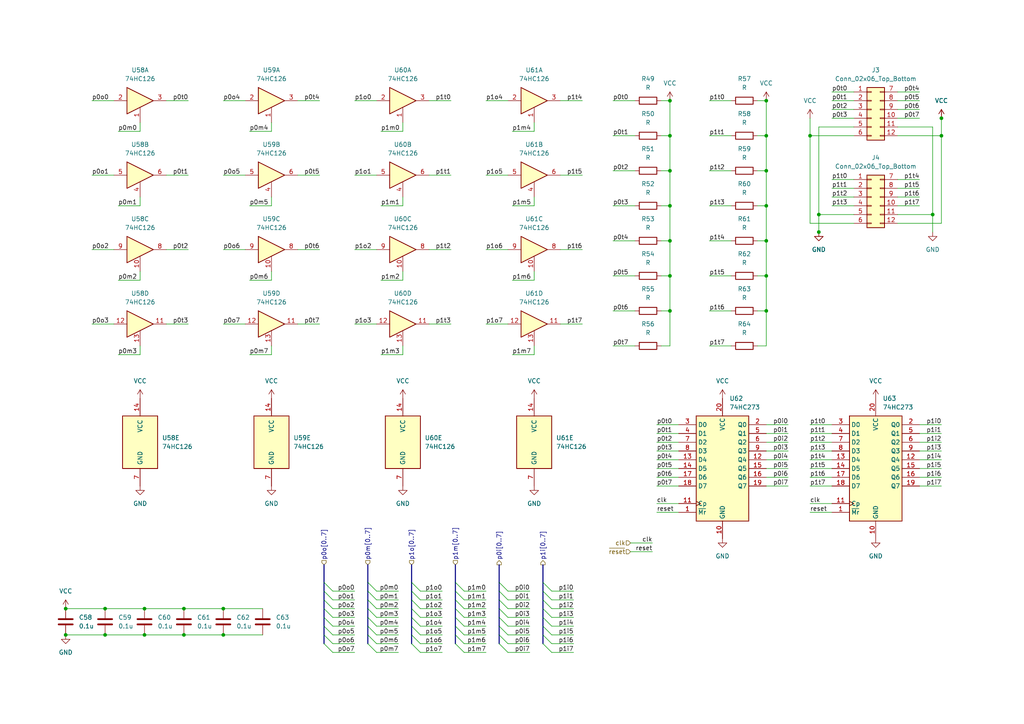
<source format=kicad_sch>
(kicad_sch (version 20211123) (generator eeschema)

  (uuid 13f30d36-4817-49c9-a0ee-17be3d47cc48)

  (paper "A4")

  (lib_symbols
    (symbol "74xx:74LS126" (pin_names (offset 1.016)) (in_bom yes) (on_board yes)
      (property "Reference" "U" (id 0) (at 0 1.27 0)
        (effects (font (size 1.27 1.27)))
      )
      (property "Value" "74LS126" (id 1) (at 0 -1.27 0)
        (effects (font (size 1.27 1.27)))
      )
      (property "Footprint" "" (id 2) (at 0 0 0)
        (effects (font (size 1.27 1.27)) hide)
      )
      (property "Datasheet" "http://www.ti.com/lit/gpn/sn74LS126" (id 3) (at 0 0 0)
        (effects (font (size 1.27 1.27)) hide)
      )
      (property "ki_locked" "" (id 4) (at 0 0 0)
        (effects (font (size 1.27 1.27)))
      )
      (property "ki_keywords" "TTL Buffer 3State" (id 5) (at 0 0 0)
        (effects (font (size 1.27 1.27)) hide)
      )
      (property "ki_description" "Quad buffer 3-State outputs" (id 6) (at 0 0 0)
        (effects (font (size 1.27 1.27)) hide)
      )
      (property "ki_fp_filters" "DIP*W7.62mm*" (id 7) (at 0 0 0)
        (effects (font (size 1.27 1.27)) hide)
      )
      (symbol "74LS126_1_0"
        (polyline
          (pts
            (xy -3.81 3.81)
            (xy -3.81 -3.81)
            (xy 3.81 0)
            (xy -3.81 3.81)
          )
          (stroke (width 0.254) (type default) (color 0 0 0 0))
          (fill (type background))
        )
        (pin input line (at 0 -6.35 90) (length 4.445)
          (name "~" (effects (font (size 1.27 1.27))))
          (number "1" (effects (font (size 1.27 1.27))))
        )
        (pin input line (at -7.62 0 0) (length 3.81)
          (name "~" (effects (font (size 1.27 1.27))))
          (number "2" (effects (font (size 1.27 1.27))))
        )
        (pin tri_state line (at 7.62 0 180) (length 3.81)
          (name "~" (effects (font (size 1.27 1.27))))
          (number "3" (effects (font (size 1.27 1.27))))
        )
      )
      (symbol "74LS126_2_0"
        (polyline
          (pts
            (xy -3.81 3.81)
            (xy -3.81 -3.81)
            (xy 3.81 0)
            (xy -3.81 3.81)
          )
          (stroke (width 0.254) (type default) (color 0 0 0 0))
          (fill (type background))
        )
        (pin input line (at 0 -6.35 90) (length 4.445)
          (name "~" (effects (font (size 1.27 1.27))))
          (number "4" (effects (font (size 1.27 1.27))))
        )
        (pin input line (at -7.62 0 0) (length 3.81)
          (name "~" (effects (font (size 1.27 1.27))))
          (number "5" (effects (font (size 1.27 1.27))))
        )
        (pin tri_state line (at 7.62 0 180) (length 3.81)
          (name "~" (effects (font (size 1.27 1.27))))
          (number "6" (effects (font (size 1.27 1.27))))
        )
      )
      (symbol "74LS126_3_0"
        (polyline
          (pts
            (xy -3.81 3.81)
            (xy -3.81 -3.81)
            (xy 3.81 0)
            (xy -3.81 3.81)
          )
          (stroke (width 0.254) (type default) (color 0 0 0 0))
          (fill (type background))
        )
        (pin input line (at 0 -6.35 90) (length 4.445)
          (name "~" (effects (font (size 1.27 1.27))))
          (number "10" (effects (font (size 1.27 1.27))))
        )
        (pin tri_state line (at 7.62 0 180) (length 3.81)
          (name "~" (effects (font (size 1.27 1.27))))
          (number "8" (effects (font (size 1.27 1.27))))
        )
        (pin input line (at -7.62 0 0) (length 3.81)
          (name "~" (effects (font (size 1.27 1.27))))
          (number "9" (effects (font (size 1.27 1.27))))
        )
      )
      (symbol "74LS126_4_0"
        (polyline
          (pts
            (xy -3.81 3.81)
            (xy -3.81 -3.81)
            (xy 3.81 0)
            (xy -3.81 3.81)
          )
          (stroke (width 0.254) (type default) (color 0 0 0 0))
          (fill (type background))
        )
        (pin tri_state line (at 7.62 0 180) (length 3.81)
          (name "~" (effects (font (size 1.27 1.27))))
          (number "11" (effects (font (size 1.27 1.27))))
        )
        (pin input line (at -7.62 0 0) (length 3.81)
          (name "~" (effects (font (size 1.27 1.27))))
          (number "12" (effects (font (size 1.27 1.27))))
        )
        (pin input line (at 0 -6.35 90) (length 4.445)
          (name "~" (effects (font (size 1.27 1.27))))
          (number "13" (effects (font (size 1.27 1.27))))
        )
      )
      (symbol "74LS126_5_0"
        (pin power_in line (at 0 12.7 270) (length 5.08)
          (name "VCC" (effects (font (size 1.27 1.27))))
          (number "14" (effects (font (size 1.27 1.27))))
        )
        (pin power_in line (at 0 -12.7 90) (length 5.08)
          (name "GND" (effects (font (size 1.27 1.27))))
          (number "7" (effects (font (size 1.27 1.27))))
        )
      )
      (symbol "74LS126_5_1"
        (rectangle (start -5.08 7.62) (end 5.08 -7.62)
          (stroke (width 0.254) (type default) (color 0 0 0 0))
          (fill (type background))
        )
      )
    )
    (symbol "74xx:74LS273" (in_bom yes) (on_board yes)
      (property "Reference" "U" (id 0) (at -7.62 16.51 0)
        (effects (font (size 1.27 1.27)))
      )
      (property "Value" "74LS273" (id 1) (at -7.62 -16.51 0)
        (effects (font (size 1.27 1.27)))
      )
      (property "Footprint" "" (id 2) (at 0 0 0)
        (effects (font (size 1.27 1.27)) hide)
      )
      (property "Datasheet" "http://www.ti.com/lit/gpn/sn74LS273" (id 3) (at 0 0 0)
        (effects (font (size 1.27 1.27)) hide)
      )
      (property "ki_keywords" "TTL DFF DFF8" (id 4) (at 0 0 0)
        (effects (font (size 1.27 1.27)) hide)
      )
      (property "ki_description" "8-bit D Flip-Flop, reset" (id 5) (at 0 0 0)
        (effects (font (size 1.27 1.27)) hide)
      )
      (property "ki_fp_filters" "DIP?20* SO?20* SOIC?20*" (id 6) (at 0 0 0)
        (effects (font (size 1.27 1.27)) hide)
      )
      (symbol "74LS273_1_0"
        (pin input line (at -12.7 -12.7 0) (length 5.08)
          (name "~{Mr}" (effects (font (size 1.27 1.27))))
          (number "1" (effects (font (size 1.27 1.27))))
        )
        (pin power_in line (at 0 -20.32 90) (length 5.08)
          (name "GND" (effects (font (size 1.27 1.27))))
          (number "10" (effects (font (size 1.27 1.27))))
        )
        (pin input clock (at -12.7 -10.16 0) (length 5.08)
          (name "Cp" (effects (font (size 1.27 1.27))))
          (number "11" (effects (font (size 1.27 1.27))))
        )
        (pin output line (at 12.7 2.54 180) (length 5.08)
          (name "Q4" (effects (font (size 1.27 1.27))))
          (number "12" (effects (font (size 1.27 1.27))))
        )
        (pin input line (at -12.7 2.54 0) (length 5.08)
          (name "D4" (effects (font (size 1.27 1.27))))
          (number "13" (effects (font (size 1.27 1.27))))
        )
        (pin input line (at -12.7 0 0) (length 5.08)
          (name "D5" (effects (font (size 1.27 1.27))))
          (number "14" (effects (font (size 1.27 1.27))))
        )
        (pin output line (at 12.7 0 180) (length 5.08)
          (name "Q5" (effects (font (size 1.27 1.27))))
          (number "15" (effects (font (size 1.27 1.27))))
        )
        (pin output line (at 12.7 -2.54 180) (length 5.08)
          (name "Q6" (effects (font (size 1.27 1.27))))
          (number "16" (effects (font (size 1.27 1.27))))
        )
        (pin input line (at -12.7 -2.54 0) (length 5.08)
          (name "D6" (effects (font (size 1.27 1.27))))
          (number "17" (effects (font (size 1.27 1.27))))
        )
        (pin input line (at -12.7 -5.08 0) (length 5.08)
          (name "D7" (effects (font (size 1.27 1.27))))
          (number "18" (effects (font (size 1.27 1.27))))
        )
        (pin output line (at 12.7 -5.08 180) (length 5.08)
          (name "Q7" (effects (font (size 1.27 1.27))))
          (number "19" (effects (font (size 1.27 1.27))))
        )
        (pin output line (at 12.7 12.7 180) (length 5.08)
          (name "Q0" (effects (font (size 1.27 1.27))))
          (number "2" (effects (font (size 1.27 1.27))))
        )
        (pin power_in line (at 0 20.32 270) (length 5.08)
          (name "VCC" (effects (font (size 1.27 1.27))))
          (number "20" (effects (font (size 1.27 1.27))))
        )
        (pin input line (at -12.7 12.7 0) (length 5.08)
          (name "D0" (effects (font (size 1.27 1.27))))
          (number "3" (effects (font (size 1.27 1.27))))
        )
        (pin input line (at -12.7 10.16 0) (length 5.08)
          (name "D1" (effects (font (size 1.27 1.27))))
          (number "4" (effects (font (size 1.27 1.27))))
        )
        (pin output line (at 12.7 10.16 180) (length 5.08)
          (name "Q1" (effects (font (size 1.27 1.27))))
          (number "5" (effects (font (size 1.27 1.27))))
        )
        (pin output line (at 12.7 7.62 180) (length 5.08)
          (name "Q2" (effects (font (size 1.27 1.27))))
          (number "6" (effects (font (size 1.27 1.27))))
        )
        (pin input line (at -12.7 7.62 0) (length 5.08)
          (name "D2" (effects (font (size 1.27 1.27))))
          (number "7" (effects (font (size 1.27 1.27))))
        )
        (pin input line (at -12.7 5.08 0) (length 5.08)
          (name "D3" (effects (font (size 1.27 1.27))))
          (number "8" (effects (font (size 1.27 1.27))))
        )
        (pin output line (at 12.7 5.08 180) (length 5.08)
          (name "Q3" (effects (font (size 1.27 1.27))))
          (number "9" (effects (font (size 1.27 1.27))))
        )
      )
      (symbol "74LS273_1_1"
        (rectangle (start -7.62 15.24) (end 7.62 -15.24)
          (stroke (width 0.254) (type default) (color 0 0 0 0))
          (fill (type background))
        )
      )
    )
    (symbol "Connector_Generic:Conn_02x06_Top_Bottom" (pin_names (offset 1.016) hide) (in_bom yes) (on_board yes)
      (property "Reference" "J" (id 0) (at 1.27 7.62 0)
        (effects (font (size 1.27 1.27)))
      )
      (property "Value" "Conn_02x06_Top_Bottom" (id 1) (at 1.27 -10.16 0)
        (effects (font (size 1.27 1.27)))
      )
      (property "Footprint" "" (id 2) (at 0 0 0)
        (effects (font (size 1.27 1.27)) hide)
      )
      (property "Datasheet" "~" (id 3) (at 0 0 0)
        (effects (font (size 1.27 1.27)) hide)
      )
      (property "ki_keywords" "connector" (id 4) (at 0 0 0)
        (effects (font (size 1.27 1.27)) hide)
      )
      (property "ki_description" "Generic connector, double row, 02x06, top/bottom pin numbering scheme (row 1: 1...pins_per_row, row2: pins_per_row+1 ... num_pins), script generated (kicad-library-utils/schlib/autogen/connector/)" (id 5) (at 0 0 0)
        (effects (font (size 1.27 1.27)) hide)
      )
      (property "ki_fp_filters" "Connector*:*_2x??_*" (id 6) (at 0 0 0)
        (effects (font (size 1.27 1.27)) hide)
      )
      (symbol "Conn_02x06_Top_Bottom_1_1"
        (rectangle (start -1.27 -7.493) (end 0 -7.747)
          (stroke (width 0.1524) (type default) (color 0 0 0 0))
          (fill (type none))
        )
        (rectangle (start -1.27 -4.953) (end 0 -5.207)
          (stroke (width 0.1524) (type default) (color 0 0 0 0))
          (fill (type none))
        )
        (rectangle (start -1.27 -2.413) (end 0 -2.667)
          (stroke (width 0.1524) (type default) (color 0 0 0 0))
          (fill (type none))
        )
        (rectangle (start -1.27 0.127) (end 0 -0.127)
          (stroke (width 0.1524) (type default) (color 0 0 0 0))
          (fill (type none))
        )
        (rectangle (start -1.27 2.667) (end 0 2.413)
          (stroke (width 0.1524) (type default) (color 0 0 0 0))
          (fill (type none))
        )
        (rectangle (start -1.27 5.207) (end 0 4.953)
          (stroke (width 0.1524) (type default) (color 0 0 0 0))
          (fill (type none))
        )
        (rectangle (start -1.27 6.35) (end 3.81 -8.89)
          (stroke (width 0.254) (type default) (color 0 0 0 0))
          (fill (type background))
        )
        (rectangle (start 3.81 -7.493) (end 2.54 -7.747)
          (stroke (width 0.1524) (type default) (color 0 0 0 0))
          (fill (type none))
        )
        (rectangle (start 3.81 -4.953) (end 2.54 -5.207)
          (stroke (width 0.1524) (type default) (color 0 0 0 0))
          (fill (type none))
        )
        (rectangle (start 3.81 -2.413) (end 2.54 -2.667)
          (stroke (width 0.1524) (type default) (color 0 0 0 0))
          (fill (type none))
        )
        (rectangle (start 3.81 0.127) (end 2.54 -0.127)
          (stroke (width 0.1524) (type default) (color 0 0 0 0))
          (fill (type none))
        )
        (rectangle (start 3.81 2.667) (end 2.54 2.413)
          (stroke (width 0.1524) (type default) (color 0 0 0 0))
          (fill (type none))
        )
        (rectangle (start 3.81 5.207) (end 2.54 4.953)
          (stroke (width 0.1524) (type default) (color 0 0 0 0))
          (fill (type none))
        )
        (pin passive line (at -5.08 5.08 0) (length 3.81)
          (name "Pin_1" (effects (font (size 1.27 1.27))))
          (number "1" (effects (font (size 1.27 1.27))))
        )
        (pin passive line (at 7.62 -2.54 180) (length 3.81)
          (name "Pin_10" (effects (font (size 1.27 1.27))))
          (number "10" (effects (font (size 1.27 1.27))))
        )
        (pin passive line (at 7.62 -5.08 180) (length 3.81)
          (name "Pin_11" (effects (font (size 1.27 1.27))))
          (number "11" (effects (font (size 1.27 1.27))))
        )
        (pin passive line (at 7.62 -7.62 180) (length 3.81)
          (name "Pin_12" (effects (font (size 1.27 1.27))))
          (number "12" (effects (font (size 1.27 1.27))))
        )
        (pin passive line (at -5.08 2.54 0) (length 3.81)
          (name "Pin_2" (effects (font (size 1.27 1.27))))
          (number "2" (effects (font (size 1.27 1.27))))
        )
        (pin passive line (at -5.08 0 0) (length 3.81)
          (name "Pin_3" (effects (font (size 1.27 1.27))))
          (number "3" (effects (font (size 1.27 1.27))))
        )
        (pin passive line (at -5.08 -2.54 0) (length 3.81)
          (name "Pin_4" (effects (font (size 1.27 1.27))))
          (number "4" (effects (font (size 1.27 1.27))))
        )
        (pin passive line (at -5.08 -5.08 0) (length 3.81)
          (name "Pin_5" (effects (font (size 1.27 1.27))))
          (number "5" (effects (font (size 1.27 1.27))))
        )
        (pin passive line (at -5.08 -7.62 0) (length 3.81)
          (name "Pin_6" (effects (font (size 1.27 1.27))))
          (number "6" (effects (font (size 1.27 1.27))))
        )
        (pin passive line (at 7.62 5.08 180) (length 3.81)
          (name "Pin_7" (effects (font (size 1.27 1.27))))
          (number "7" (effects (font (size 1.27 1.27))))
        )
        (pin passive line (at 7.62 2.54 180) (length 3.81)
          (name "Pin_8" (effects (font (size 1.27 1.27))))
          (number "8" (effects (font (size 1.27 1.27))))
        )
        (pin passive line (at 7.62 0 180) (length 3.81)
          (name "Pin_9" (effects (font (size 1.27 1.27))))
          (number "9" (effects (font (size 1.27 1.27))))
        )
      )
    )
    (symbol "Device:C" (pin_numbers hide) (pin_names (offset 0.254)) (in_bom yes) (on_board yes)
      (property "Reference" "C" (id 0) (at 0.635 2.54 0)
        (effects (font (size 1.27 1.27)) (justify left))
      )
      (property "Value" "C" (id 1) (at 0.635 -2.54 0)
        (effects (font (size 1.27 1.27)) (justify left))
      )
      (property "Footprint" "" (id 2) (at 0.9652 -3.81 0)
        (effects (font (size 1.27 1.27)) hide)
      )
      (property "Datasheet" "~" (id 3) (at 0 0 0)
        (effects (font (size 1.27 1.27)) hide)
      )
      (property "ki_keywords" "cap capacitor" (id 4) (at 0 0 0)
        (effects (font (size 1.27 1.27)) hide)
      )
      (property "ki_description" "Unpolarized capacitor" (id 5) (at 0 0 0)
        (effects (font (size 1.27 1.27)) hide)
      )
      (property "ki_fp_filters" "C_*" (id 6) (at 0 0 0)
        (effects (font (size 1.27 1.27)) hide)
      )
      (symbol "C_0_1"
        (polyline
          (pts
            (xy -2.032 -0.762)
            (xy 2.032 -0.762)
          )
          (stroke (width 0.508) (type default) (color 0 0 0 0))
          (fill (type none))
        )
        (polyline
          (pts
            (xy -2.032 0.762)
            (xy 2.032 0.762)
          )
          (stroke (width 0.508) (type default) (color 0 0 0 0))
          (fill (type none))
        )
      )
      (symbol "C_1_1"
        (pin passive line (at 0 3.81 270) (length 2.794)
          (name "~" (effects (font (size 1.27 1.27))))
          (number "1" (effects (font (size 1.27 1.27))))
        )
        (pin passive line (at 0 -3.81 90) (length 2.794)
          (name "~" (effects (font (size 1.27 1.27))))
          (number "2" (effects (font (size 1.27 1.27))))
        )
      )
    )
    (symbol "Device:R" (pin_numbers hide) (pin_names (offset 0)) (in_bom yes) (on_board yes)
      (property "Reference" "R" (id 0) (at 2.032 0 90)
        (effects (font (size 1.27 1.27)))
      )
      (property "Value" "R" (id 1) (at 0 0 90)
        (effects (font (size 1.27 1.27)))
      )
      (property "Footprint" "" (id 2) (at -1.778 0 90)
        (effects (font (size 1.27 1.27)) hide)
      )
      (property "Datasheet" "~" (id 3) (at 0 0 0)
        (effects (font (size 1.27 1.27)) hide)
      )
      (property "ki_keywords" "R res resistor" (id 4) (at 0 0 0)
        (effects (font (size 1.27 1.27)) hide)
      )
      (property "ki_description" "Resistor" (id 5) (at 0 0 0)
        (effects (font (size 1.27 1.27)) hide)
      )
      (property "ki_fp_filters" "R_*" (id 6) (at 0 0 0)
        (effects (font (size 1.27 1.27)) hide)
      )
      (symbol "R_0_1"
        (rectangle (start -1.016 -2.54) (end 1.016 2.54)
          (stroke (width 0.254) (type default) (color 0 0 0 0))
          (fill (type none))
        )
      )
      (symbol "R_1_1"
        (pin passive line (at 0 3.81 270) (length 1.27)
          (name "~" (effects (font (size 1.27 1.27))))
          (number "1" (effects (font (size 1.27 1.27))))
        )
        (pin passive line (at 0 -3.81 90) (length 1.27)
          (name "~" (effects (font (size 1.27 1.27))))
          (number "2" (effects (font (size 1.27 1.27))))
        )
      )
    )
    (symbol "power:GND" (power) (pin_names (offset 0)) (in_bom yes) (on_board yes)
      (property "Reference" "#PWR" (id 0) (at 0 -6.35 0)
        (effects (font (size 1.27 1.27)) hide)
      )
      (property "Value" "GND" (id 1) (at 0 -3.81 0)
        (effects (font (size 1.27 1.27)))
      )
      (property "Footprint" "" (id 2) (at 0 0 0)
        (effects (font (size 1.27 1.27)) hide)
      )
      (property "Datasheet" "" (id 3) (at 0 0 0)
        (effects (font (size 1.27 1.27)) hide)
      )
      (property "ki_keywords" "power-flag" (id 4) (at 0 0 0)
        (effects (font (size 1.27 1.27)) hide)
      )
      (property "ki_description" "Power symbol creates a global label with name \"GND\" , ground" (id 5) (at 0 0 0)
        (effects (font (size 1.27 1.27)) hide)
      )
      (symbol "GND_0_1"
        (polyline
          (pts
            (xy 0 0)
            (xy 0 -1.27)
            (xy 1.27 -1.27)
            (xy 0 -2.54)
            (xy -1.27 -1.27)
            (xy 0 -1.27)
          )
          (stroke (width 0) (type default) (color 0 0 0 0))
          (fill (type none))
        )
      )
      (symbol "GND_1_1"
        (pin power_in line (at 0 0 270) (length 0) hide
          (name "GND" (effects (font (size 1.27 1.27))))
          (number "1" (effects (font (size 1.27 1.27))))
        )
      )
    )
    (symbol "power:VCC" (power) (pin_names (offset 0)) (in_bom yes) (on_board yes)
      (property "Reference" "#PWR" (id 0) (at 0 -3.81 0)
        (effects (font (size 1.27 1.27)) hide)
      )
      (property "Value" "VCC" (id 1) (at 0 3.81 0)
        (effects (font (size 1.27 1.27)))
      )
      (property "Footprint" "" (id 2) (at 0 0 0)
        (effects (font (size 1.27 1.27)) hide)
      )
      (property "Datasheet" "" (id 3) (at 0 0 0)
        (effects (font (size 1.27 1.27)) hide)
      )
      (property "ki_keywords" "power-flag" (id 4) (at 0 0 0)
        (effects (font (size 1.27 1.27)) hide)
      )
      (property "ki_description" "Power symbol creates a global label with name \"VCC\"" (id 5) (at 0 0 0)
        (effects (font (size 1.27 1.27)) hide)
      )
      (symbol "VCC_0_1"
        (polyline
          (pts
            (xy -0.762 1.27)
            (xy 0 2.54)
          )
          (stroke (width 0) (type default) (color 0 0 0 0))
          (fill (type none))
        )
        (polyline
          (pts
            (xy 0 0)
            (xy 0 2.54)
          )
          (stroke (width 0) (type default) (color 0 0 0 0))
          (fill (type none))
        )
        (polyline
          (pts
            (xy 0 2.54)
            (xy 0.762 1.27)
          )
          (stroke (width 0) (type default) (color 0 0 0 0))
          (fill (type none))
        )
      )
      (symbol "VCC_1_1"
        (pin power_in line (at 0 0 90) (length 0) hide
          (name "VCC" (effects (font (size 1.27 1.27))))
          (number "1" (effects (font (size 1.27 1.27))))
        )
      )
    )
  )

  (junction (at 19.05 176.53) (diameter 0) (color 0 0 0 0)
    (uuid 13deef24-40f3-414b-9179-907adfbc8cc0)
  )
  (junction (at 194.31 29.21) (diameter 0) (color 0 0 0 0)
    (uuid 25f44fd7-a45b-4c57-9cbc-8a572002dac8)
  )
  (junction (at 234.95 39.37) (diameter 0) (color 0 0 0 0)
    (uuid 3701b661-7360-4da6-94cd-4101cf556a8c)
  )
  (junction (at 41.91 176.53) (diameter 0) (color 0 0 0 0)
    (uuid 3ece375a-eb92-4b8c-89eb-f813363b1c8a)
  )
  (junction (at 222.25 49.53) (diameter 0) (color 0 0 0 0)
    (uuid 5064ee9a-44cf-43f1-ac3e-c7545c9c5c7f)
  )
  (junction (at 222.25 39.37) (diameter 0) (color 0 0 0 0)
    (uuid 6408442b-0f6a-44ae-98a2-8d9ee72052fc)
  )
  (junction (at 194.31 90.17) (diameter 0) (color 0 0 0 0)
    (uuid 6db2f100-6c3e-4ad3-a223-c94c7e2880d9)
  )
  (junction (at 19.05 184.15) (diameter 0) (color 0 0 0 0)
    (uuid 6e07adeb-e139-4f93-b893-4ccc103fc888)
  )
  (junction (at 53.34 184.15) (diameter 0) (color 0 0 0 0)
    (uuid 6e799e44-92fa-4404-b6e3-27611143f09c)
  )
  (junction (at 194.31 69.85) (diameter 0) (color 0 0 0 0)
    (uuid 70cc5213-e756-4d6b-9a32-046635c2d9d6)
  )
  (junction (at 222.25 69.85) (diameter 0) (color 0 0 0 0)
    (uuid 7b72a176-1767-48ab-b551-a40ae8cc678c)
  )
  (junction (at 222.25 59.69) (diameter 0) (color 0 0 0 0)
    (uuid 874b8a3c-3e45-4cec-9084-e5d804feb9e5)
  )
  (junction (at 273.05 39.37) (diameter 0) (color 0 0 0 0)
    (uuid 9b0a97f6-be41-48ae-b03c-eb270462541e)
  )
  (junction (at 222.25 80.01) (diameter 0) (color 0 0 0 0)
    (uuid 9c2a9e51-9c37-4c98-bebd-bad8864c3261)
  )
  (junction (at 194.31 39.37) (diameter 0) (color 0 0 0 0)
    (uuid a6e87d41-119d-4735-bdb7-243865b76b1b)
  )
  (junction (at 237.49 67.31) (diameter 0) (color 0 0 0 0)
    (uuid ac57c0d4-fe61-4853-ba9e-cd1fc96c5ad2)
  )
  (junction (at 30.48 176.53) (diameter 0) (color 0 0 0 0)
    (uuid b4bae07d-d0c3-4432-87d8-469357ccab29)
  )
  (junction (at 222.25 29.21) (diameter 0) (color 0 0 0 0)
    (uuid b6075768-8fe1-4d29-9df9-4db42b9efe70)
  )
  (junction (at 194.31 80.01) (diameter 0) (color 0 0 0 0)
    (uuid bf5d21f2-ba1b-430f-bcd8-dc5a7d09d9eb)
  )
  (junction (at 270.51 62.23) (diameter 0) (color 0 0 0 0)
    (uuid c39a08b3-79e1-4e47-9c14-f51cb322cbe3)
  )
  (junction (at 273.05 34.29) (diameter 0) (color 0 0 0 0)
    (uuid c601662f-d20d-44b7-9b06-fe45f876a230)
  )
  (junction (at 64.77 176.53) (diameter 0) (color 0 0 0 0)
    (uuid c90a8e7d-5dbb-40ad-a53a-bf8a97c2fe3c)
  )
  (junction (at 194.31 59.69) (diameter 0) (color 0 0 0 0)
    (uuid d06de843-e68f-43b4-a1e5-af514e6bcfdd)
  )
  (junction (at 64.77 184.15) (diameter 0) (color 0 0 0 0)
    (uuid d0baccf8-519d-4dbc-9b2f-cdb00a608dd7)
  )
  (junction (at 194.31 49.53) (diameter 0) (color 0 0 0 0)
    (uuid d44df17a-1edb-4905-8161-3a965695b56d)
  )
  (junction (at 53.34 176.53) (diameter 0) (color 0 0 0 0)
    (uuid d53acd92-c1b8-4e65-8ea7-779e774f77ae)
  )
  (junction (at 30.48 184.15) (diameter 0) (color 0 0 0 0)
    (uuid e1c2df09-b333-4fc9-9ed2-8da1cc427be2)
  )
  (junction (at 41.91 184.15) (diameter 0) (color 0 0 0 0)
    (uuid e5036c97-cb43-4a2d-893b-fad71571fb67)
  )
  (junction (at 222.25 90.17) (diameter 0) (color 0 0 0 0)
    (uuid ee31b11d-c093-4973-92bc-b2b99acdf6ce)
  )
  (junction (at 237.49 62.23) (diameter 0) (color 0 0 0 0)
    (uuid f38b14ef-e300-4e05-95d4-0d6bfd6508a1)
  )

  (bus_entry (at 106.68 171.45) (size 2.54 2.54)
    (stroke (width 0) (type default) (color 0 0 0 0))
    (uuid 020e46e9-95c1-425d-bbe6-dc5750c46d81)
  )
  (bus_entry (at 157.48 181.61) (size 2.54 2.54)
    (stroke (width 0) (type default) (color 0 0 0 0))
    (uuid 117a4f26-34b1-40c9-9b2d-14ae31e85982)
  )
  (bus_entry (at 144.78 173.99) (size 2.54 2.54)
    (stroke (width 0) (type default) (color 0 0 0 0))
    (uuid 11b3875b-d8d0-4fc8-90ca-3d6e326f84d6)
  )
  (bus_entry (at 157.48 173.99) (size 2.54 2.54)
    (stroke (width 0) (type default) (color 0 0 0 0))
    (uuid 14c688ad-5da4-4a7d-bce4-d009d365726b)
  )
  (bus_entry (at 93.98 168.91) (size 2.54 2.54)
    (stroke (width 0) (type default) (color 0 0 0 0))
    (uuid 159f0dd4-d74a-4af7-a421-9bd74552e395)
  )
  (bus_entry (at 132.08 179.07) (size 2.54 2.54)
    (stroke (width 0) (type default) (color 0 0 0 0))
    (uuid 254d5d5c-f36e-4601-bcf6-fd3a19796ed4)
  )
  (bus_entry (at 93.98 186.69) (size 2.54 2.54)
    (stroke (width 0) (type default) (color 0 0 0 0))
    (uuid 25b878d7-7b3e-4212-96f8-d43d1678c0bd)
  )
  (bus_entry (at 144.78 186.69) (size 2.54 2.54)
    (stroke (width 0) (type default) (color 0 0 0 0))
    (uuid 2846159c-29fc-42b9-a76c-1adab38628cb)
  )
  (bus_entry (at 132.08 176.53) (size 2.54 2.54)
    (stroke (width 0) (type default) (color 0 0 0 0))
    (uuid 2d908a2d-4a3a-46b9-8afc-78458586e475)
  )
  (bus_entry (at 119.38 186.69) (size 2.54 2.54)
    (stroke (width 0) (type default) (color 0 0 0 0))
    (uuid 3528708d-1e53-401e-b3de-6303bf93587e)
  )
  (bus_entry (at 106.68 181.61) (size 2.54 2.54)
    (stroke (width 0) (type default) (color 0 0 0 0))
    (uuid 3a9f2475-0ad4-4114-80b9-4091e4ca23a2)
  )
  (bus_entry (at 119.38 171.45) (size 2.54 2.54)
    (stroke (width 0) (type default) (color 0 0 0 0))
    (uuid 3e03d403-62a3-4473-94de-f88d0c11357f)
  )
  (bus_entry (at 132.08 186.69) (size 2.54 2.54)
    (stroke (width 0) (type default) (color 0 0 0 0))
    (uuid 412c1e2a-a5a1-47b7-a440-0664e515e7ff)
  )
  (bus_entry (at 157.48 179.07) (size 2.54 2.54)
    (stroke (width 0) (type default) (color 0 0 0 0))
    (uuid 454c73ff-8ffd-41c9-aebb-ef425d01c629)
  )
  (bus_entry (at 119.38 168.91) (size 2.54 2.54)
    (stroke (width 0) (type default) (color 0 0 0 0))
    (uuid 46a35c41-5fb3-43ea-9718-c79418008917)
  )
  (bus_entry (at 132.08 181.61) (size 2.54 2.54)
    (stroke (width 0) (type default) (color 0 0 0 0))
    (uuid 47fd61a5-d598-492e-a94b-7692cbd9973c)
  )
  (bus_entry (at 157.48 168.91) (size 2.54 2.54)
    (stroke (width 0) (type default) (color 0 0 0 0))
    (uuid 4d2a6f4a-4658-4194-9928-14cf2efdb4e9)
  )
  (bus_entry (at 157.48 176.53) (size 2.54 2.54)
    (stroke (width 0) (type default) (color 0 0 0 0))
    (uuid 4ed14edc-b9dc-4793-b2b6-a8dd30fb4542)
  )
  (bus_entry (at 157.48 171.45) (size 2.54 2.54)
    (stroke (width 0) (type default) (color 0 0 0 0))
    (uuid 53fc5800-e020-4173-a339-b1d99354276b)
  )
  (bus_entry (at 132.08 168.91) (size 2.54 2.54)
    (stroke (width 0) (type default) (color 0 0 0 0))
    (uuid 553b27fc-ce0f-4415-b287-0d3bb56a32db)
  )
  (bus_entry (at 144.78 181.61) (size 2.54 2.54)
    (stroke (width 0) (type default) (color 0 0 0 0))
    (uuid 60ff64fc-4484-4db1-b61b-c461fc63e1af)
  )
  (bus_entry (at 119.38 181.61) (size 2.54 2.54)
    (stroke (width 0) (type default) (color 0 0 0 0))
    (uuid 6366e4c7-a705-4715-b6a9-ef82898c4b8e)
  )
  (bus_entry (at 119.38 184.15) (size 2.54 2.54)
    (stroke (width 0) (type default) (color 0 0 0 0))
    (uuid 65ec8b68-612c-4682-9d4f-20d52f1e6b15)
  )
  (bus_entry (at 106.68 179.07) (size 2.54 2.54)
    (stroke (width 0) (type default) (color 0 0 0 0))
    (uuid 66ecd51d-e1ba-47fc-bf4c-2a416b295bdc)
  )
  (bus_entry (at 93.98 181.61) (size 2.54 2.54)
    (stroke (width 0) (type default) (color 0 0 0 0))
    (uuid 66f75011-2385-47b4-822f-a1a065977563)
  )
  (bus_entry (at 119.38 179.07) (size 2.54 2.54)
    (stroke (width 0) (type default) (color 0 0 0 0))
    (uuid 6d8b7d51-0da8-4e24-ae3d-259ed32acd78)
  )
  (bus_entry (at 144.78 179.07) (size 2.54 2.54)
    (stroke (width 0) (type default) (color 0 0 0 0))
    (uuid 77b1996a-7382-4b19-87a9-05febecf085a)
  )
  (bus_entry (at 106.68 168.91) (size 2.54 2.54)
    (stroke (width 0) (type default) (color 0 0 0 0))
    (uuid 7af31bba-cc64-4e61-bf83-66cfaa2cc649)
  )
  (bus_entry (at 132.08 184.15) (size 2.54 2.54)
    (stroke (width 0) (type default) (color 0 0 0 0))
    (uuid 8186f415-380d-49f5-92d6-ef39657f04ab)
  )
  (bus_entry (at 93.98 176.53) (size 2.54 2.54)
    (stroke (width 0) (type default) (color 0 0 0 0))
    (uuid 87af88e5-dc81-4bf7-b717-b80eaf91b0bc)
  )
  (bus_entry (at 144.78 184.15) (size 2.54 2.54)
    (stroke (width 0) (type default) (color 0 0 0 0))
    (uuid 8b02452c-f630-43ff-9a08-0c780de3bb2b)
  )
  (bus_entry (at 106.68 173.99) (size 2.54 2.54)
    (stroke (width 0) (type default) (color 0 0 0 0))
    (uuid 98cdfc7a-5e3d-4f64-994f-51837293aea4)
  )
  (bus_entry (at 119.38 173.99) (size 2.54 2.54)
    (stroke (width 0) (type default) (color 0 0 0 0))
    (uuid 9acb5102-9f35-4b96-a968-a5a1acec5cad)
  )
  (bus_entry (at 132.08 173.99) (size 2.54 2.54)
    (stroke (width 0) (type default) (color 0 0 0 0))
    (uuid 9f4d613e-a0cb-482c-9fd7-d6e2253e67a7)
  )
  (bus_entry (at 119.38 176.53) (size 2.54 2.54)
    (stroke (width 0) (type default) (color 0 0 0 0))
    (uuid bb1a1e4f-f821-47e3-acd2-ae5886527960)
  )
  (bus_entry (at 93.98 171.45) (size 2.54 2.54)
    (stroke (width 0) (type default) (color 0 0 0 0))
    (uuid bf857b63-d845-46fc-8a62-47b39304736e)
  )
  (bus_entry (at 106.68 176.53) (size 2.54 2.54)
    (stroke (width 0) (type default) (color 0 0 0 0))
    (uuid bffb6889-ed5b-4904-8287-8327cd02077c)
  )
  (bus_entry (at 144.78 171.45) (size 2.54 2.54)
    (stroke (width 0) (type default) (color 0 0 0 0))
    (uuid c0f4ff1a-76be-423e-8ddb-7060efb45454)
  )
  (bus_entry (at 93.98 184.15) (size 2.54 2.54)
    (stroke (width 0) (type default) (color 0 0 0 0))
    (uuid c1adbd75-ebe7-4c12-bd44-45c257d34b58)
  )
  (bus_entry (at 93.98 173.99) (size 2.54 2.54)
    (stroke (width 0) (type default) (color 0 0 0 0))
    (uuid c5a8b80f-b7b4-4ac5-a5c1-e248917d01fc)
  )
  (bus_entry (at 93.98 179.07) (size 2.54 2.54)
    (stroke (width 0) (type default) (color 0 0 0 0))
    (uuid cf83c6ea-ce47-4d3d-bd50-ebf1ec8daf38)
  )
  (bus_entry (at 144.78 176.53) (size 2.54 2.54)
    (stroke (width 0) (type default) (color 0 0 0 0))
    (uuid d365f878-6297-48a0-9596-b0c44606a8da)
  )
  (bus_entry (at 157.48 184.15) (size 2.54 2.54)
    (stroke (width 0) (type default) (color 0 0 0 0))
    (uuid d543781f-b8cf-4478-80ac-3f397cde0de4)
  )
  (bus_entry (at 132.08 171.45) (size 2.54 2.54)
    (stroke (width 0) (type default) (color 0 0 0 0))
    (uuid d9000008-71a6-4081-8101-3b9139a4a2fc)
  )
  (bus_entry (at 106.68 184.15) (size 2.54 2.54)
    (stroke (width 0) (type default) (color 0 0 0 0))
    (uuid d9d07646-2153-465a-821f-78bd514a9bdd)
  )
  (bus_entry (at 157.48 186.69) (size 2.54 2.54)
    (stroke (width 0) (type default) (color 0 0 0 0))
    (uuid e8398e20-673e-4fe8-8eb0-8f1b05408321)
  )
  (bus_entry (at 106.68 186.69) (size 2.54 2.54)
    (stroke (width 0) (type default) (color 0 0 0 0))
    (uuid e9e810cf-56e2-491e-89ea-272999d2fe85)
  )
  (bus_entry (at 144.78 168.91) (size 2.54 2.54)
    (stroke (width 0) (type default) (color 0 0 0 0))
    (uuid f8ced534-276a-4939-a3af-9ce39b3e015d)
  )

  (wire (pts (xy 222.25 80.01) (xy 219.71 80.01))
    (stroke (width 0) (type default) (color 0 0 0 0))
    (uuid 0043493e-192b-4bd9-88d8-3796f6480922)
  )
  (wire (pts (xy 222.25 90.17) (xy 219.71 90.17))
    (stroke (width 0) (type default) (color 0 0 0 0))
    (uuid 01f8e090-9d0c-489f-9527-f983b89a7e8e)
  )
  (wire (pts (xy 26.67 72.39) (xy 33.02 72.39))
    (stroke (width 0) (type default) (color 0 0 0 0))
    (uuid 026990db-9f95-4efe-8ae9-73eb34e3aa3d)
  )
  (wire (pts (xy 40.64 100.33) (xy 40.64 102.87))
    (stroke (width 0) (type default) (color 0 0 0 0))
    (uuid 0328b461-fa4d-4883-8376-84a222754a5b)
  )
  (wire (pts (xy 194.31 39.37) (xy 194.31 49.53))
    (stroke (width 0) (type default) (color 0 0 0 0))
    (uuid 0356138d-8a8d-4ba6-aefd-70724dd926b0)
  )
  (wire (pts (xy 190.5 148.59) (xy 196.85 148.59))
    (stroke (width 0) (type default) (color 0 0 0 0))
    (uuid 05905a3b-db6a-415f-804d-ba48a1f1cf0f)
  )
  (wire (pts (xy 34.29 81.28) (xy 40.64 81.28))
    (stroke (width 0) (type default) (color 0 0 0 0))
    (uuid 073185b6-659f-4792-8f48-677cfe91129f)
  )
  (bus (pts (xy 144.78 184.15) (xy 144.78 186.69))
    (stroke (width 0) (type default) (color 0 0 0 0))
    (uuid 080f1d19-2e43-4481-a56f-bd0eeb0966ec)
  )

  (wire (pts (xy 241.3 59.69) (xy 247.65 59.69))
    (stroke (width 0) (type default) (color 0 0 0 0))
    (uuid 08b39a1f-8095-4cb3-91c8-67b9d40eb705)
  )
  (wire (pts (xy 109.22 171.45) (xy 115.57 171.45))
    (stroke (width 0) (type default) (color 0 0 0 0))
    (uuid 09457e1a-877e-4068-a8dc-d6feceacb6ee)
  )
  (bus (pts (xy 119.38 176.53) (xy 119.38 179.07))
    (stroke (width 0) (type default) (color 0 0 0 0))
    (uuid 09689229-92ed-4937-95c2-f13252d4f9d5)
  )

  (wire (pts (xy 53.34 184.15) (xy 64.77 184.15))
    (stroke (width 0) (type default) (color 0 0 0 0))
    (uuid 09e9361d-9634-4fa4-9588-5f9e1e98fea6)
  )
  (wire (pts (xy 147.32 181.61) (xy 153.67 181.61))
    (stroke (width 0) (type default) (color 0 0 0 0))
    (uuid 0a50b742-26a8-4634-b41d-9a3ffe54ab34)
  )
  (bus (pts (xy 93.98 179.07) (xy 93.98 181.61))
    (stroke (width 0) (type default) (color 0 0 0 0))
    (uuid 0a87165a-67c9-4222-b7d6-71262ac943c3)
  )

  (wire (pts (xy 234.95 64.77) (xy 247.65 64.77))
    (stroke (width 0) (type default) (color 0 0 0 0))
    (uuid 0b8dfe9c-39c3-47fe-a44f-7ef6b0d1e050)
  )
  (wire (pts (xy 121.92 186.69) (xy 128.27 186.69))
    (stroke (width 0) (type default) (color 0 0 0 0))
    (uuid 0de2e8e6-fa54-4ea8-a0d6-93cd96360369)
  )
  (wire (pts (xy 241.3 57.15) (xy 247.65 57.15))
    (stroke (width 0) (type default) (color 0 0 0 0))
    (uuid 108b0f01-fb46-47ec-b220-9e2e20914894)
  )
  (wire (pts (xy 205.74 59.69) (xy 212.09 59.69))
    (stroke (width 0) (type default) (color 0 0 0 0))
    (uuid 12fc66b7-89a6-4aee-94d3-e9e92f58383b)
  )
  (bus (pts (xy 144.78 179.07) (xy 144.78 181.61))
    (stroke (width 0) (type default) (color 0 0 0 0))
    (uuid 136c9988-72d4-44fa-a23a-394a5ead0e57)
  )

  (wire (pts (xy 222.25 69.85) (xy 219.71 69.85))
    (stroke (width 0) (type default) (color 0 0 0 0))
    (uuid 1407d508-2d6a-4579-bbeb-28e73f8b06a7)
  )
  (wire (pts (xy 148.59 81.28) (xy 154.94 81.28))
    (stroke (width 0) (type default) (color 0 0 0 0))
    (uuid 15ca4a45-ea16-44a2-afa3-9ee93e84a6ee)
  )
  (wire (pts (xy 109.22 176.53) (xy 115.57 176.53))
    (stroke (width 0) (type default) (color 0 0 0 0))
    (uuid 16f1428d-9da1-4b5f-b91b-3fe6b783ab9e)
  )
  (wire (pts (xy 237.49 62.23) (xy 237.49 67.31))
    (stroke (width 0) (type default) (color 0 0 0 0))
    (uuid 18c87456-8e95-44bb-ac08-49550a888196)
  )
  (wire (pts (xy 234.95 39.37) (xy 247.65 39.37))
    (stroke (width 0) (type default) (color 0 0 0 0))
    (uuid 197f8b2c-3131-475e-89f2-e7e93a084549)
  )
  (wire (pts (xy 160.02 181.61) (xy 166.37 181.61))
    (stroke (width 0) (type default) (color 0 0 0 0))
    (uuid 1a974267-d67a-4dd0-8485-17667014362c)
  )
  (bus (pts (xy 119.38 173.99) (xy 119.38 176.53))
    (stroke (width 0) (type default) (color 0 0 0 0))
    (uuid 1c3dd925-d127-4d2e-935b-69b8e3b05bb1)
  )

  (wire (pts (xy 96.52 184.15) (xy 102.87 184.15))
    (stroke (width 0) (type default) (color 0 0 0 0))
    (uuid 1e4b045a-d8ef-4108-bb4b-02c7aae7ad9d)
  )
  (wire (pts (xy 134.62 181.61) (xy 140.97 181.61))
    (stroke (width 0) (type default) (color 0 0 0 0))
    (uuid 1ef55b5e-27ff-4c8d-83e7-e53d7cafccac)
  )
  (bus (pts (xy 132.08 179.07) (xy 132.08 181.61))
    (stroke (width 0) (type default) (color 0 0 0 0))
    (uuid 1fb1541a-60e5-4052-8747-837b515114f0)
  )

  (wire (pts (xy 194.31 90.17) (xy 194.31 100.33))
    (stroke (width 0) (type default) (color 0 0 0 0))
    (uuid 201eea41-65c1-4b96-9c74-0d736859fb2c)
  )
  (wire (pts (xy 177.8 80.01) (xy 184.15 80.01))
    (stroke (width 0) (type default) (color 0 0 0 0))
    (uuid 2037aeaf-a19f-4a72-a3d5-e9bfc679b457)
  )
  (wire (pts (xy 237.49 36.83) (xy 247.65 36.83))
    (stroke (width 0) (type default) (color 0 0 0 0))
    (uuid 20c3f3e1-a385-459a-bff7-65cbb6af6a52)
  )
  (wire (pts (xy 260.35 64.77) (xy 273.05 64.77))
    (stroke (width 0) (type default) (color 0 0 0 0))
    (uuid 2423aac3-1625-427b-b2c3-bfac66fc1f67)
  )
  (wire (pts (xy 64.77 72.39) (xy 71.12 72.39))
    (stroke (width 0) (type default) (color 0 0 0 0))
    (uuid 24a42dc9-ba97-46c7-b8d5-33a5c1549e1f)
  )
  (wire (pts (xy 266.7 130.81) (xy 273.05 130.81))
    (stroke (width 0) (type default) (color 0 0 0 0))
    (uuid 26ab44c6-6c27-4b20-be96-17c646f6dafa)
  )
  (wire (pts (xy 205.74 100.33) (xy 212.09 100.33))
    (stroke (width 0) (type default) (color 0 0 0 0))
    (uuid 2757d1ba-7c0d-4d39-8c18-04c064662f22)
  )
  (wire (pts (xy 190.5 128.27) (xy 196.85 128.27))
    (stroke (width 0) (type default) (color 0 0 0 0))
    (uuid 27ffa387-dcba-45f2-9c6b-2cea50826979)
  )
  (wire (pts (xy 234.95 39.37) (xy 234.95 64.77))
    (stroke (width 0) (type default) (color 0 0 0 0))
    (uuid 29af1947-8f02-4dd1-9bf7-9aba1a48cdc0)
  )
  (wire (pts (xy 40.64 78.74) (xy 40.64 81.28))
    (stroke (width 0) (type default) (color 0 0 0 0))
    (uuid 2a61407f-d851-4235-80b6-f30ac50c7a99)
  )
  (wire (pts (xy 162.56 72.39) (xy 168.91 72.39))
    (stroke (width 0) (type default) (color 0 0 0 0))
    (uuid 2bcd2454-42e5-4f1c-b18f-846d9353a338)
  )
  (wire (pts (xy 194.31 39.37) (xy 191.77 39.37))
    (stroke (width 0) (type default) (color 0 0 0 0))
    (uuid 2becd1b2-4443-476c-92e6-ae3c93cad1b9)
  )
  (bus (pts (xy 132.08 168.91) (xy 132.08 171.45))
    (stroke (width 0) (type default) (color 0 0 0 0))
    (uuid 2fa6125c-e1ef-4806-8e70-4d08a536708e)
  )

  (wire (pts (xy 86.36 93.98) (xy 92.71 93.98))
    (stroke (width 0) (type default) (color 0 0 0 0))
    (uuid 31a33a25-2a56-40c5-9879-c96c6e73e2ce)
  )
  (wire (pts (xy 78.74 57.15) (xy 78.74 59.69))
    (stroke (width 0) (type default) (color 0 0 0 0))
    (uuid 33f5d2ab-3a32-43cc-ac7c-11b63c1bdf85)
  )
  (bus (pts (xy 157.48 163.83) (xy 157.48 168.91))
    (stroke (width 0) (type default) (color 0 0 0 0))
    (uuid 342e3064-0ac2-4a78-8f52-051c97bef950)
  )
  (bus (pts (xy 132.08 173.99) (xy 132.08 176.53))
    (stroke (width 0) (type default) (color 0 0 0 0))
    (uuid 34cecb56-52dd-46df-8cab-ecb7748bcedd)
  )

  (wire (pts (xy 241.3 31.75) (xy 247.65 31.75))
    (stroke (width 0) (type default) (color 0 0 0 0))
    (uuid 36e76b49-3ce3-4e06-9f3a-855925262eff)
  )
  (wire (pts (xy 270.51 62.23) (xy 270.51 67.31))
    (stroke (width 0) (type default) (color 0 0 0 0))
    (uuid 37e077c5-c8f3-4427-a006-fa1411af42e2)
  )
  (wire (pts (xy 64.77 93.98) (xy 71.12 93.98))
    (stroke (width 0) (type default) (color 0 0 0 0))
    (uuid 37f8bafd-c485-4d76-90b6-f6cb11da4f7a)
  )
  (wire (pts (xy 102.87 29.21) (xy 109.22 29.21))
    (stroke (width 0) (type default) (color 0 0 0 0))
    (uuid 38d8e7af-b465-436b-b491-794f1d178354)
  )
  (wire (pts (xy 160.02 186.69) (xy 166.37 186.69))
    (stroke (width 0) (type default) (color 0 0 0 0))
    (uuid 3a2ead94-1dec-48b6-9ddb-9213f846c0e2)
  )
  (wire (pts (xy 110.49 38.1) (xy 116.84 38.1))
    (stroke (width 0) (type default) (color 0 0 0 0))
    (uuid 3baf7e30-abfc-46ff-a95c-9bc2306a6a3f)
  )
  (bus (pts (xy 106.68 163.83) (xy 106.68 168.91))
    (stroke (width 0) (type default) (color 0 0 0 0))
    (uuid 3c056c21-1035-4559-ac56-ed247828de19)
  )
  (bus (pts (xy 119.38 181.61) (xy 119.38 184.15))
    (stroke (width 0) (type default) (color 0 0 0 0))
    (uuid 3d89e935-a2c2-46b0-a71d-a74dccb3ec32)
  )

  (wire (pts (xy 222.25 125.73) (xy 228.6 125.73))
    (stroke (width 0) (type default) (color 0 0 0 0))
    (uuid 3d9bdc3d-b29b-4f8f-9725-3f394f6547c4)
  )
  (wire (pts (xy 162.56 29.21) (xy 168.91 29.21))
    (stroke (width 0) (type default) (color 0 0 0 0))
    (uuid 3f7edda1-c7ac-4806-ab7f-6fa4d8333c24)
  )
  (wire (pts (xy 273.05 64.77) (xy 273.05 39.37))
    (stroke (width 0) (type default) (color 0 0 0 0))
    (uuid 42aa9243-31b4-4c2c-b531-7da4bd177f71)
  )
  (wire (pts (xy 78.74 100.33) (xy 78.74 102.87))
    (stroke (width 0) (type default) (color 0 0 0 0))
    (uuid 4348a316-2717-4d81-9ef5-e61abf632994)
  )
  (wire (pts (xy 177.8 49.53) (xy 184.15 49.53))
    (stroke (width 0) (type default) (color 0 0 0 0))
    (uuid 451ec094-f0d1-48d2-8d11-906d27497e1f)
  )
  (bus (pts (xy 132.08 181.61) (xy 132.08 184.15))
    (stroke (width 0) (type default) (color 0 0 0 0))
    (uuid 4526929f-df11-496e-bda4-980f1614eea3)
  )

  (wire (pts (xy 147.32 176.53) (xy 153.67 176.53))
    (stroke (width 0) (type default) (color 0 0 0 0))
    (uuid 45a615e7-70c3-4dc1-bee5-624a708ede92)
  )
  (bus (pts (xy 132.08 184.15) (xy 132.08 186.69))
    (stroke (width 0) (type default) (color 0 0 0 0))
    (uuid 46ae7076-0f53-435a-ab4b-3cdae177813a)
  )

  (wire (pts (xy 72.39 102.87) (xy 78.74 102.87))
    (stroke (width 0) (type default) (color 0 0 0 0))
    (uuid 47260451-cd21-4448-afd9-e64c49cf1ab4)
  )
  (wire (pts (xy 96.52 173.99) (xy 102.87 173.99))
    (stroke (width 0) (type default) (color 0 0 0 0))
    (uuid 47611eb1-0481-4db5-b13b-9d5d26aa6d77)
  )
  (wire (pts (xy 72.39 59.69) (xy 78.74 59.69))
    (stroke (width 0) (type default) (color 0 0 0 0))
    (uuid 4b5c0ef3-55ee-40de-b688-9639be953ed6)
  )
  (bus (pts (xy 132.08 171.45) (xy 132.08 173.99))
    (stroke (width 0) (type default) (color 0 0 0 0))
    (uuid 4c1b33c3-6441-4217-b15e-7987384718a3)
  )

  (wire (pts (xy 222.25 133.35) (xy 228.6 133.35))
    (stroke (width 0) (type default) (color 0 0 0 0))
    (uuid 4d9ab2fd-b137-40c8-ac3a-7db5c5c8dc84)
  )
  (wire (pts (xy 96.52 186.69) (xy 102.87 186.69))
    (stroke (width 0) (type default) (color 0 0 0 0))
    (uuid 4dca1ef3-7380-4bd1-859b-a7d930251a5e)
  )
  (wire (pts (xy 212.09 69.85) (xy 205.74 69.85))
    (stroke (width 0) (type default) (color 0 0 0 0))
    (uuid 4e1a88aa-7b3d-4d16-950a-4681788a7a72)
  )
  (wire (pts (xy 205.74 90.17) (xy 212.09 90.17))
    (stroke (width 0) (type default) (color 0 0 0 0))
    (uuid 4f101a17-b7ad-43c4-bbd6-307a078bc79f)
  )
  (wire (pts (xy 234.95 138.43) (xy 241.3 138.43))
    (stroke (width 0) (type default) (color 0 0 0 0))
    (uuid 50374add-c62d-40af-8629-48705f459f63)
  )
  (bus (pts (xy 157.48 179.07) (xy 157.48 181.61))
    (stroke (width 0) (type default) (color 0 0 0 0))
    (uuid 539d33d5-3d7e-41b6-be55-ec7b86ef4e8d)
  )

  (wire (pts (xy 72.39 81.28) (xy 78.74 81.28))
    (stroke (width 0) (type default) (color 0 0 0 0))
    (uuid 53d77a95-7446-4c59-a4df-27efd62f4b30)
  )
  (wire (pts (xy 177.8 90.17) (xy 184.15 90.17))
    (stroke (width 0) (type default) (color 0 0 0 0))
    (uuid 54474566-3903-410a-be74-bb3872a64666)
  )
  (wire (pts (xy 121.92 181.61) (xy 128.27 181.61))
    (stroke (width 0) (type default) (color 0 0 0 0))
    (uuid 54e35f00-9065-4201-a579-01e3b11bfd71)
  )
  (wire (pts (xy 205.74 80.01) (xy 212.09 80.01))
    (stroke (width 0) (type default) (color 0 0 0 0))
    (uuid 56271407-86c4-46da-a064-90b937d001ff)
  )
  (wire (pts (xy 116.84 78.74) (xy 116.84 81.28))
    (stroke (width 0) (type default) (color 0 0 0 0))
    (uuid 57882412-48d6-44d0-b651-fc428b3e71ea)
  )
  (wire (pts (xy 41.91 184.15) (xy 53.34 184.15))
    (stroke (width 0) (type default) (color 0 0 0 0))
    (uuid 5792e5e2-546b-4b30-96c3-42667cb400b5)
  )
  (bus (pts (xy 132.08 176.53) (xy 132.08 179.07))
    (stroke (width 0) (type default) (color 0 0 0 0))
    (uuid 579d311e-e5af-424c-b57b-7351b2515c8a)
  )

  (wire (pts (xy 26.67 50.8) (xy 33.02 50.8))
    (stroke (width 0) (type default) (color 0 0 0 0))
    (uuid 57ae3ffa-57a0-4a53-9002-1a18825673e5)
  )
  (wire (pts (xy 109.22 173.99) (xy 115.57 173.99))
    (stroke (width 0) (type default) (color 0 0 0 0))
    (uuid 581a6c59-0aea-4db6-ad0e-9def94d267a9)
  )
  (wire (pts (xy 26.67 29.21) (xy 33.02 29.21))
    (stroke (width 0) (type default) (color 0 0 0 0))
    (uuid 584a0216-542e-45bc-9e35-bc242d36cd19)
  )
  (wire (pts (xy 86.36 50.8) (xy 92.71 50.8))
    (stroke (width 0) (type default) (color 0 0 0 0))
    (uuid 5b798ffe-18af-4573-be8e-e7d13b4433b1)
  )
  (bus (pts (xy 144.78 173.99) (xy 144.78 176.53))
    (stroke (width 0) (type default) (color 0 0 0 0))
    (uuid 5bde9066-ce1e-43fb-b1b3-44a61a7e24b1)
  )

  (wire (pts (xy 241.3 29.21) (xy 247.65 29.21))
    (stroke (width 0) (type default) (color 0 0 0 0))
    (uuid 5cb14365-8734-41ff-971d-322b9b0d7b5a)
  )
  (wire (pts (xy 234.95 133.35) (xy 241.3 133.35))
    (stroke (width 0) (type default) (color 0 0 0 0))
    (uuid 5cbd5397-a785-4c84-a696-3db510b4d618)
  )
  (wire (pts (xy 147.32 184.15) (xy 153.67 184.15))
    (stroke (width 0) (type default) (color 0 0 0 0))
    (uuid 5d5fc1f9-7fcb-4764-902c-64b1ba478542)
  )
  (wire (pts (xy 147.32 189.23) (xy 153.67 189.23))
    (stroke (width 0) (type default) (color 0 0 0 0))
    (uuid 5e1e8b58-a617-4c02-9b9c-d16bcc65fdc0)
  )
  (wire (pts (xy 64.77 184.15) (xy 76.2 184.15))
    (stroke (width 0) (type default) (color 0 0 0 0))
    (uuid 5e824c72-90bb-4e67-ad14-fe5dbde4477c)
  )
  (wire (pts (xy 234.95 135.89) (xy 241.3 135.89))
    (stroke (width 0) (type default) (color 0 0 0 0))
    (uuid 5f991904-d384-424d-9931-93d22a2501d6)
  )
  (wire (pts (xy 64.77 50.8) (xy 71.12 50.8))
    (stroke (width 0) (type default) (color 0 0 0 0))
    (uuid 5ff37a44-4ba1-4716-afac-69a04d21b057)
  )
  (wire (pts (xy 147.32 173.99) (xy 153.67 173.99))
    (stroke (width 0) (type default) (color 0 0 0 0))
    (uuid 5ffb39d5-ab95-4bef-bc8a-4153cfee0f88)
  )
  (bus (pts (xy 144.78 168.91) (xy 144.78 171.45))
    (stroke (width 0) (type default) (color 0 0 0 0))
    (uuid 602bc0d3-b343-4bd8-9b37-1cf5abe6b399)
  )

  (wire (pts (xy 190.5 133.35) (xy 196.85 133.35))
    (stroke (width 0) (type default) (color 0 0 0 0))
    (uuid 6186223d-f840-405c-8ea2-8193162deb69)
  )
  (bus (pts (xy 157.48 173.99) (xy 157.48 176.53))
    (stroke (width 0) (type default) (color 0 0 0 0))
    (uuid 61f6dc60-59b2-41e4-a7c0-beb99719d3b3)
  )

  (wire (pts (xy 148.59 102.87) (xy 154.94 102.87))
    (stroke (width 0) (type default) (color 0 0 0 0))
    (uuid 6328536d-dbfe-4c84-9446-8011b8389471)
  )
  (wire (pts (xy 86.36 72.39) (xy 92.71 72.39))
    (stroke (width 0) (type default) (color 0 0 0 0))
    (uuid 638e4470-a80d-41b4-a649-9f6e093dffdb)
  )
  (wire (pts (xy 160.02 176.53) (xy 166.37 176.53))
    (stroke (width 0) (type default) (color 0 0 0 0))
    (uuid 63e0e6fc-84fb-482d-b51f-a5a2442a52f6)
  )
  (wire (pts (xy 194.31 29.21) (xy 194.31 39.37))
    (stroke (width 0) (type default) (color 0 0 0 0))
    (uuid 646ea05c-5eec-427f-8c2e-052be1ed1fb9)
  )
  (wire (pts (xy 266.7 133.35) (xy 273.05 133.35))
    (stroke (width 0) (type default) (color 0 0 0 0))
    (uuid 6598c772-b18d-4959-82ba-135896526150)
  )
  (wire (pts (xy 34.29 102.87) (xy 40.64 102.87))
    (stroke (width 0) (type default) (color 0 0 0 0))
    (uuid 66c54bf2-52b6-4a2d-ac65-fcf9ee6c98a6)
  )
  (wire (pts (xy 260.35 52.07) (xy 266.7 52.07))
    (stroke (width 0) (type default) (color 0 0 0 0))
    (uuid 68de8ebc-353d-48c1-9506-d4389b7c239f)
  )
  (wire (pts (xy 190.5 138.43) (xy 196.85 138.43))
    (stroke (width 0) (type default) (color 0 0 0 0))
    (uuid 68e5b3ed-b4b2-46e8-af8c-e35134202016)
  )
  (wire (pts (xy 124.46 50.8) (xy 130.81 50.8))
    (stroke (width 0) (type default) (color 0 0 0 0))
    (uuid 69041249-e96f-4dc9-b849-79fdc6e8be0a)
  )
  (bus (pts (xy 93.98 181.61) (xy 93.98 184.15))
    (stroke (width 0) (type default) (color 0 0 0 0))
    (uuid 6a4f5cd8-3f74-42f9-aeb2-26fd791d2653)
  )

  (wire (pts (xy 190.5 146.05) (xy 196.85 146.05))
    (stroke (width 0) (type default) (color 0 0 0 0))
    (uuid 6b9690f3-d394-4f07-99d0-9b309f3b3087)
  )
  (wire (pts (xy 219.71 29.21) (xy 222.25 29.21))
    (stroke (width 0) (type default) (color 0 0 0 0))
    (uuid 6ba9bb71-4fe2-406b-9788-62eadf8ba6e0)
  )
  (wire (pts (xy 116.84 100.33) (xy 116.84 102.87))
    (stroke (width 0) (type default) (color 0 0 0 0))
    (uuid 6e25b2c7-3140-4982-84bb-9cbcd1678ff2)
  )
  (wire (pts (xy 222.25 39.37) (xy 222.25 49.53))
    (stroke (width 0) (type default) (color 0 0 0 0))
    (uuid 6e5b7168-6bbf-486a-b963-f2215222bb48)
  )
  (wire (pts (xy 260.35 29.21) (xy 266.7 29.21))
    (stroke (width 0) (type default) (color 0 0 0 0))
    (uuid 6ebe19d8-c077-4959-80d9-c6188fcc72ca)
  )
  (wire (pts (xy 266.7 123.19) (xy 273.05 123.19))
    (stroke (width 0) (type default) (color 0 0 0 0))
    (uuid 6f274a81-8e2f-4ddc-8df1-95debcc36eec)
  )
  (wire (pts (xy 260.35 59.69) (xy 266.7 59.69))
    (stroke (width 0) (type default) (color 0 0 0 0))
    (uuid 712954f1-8689-4e01-930f-a79ad6a9818c)
  )
  (wire (pts (xy 241.3 52.07) (xy 247.65 52.07))
    (stroke (width 0) (type default) (color 0 0 0 0))
    (uuid 735cfff3-21f2-4a45-9a66-0f2548a16ff1)
  )
  (wire (pts (xy 266.7 128.27) (xy 273.05 128.27))
    (stroke (width 0) (type default) (color 0 0 0 0))
    (uuid 73603de8-44db-4e49-8473-a49ad6bd5486)
  )
  (bus (pts (xy 93.98 163.83) (xy 93.98 168.91))
    (stroke (width 0) (type default) (color 0 0 0 0))
    (uuid 74377007-5638-4cb4-89bd-7804b6925fe4)
  )

  (wire (pts (xy 222.25 135.89) (xy 228.6 135.89))
    (stroke (width 0) (type default) (color 0 0 0 0))
    (uuid 773cdc4e-8ed5-446c-85b7-b9b09578e10c)
  )
  (wire (pts (xy 222.25 128.27) (xy 228.6 128.27))
    (stroke (width 0) (type default) (color 0 0 0 0))
    (uuid 78913ad3-6dff-4da9-9d5f-ee049543fad2)
  )
  (wire (pts (xy 194.31 100.33) (xy 191.77 100.33))
    (stroke (width 0) (type default) (color 0 0 0 0))
    (uuid 794420e1-7952-48aa-bc2b-b92ed55ad2ad)
  )
  (wire (pts (xy 124.46 93.98) (xy 130.81 93.98))
    (stroke (width 0) (type default) (color 0 0 0 0))
    (uuid 794704d4-7278-4cfd-b68d-3bc14229e640)
  )
  (wire (pts (xy 102.87 50.8) (xy 109.22 50.8))
    (stroke (width 0) (type default) (color 0 0 0 0))
    (uuid 7991fbf2-573f-4d13-b507-6f55021cd69d)
  )
  (wire (pts (xy 134.62 189.23) (xy 140.97 189.23))
    (stroke (width 0) (type default) (color 0 0 0 0))
    (uuid 7a4187a0-91bf-42ba-8184-8cca13e803c3)
  )
  (wire (pts (xy 147.32 171.45) (xy 153.67 171.45))
    (stroke (width 0) (type default) (color 0 0 0 0))
    (uuid 7ac1a3ea-2031-4659-857e-2e5d8f15d260)
  )
  (wire (pts (xy 121.92 173.99) (xy 128.27 173.99))
    (stroke (width 0) (type default) (color 0 0 0 0))
    (uuid 7c364e85-5fda-4909-9099-fd57c5eff8d7)
  )
  (wire (pts (xy 266.7 140.97) (xy 273.05 140.97))
    (stroke (width 0) (type default) (color 0 0 0 0))
    (uuid 7c968b63-2921-414b-8dfb-08a8bb08125e)
  )
  (bus (pts (xy 157.48 176.53) (xy 157.48 179.07))
    (stroke (width 0) (type default) (color 0 0 0 0))
    (uuid 7ced1dae-15d0-4ace-97e0-51fd60ddf219)
  )
  (bus (pts (xy 157.48 171.45) (xy 157.48 173.99))
    (stroke (width 0) (type default) (color 0 0 0 0))
    (uuid 7d37cbb7-52ca-4d6f-949a-765a56261c88)
  )

  (wire (pts (xy 109.22 181.61) (xy 115.57 181.61))
    (stroke (width 0) (type default) (color 0 0 0 0))
    (uuid 7d9bf120-3b35-4fdf-baad-22e1104f37c7)
  )
  (wire (pts (xy 222.25 49.53) (xy 219.71 49.53))
    (stroke (width 0) (type default) (color 0 0 0 0))
    (uuid 7e1a5e35-05ba-459a-8d3c-ef378e35f93b)
  )
  (wire (pts (xy 222.25 69.85) (xy 222.25 80.01))
    (stroke (width 0) (type default) (color 0 0 0 0))
    (uuid 7e8c471e-0981-49ca-8990-d15202439d10)
  )
  (bus (pts (xy 93.98 168.91) (xy 93.98 171.45))
    (stroke (width 0) (type default) (color 0 0 0 0))
    (uuid 7ec7e5e3-44ac-4329-b7c4-db4741af1eac)
  )

  (wire (pts (xy 116.84 57.15) (xy 116.84 59.69))
    (stroke (width 0) (type default) (color 0 0 0 0))
    (uuid 7edda56e-8d4a-4440-94de-9e51c68debee)
  )
  (wire (pts (xy 190.5 140.97) (xy 196.85 140.97))
    (stroke (width 0) (type default) (color 0 0 0 0))
    (uuid 7ee1a6f0-cf2c-4acd-8ed5-2fda1e2566dd)
  )
  (wire (pts (xy 222.25 49.53) (xy 222.25 59.69))
    (stroke (width 0) (type default) (color 0 0 0 0))
    (uuid 7fd70788-c4d8-4e35-bb63-a4520a6e19fd)
  )
  (wire (pts (xy 64.77 176.53) (xy 76.2 176.53))
    (stroke (width 0) (type default) (color 0 0 0 0))
    (uuid 7fdcbc6c-b71f-4e7f-a3ea-febe15c3bb15)
  )
  (wire (pts (xy 222.25 39.37) (xy 219.71 39.37))
    (stroke (width 0) (type default) (color 0 0 0 0))
    (uuid 807ef203-531a-44de-8229-f82541329fe1)
  )
  (wire (pts (xy 190.5 125.73) (xy 196.85 125.73))
    (stroke (width 0) (type default) (color 0 0 0 0))
    (uuid 827dcca1-6aaf-4551-86d0-9607dabcf5f3)
  )
  (bus (pts (xy 106.68 168.91) (xy 106.68 171.45))
    (stroke (width 0) (type default) (color 0 0 0 0))
    (uuid 82c211f7-07b5-4a48-83bf-2b931ae704be)
  )

  (wire (pts (xy 177.8 39.37) (xy 184.15 39.37))
    (stroke (width 0) (type default) (color 0 0 0 0))
    (uuid 82d0f84a-a2f9-4f27-a90d-5ea67964fa7e)
  )
  (wire (pts (xy 41.91 176.53) (xy 53.34 176.53))
    (stroke (width 0) (type default) (color 0 0 0 0))
    (uuid 839ae35f-4cc7-4af1-8a5b-1a2afb4de20c)
  )
  (wire (pts (xy 109.22 189.23) (xy 115.57 189.23))
    (stroke (width 0) (type default) (color 0 0 0 0))
    (uuid 83d553f0-9bba-49a7-9308-5f491e7a2250)
  )
  (bus (pts (xy 93.98 173.99) (xy 93.98 176.53))
    (stroke (width 0) (type default) (color 0 0 0 0))
    (uuid 83e77b01-ef3a-47b1-9a6f-24148af5ca1d)
  )

  (wire (pts (xy 234.95 125.73) (xy 241.3 125.73))
    (stroke (width 0) (type default) (color 0 0 0 0))
    (uuid 84c9a85d-1cad-4572-931e-69aca6102bd8)
  )
  (wire (pts (xy 96.52 181.61) (xy 102.87 181.61))
    (stroke (width 0) (type default) (color 0 0 0 0))
    (uuid 85d14e01-ab96-4f82-a715-775a1978d4f1)
  )
  (wire (pts (xy 194.31 59.69) (xy 194.31 69.85))
    (stroke (width 0) (type default) (color 0 0 0 0))
    (uuid 879384a3-1c55-4b57-97ad-bcd3025a9b76)
  )
  (wire (pts (xy 154.94 57.15) (xy 154.94 59.69))
    (stroke (width 0) (type default) (color 0 0 0 0))
    (uuid 87a8451c-10dd-461d-a4bc-5b1186ed64c4)
  )
  (wire (pts (xy 110.49 81.28) (xy 116.84 81.28))
    (stroke (width 0) (type default) (color 0 0 0 0))
    (uuid 87ab12ce-5bdf-4f4d-874e-c7bb797882ba)
  )
  (wire (pts (xy 191.77 29.21) (xy 194.31 29.21))
    (stroke (width 0) (type default) (color 0 0 0 0))
    (uuid 8823f3ca-88dc-4116-a71d-a7ad11071f40)
  )
  (wire (pts (xy 266.7 138.43) (xy 273.05 138.43))
    (stroke (width 0) (type default) (color 0 0 0 0))
    (uuid 8a74f165-b13c-4d2c-a4d1-5eea2ebd0cc5)
  )
  (wire (pts (xy 110.49 59.69) (xy 116.84 59.69))
    (stroke (width 0) (type default) (color 0 0 0 0))
    (uuid 8a9b19fe-9b83-4803-950a-a87415be5feb)
  )
  (wire (pts (xy 177.8 29.21) (xy 184.15 29.21))
    (stroke (width 0) (type default) (color 0 0 0 0))
    (uuid 8aedc1fe-61e9-4a6b-8d1e-d38b358d4079)
  )
  (wire (pts (xy 121.92 171.45) (xy 128.27 171.45))
    (stroke (width 0) (type default) (color 0 0 0 0))
    (uuid 8c018109-4525-4b56-a2b5-12e931fcd922)
  )
  (wire (pts (xy 19.05 176.53) (xy 30.48 176.53))
    (stroke (width 0) (type default) (color 0 0 0 0))
    (uuid 8c93f5ac-78d6-450c-a82b-797ba9099c83)
  )
  (wire (pts (xy 48.26 72.39) (xy 54.61 72.39))
    (stroke (width 0) (type default) (color 0 0 0 0))
    (uuid 8da712fe-2895-4f54-8b9b-ffffe7b64421)
  )
  (wire (pts (xy 102.87 93.98) (xy 109.22 93.98))
    (stroke (width 0) (type default) (color 0 0 0 0))
    (uuid 8e0320eb-9597-4a15-97bb-50cee5cdebfe)
  )
  (wire (pts (xy 190.5 130.81) (xy 196.85 130.81))
    (stroke (width 0) (type default) (color 0 0 0 0))
    (uuid 8f244a87-5b97-4df6-9697-353a4fd454ee)
  )
  (wire (pts (xy 72.39 38.1) (xy 78.74 38.1))
    (stroke (width 0) (type default) (color 0 0 0 0))
    (uuid 8f4adaba-9691-4a5c-9bbb-b94a5ec81a10)
  )
  (bus (pts (xy 119.38 184.15) (xy 119.38 186.69))
    (stroke (width 0) (type default) (color 0 0 0 0))
    (uuid 904f4f6c-ec15-4b1d-9c03-d38944608770)
  )

  (wire (pts (xy 34.29 38.1) (xy 40.64 38.1))
    (stroke (width 0) (type default) (color 0 0 0 0))
    (uuid 91028c2f-910a-4cb4-a5ca-8616ff2904e0)
  )
  (wire (pts (xy 134.62 173.99) (xy 140.97 173.99))
    (stroke (width 0) (type default) (color 0 0 0 0))
    (uuid 911ade09-3439-4979-9111-c2c309bd6ddc)
  )
  (wire (pts (xy 53.34 176.53) (xy 64.77 176.53))
    (stroke (width 0) (type default) (color 0 0 0 0))
    (uuid 9217f95d-622a-40bf-a24d-6cc52b2c4f73)
  )
  (wire (pts (xy 241.3 34.29) (xy 247.65 34.29))
    (stroke (width 0) (type default) (color 0 0 0 0))
    (uuid 93ecf5c6-0f3a-4fce-a5cd-fb6b26afdb5f)
  )
  (wire (pts (xy 30.48 184.15) (xy 41.91 184.15))
    (stroke (width 0) (type default) (color 0 0 0 0))
    (uuid 94e909fa-67c4-4c32-a37f-3492777fa94f)
  )
  (wire (pts (xy 234.95 128.27) (xy 241.3 128.27))
    (stroke (width 0) (type default) (color 0 0 0 0))
    (uuid 95e4be82-af2c-4dc1-aebb-3bf8203b64ee)
  )
  (wire (pts (xy 260.35 62.23) (xy 270.51 62.23))
    (stroke (width 0) (type default) (color 0 0 0 0))
    (uuid 95fee7f2-964f-48d4-a8cb-4a80bc3c5b9d)
  )
  (bus (pts (xy 119.38 171.45) (xy 119.38 173.99))
    (stroke (width 0) (type default) (color 0 0 0 0))
    (uuid 97062cc4-94f6-4276-8dac-048343e5bd14)
  )

  (wire (pts (xy 222.25 59.69) (xy 222.25 69.85))
    (stroke (width 0) (type default) (color 0 0 0 0))
    (uuid 984d19e3-6d88-4433-a3ef-0cd05550e734)
  )
  (bus (pts (xy 106.68 179.07) (xy 106.68 181.61))
    (stroke (width 0) (type default) (color 0 0 0 0))
    (uuid 98c0b968-ef44-4a19-9348-cbecd4e540bd)
  )

  (wire (pts (xy 260.35 34.29) (xy 266.7 34.29))
    (stroke (width 0) (type default) (color 0 0 0 0))
    (uuid 99ef200e-7e5a-4e9e-bd2a-0c7275753690)
  )
  (wire (pts (xy 148.59 38.1) (xy 154.94 38.1))
    (stroke (width 0) (type default) (color 0 0 0 0))
    (uuid 9a49ff50-980e-4e9b-b783-8cfcb37652f1)
  )
  (wire (pts (xy 121.92 176.53) (xy 128.27 176.53))
    (stroke (width 0) (type default) (color 0 0 0 0))
    (uuid 9c964aec-f5eb-4d02-868b-dcc30beb9002)
  )
  (wire (pts (xy 194.31 69.85) (xy 191.77 69.85))
    (stroke (width 0) (type default) (color 0 0 0 0))
    (uuid 9e759586-a3fd-431a-9223-3b6f73139774)
  )
  (wire (pts (xy 110.49 102.87) (xy 116.84 102.87))
    (stroke (width 0) (type default) (color 0 0 0 0))
    (uuid a0b4f871-6832-4b31-93d9-5f9f9a1ba0b7)
  )
  (wire (pts (xy 222.25 138.43) (xy 228.6 138.43))
    (stroke (width 0) (type default) (color 0 0 0 0))
    (uuid a1ce8c7c-50b3-4e3f-b93f-4a1baab5879f)
  )
  (wire (pts (xy 134.62 171.45) (xy 140.97 171.45))
    (stroke (width 0) (type default) (color 0 0 0 0))
    (uuid a2ccfda3-f312-4509-9195-a92a69220d8c)
  )
  (wire (pts (xy 241.3 54.61) (xy 247.65 54.61))
    (stroke (width 0) (type default) (color 0 0 0 0))
    (uuid a38e331c-e10c-498d-942d-ee6eb37cc747)
  )
  (bus (pts (xy 157.48 168.91) (xy 157.48 171.45))
    (stroke (width 0) (type default) (color 0 0 0 0))
    (uuid a4103379-c26b-4097-9a5a-ce1b682a9f52)
  )

  (wire (pts (xy 78.74 35.56) (xy 78.74 38.1))
    (stroke (width 0) (type default) (color 0 0 0 0))
    (uuid a4bcf074-bcbe-4a12-b283-ebc751f927dd)
  )
  (wire (pts (xy 260.35 36.83) (xy 270.51 36.83))
    (stroke (width 0) (type default) (color 0 0 0 0))
    (uuid a6bc5c0b-0710-4c3c-817f-bd068b0f6245)
  )
  (wire (pts (xy 140.97 50.8) (xy 147.32 50.8))
    (stroke (width 0) (type default) (color 0 0 0 0))
    (uuid a7da4415-7fd0-4207-a0ad-44d1bc1eb28d)
  )
  (wire (pts (xy 205.74 29.21) (xy 212.09 29.21))
    (stroke (width 0) (type default) (color 0 0 0 0))
    (uuid a8bae515-b2ee-43a7-a513-6d58380f10ca)
  )
  (bus (pts (xy 157.48 181.61) (xy 157.48 184.15))
    (stroke (width 0) (type default) (color 0 0 0 0))
    (uuid a8d47cc3-3e64-418b-9304-be875aa21edd)
  )
  (bus (pts (xy 119.38 163.83) (xy 119.38 168.91))
    (stroke (width 0) (type default) (color 0 0 0 0))
    (uuid a90ce8b2-ffa0-4464-a688-d092ff9aa478)
  )

  (wire (pts (xy 40.64 35.56) (xy 40.64 38.1))
    (stroke (width 0) (type default) (color 0 0 0 0))
    (uuid a95821f7-8b5f-4342-96b8-18670ada744b)
  )
  (wire (pts (xy 234.95 123.19) (xy 241.3 123.19))
    (stroke (width 0) (type default) (color 0 0 0 0))
    (uuid a999125f-462c-4ab0-b08b-8190e13295eb)
  )
  (wire (pts (xy 134.62 186.69) (xy 140.97 186.69))
    (stroke (width 0) (type default) (color 0 0 0 0))
    (uuid aa56e678-c5c2-4557-8124-0114cc4dd256)
  )
  (wire (pts (xy 154.94 100.33) (xy 154.94 102.87))
    (stroke (width 0) (type default) (color 0 0 0 0))
    (uuid aa9db40d-c606-40ae-bdf0-6f4451d16833)
  )
  (wire (pts (xy 160.02 171.45) (xy 166.37 171.45))
    (stroke (width 0) (type default) (color 0 0 0 0))
    (uuid ab85d3cf-7cf0-4777-85ac-5f5a40903cce)
  )
  (wire (pts (xy 102.87 72.39) (xy 109.22 72.39))
    (stroke (width 0) (type default) (color 0 0 0 0))
    (uuid abe3a7af-0f66-4407-a242-6d88b0111c95)
  )
  (wire (pts (xy 260.35 39.37) (xy 273.05 39.37))
    (stroke (width 0) (type default) (color 0 0 0 0))
    (uuid abe771a5-2f58-49d2-b232-3e044c3d8de0)
  )
  (wire (pts (xy 78.74 78.74) (xy 78.74 81.28))
    (stroke (width 0) (type default) (color 0 0 0 0))
    (uuid acf84cca-d3f9-49f1-84d1-627b9895c455)
  )
  (wire (pts (xy 194.31 49.53) (xy 194.31 59.69))
    (stroke (width 0) (type default) (color 0 0 0 0))
    (uuid ad3b1877-97ad-4b02-9c74-cc6649e5ab56)
  )
  (wire (pts (xy 96.52 179.07) (xy 102.87 179.07))
    (stroke (width 0) (type default) (color 0 0 0 0))
    (uuid ad8bec08-5957-46d1-92df-f70164f602be)
  )
  (wire (pts (xy 234.95 130.81) (xy 241.3 130.81))
    (stroke (width 0) (type default) (color 0 0 0 0))
    (uuid ae0e7237-14a1-41d7-83f1-078ad7cd75d2)
  )
  (wire (pts (xy 190.5 123.19) (xy 196.85 123.19))
    (stroke (width 0) (type default) (color 0 0 0 0))
    (uuid ae1b5cf7-0539-48d8-b0b5-f6cd00df78db)
  )
  (wire (pts (xy 222.25 29.21) (xy 222.25 39.37))
    (stroke (width 0) (type default) (color 0 0 0 0))
    (uuid ae46e1b0-d02c-48ac-9c38-24ab77ef1563)
  )
  (wire (pts (xy 266.7 125.73) (xy 273.05 125.73))
    (stroke (width 0) (type default) (color 0 0 0 0))
    (uuid aea6368e-032a-469a-85e0-8c25e05edbf9)
  )
  (wire (pts (xy 260.35 31.75) (xy 266.7 31.75))
    (stroke (width 0) (type default) (color 0 0 0 0))
    (uuid af01b4b5-dca2-4d0c-9931-145576c97c4c)
  )
  (wire (pts (xy 109.22 184.15) (xy 115.57 184.15))
    (stroke (width 0) (type default) (color 0 0 0 0))
    (uuid b12ebaa6-5cdc-4980-8038-6e330ca2c4e5)
  )
  (wire (pts (xy 270.51 36.83) (xy 270.51 62.23))
    (stroke (width 0) (type default) (color 0 0 0 0))
    (uuid b18ec8b0-ed02-44b3-b6f4-9eb0debee723)
  )
  (wire (pts (xy 121.92 189.23) (xy 128.27 189.23))
    (stroke (width 0) (type default) (color 0 0 0 0))
    (uuid b20545fc-2fb0-4294-86da-d2a52e31dc80)
  )
  (wire (pts (xy 266.7 135.89) (xy 273.05 135.89))
    (stroke (width 0) (type default) (color 0 0 0 0))
    (uuid b27f5ea9-c268-4dd2-b786-5646f855852e)
  )
  (wire (pts (xy 160.02 184.15) (xy 166.37 184.15))
    (stroke (width 0) (type default) (color 0 0 0 0))
    (uuid b556c2be-b1fb-48c4-af1d-3be2d1e0834a)
  )
  (wire (pts (xy 26.67 93.98) (xy 33.02 93.98))
    (stroke (width 0) (type default) (color 0 0 0 0))
    (uuid b57b888c-7a2e-438f-93a1-a74c336d0283)
  )
  (wire (pts (xy 134.62 179.07) (xy 140.97 179.07))
    (stroke (width 0) (type default) (color 0 0 0 0))
    (uuid b58a2f46-3f35-4d81-885a-642c0de154b9)
  )
  (wire (pts (xy 148.59 59.69) (xy 154.94 59.69))
    (stroke (width 0) (type default) (color 0 0 0 0))
    (uuid b6453c75-ca02-4388-b6e1-7208fc8a8857)
  )
  (wire (pts (xy 121.92 184.15) (xy 128.27 184.15))
    (stroke (width 0) (type default) (color 0 0 0 0))
    (uuid b655bb67-b6b8-4a63-bae7-a2367f1551c2)
  )
  (wire (pts (xy 194.31 59.69) (xy 191.77 59.69))
    (stroke (width 0) (type default) (color 0 0 0 0))
    (uuid b70238d1-3cda-437d-8b06-c0bd696f6a1c)
  )
  (wire (pts (xy 160.02 179.07) (xy 166.37 179.07))
    (stroke (width 0) (type default) (color 0 0 0 0))
    (uuid b870a97b-0c03-4758-9e7a-4c3fbe0f4cea)
  )
  (wire (pts (xy 109.22 179.07) (xy 115.57 179.07))
    (stroke (width 0) (type default) (color 0 0 0 0))
    (uuid ba16df2b-8a1a-48d1-ace4-4121d53bd870)
  )
  (wire (pts (xy 124.46 29.21) (xy 130.81 29.21))
    (stroke (width 0) (type default) (color 0 0 0 0))
    (uuid bb63d08b-d3b7-4c7c-b5fa-712d8975c591)
  )
  (wire (pts (xy 109.22 186.69) (xy 115.57 186.69))
    (stroke (width 0) (type default) (color 0 0 0 0))
    (uuid bd17c4ec-8eea-442c-b936-a770ac5e6cae)
  )
  (wire (pts (xy 86.36 29.21) (xy 92.71 29.21))
    (stroke (width 0) (type default) (color 0 0 0 0))
    (uuid bf324cc4-9e1c-492f-bdb5-21d5ebd3882c)
  )
  (bus (pts (xy 93.98 171.45) (xy 93.98 173.99))
    (stroke (width 0) (type default) (color 0 0 0 0))
    (uuid bf6ca57f-6f01-4fcf-9cd2-23f4877f594c)
  )

  (wire (pts (xy 34.29 59.69) (xy 40.64 59.69))
    (stroke (width 0) (type default) (color 0 0 0 0))
    (uuid bf7b9b8b-1e6c-4690-bae1-9dcfcef8819f)
  )
  (wire (pts (xy 121.92 179.07) (xy 128.27 179.07))
    (stroke (width 0) (type default) (color 0 0 0 0))
    (uuid bf8b4abf-775e-41c5-bfe4-51e6667ba894)
  )
  (bus (pts (xy 144.78 163.83) (xy 144.78 168.91))
    (stroke (width 0) (type default) (color 0 0 0 0))
    (uuid bffb7e8d-e57c-4bc2-9807-a76ebeabeeed)
  )

  (wire (pts (xy 160.02 173.99) (xy 166.37 173.99))
    (stroke (width 0) (type default) (color 0 0 0 0))
    (uuid c17f2ca5-2508-4fcf-bccd-86cefaa5d8bb)
  )
  (wire (pts (xy 222.25 90.17) (xy 222.25 100.33))
    (stroke (width 0) (type default) (color 0 0 0 0))
    (uuid c1af01cd-bace-476f-9ec4-6c12cd8219c1)
  )
  (wire (pts (xy 64.77 29.21) (xy 71.12 29.21))
    (stroke (width 0) (type default) (color 0 0 0 0))
    (uuid c368bc87-ab97-428d-9f3c-c77660a30f25)
  )
  (bus (pts (xy 106.68 176.53) (xy 106.68 179.07))
    (stroke (width 0) (type default) (color 0 0 0 0))
    (uuid c38030bd-aa7e-4c11-a48a-4991080f78d6)
  )
  (bus (pts (xy 106.68 173.99) (xy 106.68 176.53))
    (stroke (width 0) (type default) (color 0 0 0 0))
    (uuid c4a49e99-89bf-4766-91b6-fa0341eca16e)
  )

  (wire (pts (xy 48.26 29.21) (xy 54.61 29.21))
    (stroke (width 0) (type default) (color 0 0 0 0))
    (uuid c6ff8e85-df74-4640-8e54-aca6a88320ff)
  )
  (wire (pts (xy 140.97 29.21) (xy 147.32 29.21))
    (stroke (width 0) (type default) (color 0 0 0 0))
    (uuid c7df3fb1-e617-4b5c-b406-b10d058c64b7)
  )
  (wire (pts (xy 116.84 35.56) (xy 116.84 38.1))
    (stroke (width 0) (type default) (color 0 0 0 0))
    (uuid c829f946-c892-4f9f-b920-a60ec68dd519)
  )
  (bus (pts (xy 157.48 184.15) (xy 157.48 186.69))
    (stroke (width 0) (type default) (color 0 0 0 0))
    (uuid c90f5e3d-829a-452a-afc2-a6d60a0867cf)
  )

  (wire (pts (xy 234.95 34.29) (xy 234.95 39.37))
    (stroke (width 0) (type default) (color 0 0 0 0))
    (uuid ca09471b-2c1f-4e1c-94cc-37b05246ce5f)
  )
  (wire (pts (xy 222.25 80.01) (xy 222.25 90.17))
    (stroke (width 0) (type default) (color 0 0 0 0))
    (uuid cac4879d-13d1-4cfc-b967-56e95006dae0)
  )
  (wire (pts (xy 147.32 179.07) (xy 153.67 179.07))
    (stroke (width 0) (type default) (color 0 0 0 0))
    (uuid cb9ddf44-0990-40ca-8ad5-e33faae4f06d)
  )
  (wire (pts (xy 222.25 59.69) (xy 219.71 59.69))
    (stroke (width 0) (type default) (color 0 0 0 0))
    (uuid cbdc3fe5-81bd-4067-adae-a7c72753be1d)
  )
  (wire (pts (xy 177.8 59.69) (xy 184.15 59.69))
    (stroke (width 0) (type default) (color 0 0 0 0))
    (uuid cec1f169-1658-491d-b073-0fc34c423655)
  )
  (wire (pts (xy 273.05 39.37) (xy 273.05 34.29))
    (stroke (width 0) (type default) (color 0 0 0 0))
    (uuid cf559988-6613-48d3-950d-483db79d4369)
  )
  (wire (pts (xy 19.05 184.15) (xy 30.48 184.15))
    (stroke (width 0) (type default) (color 0 0 0 0))
    (uuid cfed981c-315c-4af5-9dbb-04d73012228e)
  )
  (bus (pts (xy 144.78 176.53) (xy 144.78 179.07))
    (stroke (width 0) (type default) (color 0 0 0 0))
    (uuid cff94252-63cb-450d-9e2a-bd0a1b188cfc)
  )

  (wire (pts (xy 247.65 62.23) (xy 237.49 62.23))
    (stroke (width 0) (type default) (color 0 0 0 0))
    (uuid d015cd89-515c-47ea-9e4f-30f400a3c706)
  )
  (wire (pts (xy 147.32 186.69) (xy 153.67 186.69))
    (stroke (width 0) (type default) (color 0 0 0 0))
    (uuid d03c4384-6d17-43df-9009-e68103e7167e)
  )
  (wire (pts (xy 205.74 39.37) (xy 212.09 39.37))
    (stroke (width 0) (type default) (color 0 0 0 0))
    (uuid d06d1ffa-5fe8-4356-92c4-cb4b44ca4d3a)
  )
  (bus (pts (xy 106.68 181.61) (xy 106.68 184.15))
    (stroke (width 0) (type default) (color 0 0 0 0))
    (uuid d0ef0806-e5c8-4816-af98-13a0fe899527)
  )

  (wire (pts (xy 260.35 26.67) (xy 266.7 26.67))
    (stroke (width 0) (type default) (color 0 0 0 0))
    (uuid d10450d1-95c9-4fd3-92c6-2abba9f80506)
  )
  (wire (pts (xy 162.56 93.98) (xy 168.91 93.98))
    (stroke (width 0) (type default) (color 0 0 0 0))
    (uuid d17c3470-d572-441a-976a-27f041109c62)
  )
  (bus (pts (xy 132.08 163.83) (xy 132.08 168.91))
    (stroke (width 0) (type default) (color 0 0 0 0))
    (uuid d260155a-7554-4297-84c2-41542a17f689)
  )

  (wire (pts (xy 237.49 62.23) (xy 237.49 36.83))
    (stroke (width 0) (type default) (color 0 0 0 0))
    (uuid d74b1c92-f335-42ad-bdc3-e98ea113ce5f)
  )
  (wire (pts (xy 182.88 157.48) (xy 189.23 157.48))
    (stroke (width 0) (type default) (color 0 0 0 0))
    (uuid d777431d-b28a-46e5-bee3-346d112e7a12)
  )
  (wire (pts (xy 160.02 189.23) (xy 166.37 189.23))
    (stroke (width 0) (type default) (color 0 0 0 0))
    (uuid d78bdf14-8fce-4f4a-bae9-e333899bb29e)
  )
  (wire (pts (xy 182.88 160.02) (xy 189.23 160.02))
    (stroke (width 0) (type default) (color 0 0 0 0))
    (uuid d80df7a9-4096-4e4f-a028-d71c677514ca)
  )
  (wire (pts (xy 154.94 78.74) (xy 154.94 81.28))
    (stroke (width 0) (type default) (color 0 0 0 0))
    (uuid d8ed432b-9976-4e69-b5b2-f0f08657ff6c)
  )
  (bus (pts (xy 106.68 184.15) (xy 106.68 186.69))
    (stroke (width 0) (type default) (color 0 0 0 0))
    (uuid da55fb3b-3870-47f7-ae70-30cd757944f1)
  )

  (wire (pts (xy 234.95 140.97) (xy 241.3 140.97))
    (stroke (width 0) (type default) (color 0 0 0 0))
    (uuid deebab3d-234f-4eef-a177-9c877c418dc9)
  )
  (wire (pts (xy 222.25 130.81) (xy 228.6 130.81))
    (stroke (width 0) (type default) (color 0 0 0 0))
    (uuid df071069-594f-4a5a-9743-bd0c5beca0cb)
  )
  (wire (pts (xy 222.25 140.97) (xy 228.6 140.97))
    (stroke (width 0) (type default) (color 0 0 0 0))
    (uuid e27b1f3e-be8e-4024-9a0f-b3c382ab7904)
  )
  (bus (pts (xy 93.98 184.15) (xy 93.98 186.69))
    (stroke (width 0) (type default) (color 0 0 0 0))
    (uuid e303c230-7232-4734-a40b-d5c003cc83bb)
  )

  (wire (pts (xy 96.52 176.53) (xy 102.87 176.53))
    (stroke (width 0) (type default) (color 0 0 0 0))
    (uuid e5c4591f-062d-4c79-b3b4-99f6c9dceba0)
  )
  (wire (pts (xy 184.15 69.85) (xy 177.8 69.85))
    (stroke (width 0) (type default) (color 0 0 0 0))
    (uuid e7ccf972-5d7e-46c0-bc75-d86a2a1a2811)
  )
  (wire (pts (xy 222.25 100.33) (xy 219.71 100.33))
    (stroke (width 0) (type default) (color 0 0 0 0))
    (uuid e8a90888-aa3e-45ef-82cb-262357bb7cfe)
  )
  (wire (pts (xy 30.48 176.53) (xy 41.91 176.53))
    (stroke (width 0) (type default) (color 0 0 0 0))
    (uuid e969b352-ce34-4afa-904a-4eac76c093e0)
  )
  (wire (pts (xy 260.35 54.61) (xy 266.7 54.61))
    (stroke (width 0) (type default) (color 0 0 0 0))
    (uuid ea4019fa-85f4-4e1f-a264-67178a85a9a6)
  )
  (wire (pts (xy 190.5 135.89) (xy 196.85 135.89))
    (stroke (width 0) (type default) (color 0 0 0 0))
    (uuid eafb153e-3290-4de6-88ed-089c8735fbfc)
  )
  (wire (pts (xy 194.31 69.85) (xy 194.31 80.01))
    (stroke (width 0) (type default) (color 0 0 0 0))
    (uuid ec5b878f-cc60-42dc-bfca-432f6c233329)
  )
  (wire (pts (xy 48.26 50.8) (xy 54.61 50.8))
    (stroke (width 0) (type default) (color 0 0 0 0))
    (uuid ec8202c0-0d75-4a18-a4eb-60ddb0ce261e)
  )
  (bus (pts (xy 106.68 171.45) (xy 106.68 173.99))
    (stroke (width 0) (type default) (color 0 0 0 0))
    (uuid ed9540d9-7dda-4b71-8107-c7fe70546430)
  )

  (wire (pts (xy 134.62 184.15) (xy 140.97 184.15))
    (stroke (width 0) (type default) (color 0 0 0 0))
    (uuid eda762a5-098d-4fc5-a257-51f0fc82b35b)
  )
  (wire (pts (xy 140.97 93.98) (xy 147.32 93.98))
    (stroke (width 0) (type default) (color 0 0 0 0))
    (uuid efa8ef2c-b4c8-433f-afce-41a334fbfc07)
  )
  (wire (pts (xy 162.56 50.8) (xy 168.91 50.8))
    (stroke (width 0) (type default) (color 0 0 0 0))
    (uuid f10c964d-c42d-4236-9ad3-0d1795d5560a)
  )
  (wire (pts (xy 194.31 90.17) (xy 191.77 90.17))
    (stroke (width 0) (type default) (color 0 0 0 0))
    (uuid f222b68c-89fe-4672-a8b5-97617e4c139f)
  )
  (wire (pts (xy 40.64 57.15) (xy 40.64 59.69))
    (stroke (width 0) (type default) (color 0 0 0 0))
    (uuid f243d6ca-ff5f-4a24-9f14-e9b244a12033)
  )
  (wire (pts (xy 96.52 171.45) (xy 102.87 171.45))
    (stroke (width 0) (type default) (color 0 0 0 0))
    (uuid f25b3429-a47a-4459-b65b-bc9210864614)
  )
  (wire (pts (xy 260.35 57.15) (xy 266.7 57.15))
    (stroke (width 0) (type default) (color 0 0 0 0))
    (uuid f2bb64d2-651c-437f-aea2-3278b604c256)
  )
  (wire (pts (xy 234.95 146.05) (xy 241.3 146.05))
    (stroke (width 0) (type default) (color 0 0 0 0))
    (uuid f2cf41bc-45a1-4f25-b9ed-f388cf99eb35)
  )
  (wire (pts (xy 194.31 49.53) (xy 191.77 49.53))
    (stroke (width 0) (type default) (color 0 0 0 0))
    (uuid f39cc34c-89ed-43b3-a7bf-d93cbd6838f4)
  )
  (bus (pts (xy 144.78 181.61) (xy 144.78 184.15))
    (stroke (width 0) (type default) (color 0 0 0 0))
    (uuid f494fd83-65de-420d-8c52-7bf2f399815c)
  )

  (wire (pts (xy 194.31 80.01) (xy 194.31 90.17))
    (stroke (width 0) (type default) (color 0 0 0 0))
    (uuid f4dba08f-c599-4ef0-8608-96b8c9d8c942)
  )
  (wire (pts (xy 234.95 148.59) (xy 241.3 148.59))
    (stroke (width 0) (type default) (color 0 0 0 0))
    (uuid f54eedea-83d3-4e88-8a6d-392c68cc44f9)
  )
  (wire (pts (xy 205.74 49.53) (xy 212.09 49.53))
    (stroke (width 0) (type default) (color 0 0 0 0))
    (uuid f6449b0c-e2f3-4b2c-a5c0-2877813f8052)
  )
  (wire (pts (xy 124.46 72.39) (xy 130.81 72.39))
    (stroke (width 0) (type default) (color 0 0 0 0))
    (uuid f720ac0a-028f-47b8-89c5-dce0a23fe7be)
  )
  (wire (pts (xy 194.31 80.01) (xy 191.77 80.01))
    (stroke (width 0) (type default) (color 0 0 0 0))
    (uuid f72353ff-c6ff-4488-bea0-8596b5de97c4)
  )
  (wire (pts (xy 222.25 123.19) (xy 228.6 123.19))
    (stroke (width 0) (type default) (color 0 0 0 0))
    (uuid f7304b8e-821b-4850-8b7d-f3ded2f44604)
  )
  (bus (pts (xy 119.38 179.07) (xy 119.38 181.61))
    (stroke (width 0) (type default) (color 0 0 0 0))
    (uuid f7908ac6-00e5-4170-8769-4f9bab92983d)
  )
  (bus (pts (xy 144.78 171.45) (xy 144.78 173.99))
    (stroke (width 0) (type default) (color 0 0 0 0))
    (uuid f7cda4a0-84e7-4ed4-a62a-534633783606)
  )

  (wire (pts (xy 154.94 35.56) (xy 154.94 38.1))
    (stroke (width 0) (type default) (color 0 0 0 0))
    (uuid f9f0c90f-068c-4ca7-b4a3-e78f8e9a8b94)
  )
  (wire (pts (xy 140.97 72.39) (xy 147.32 72.39))
    (stroke (width 0) (type default) (color 0 0 0 0))
    (uuid fb74df40-4aed-4246-90e3-1a309ffbb467)
  )
  (wire (pts (xy 48.26 93.98) (xy 54.61 93.98))
    (stroke (width 0) (type default) (color 0 0 0 0))
    (uuid fc8668e1-aa02-44a9-82c4-21169a175438)
  )
  (wire (pts (xy 241.3 26.67) (xy 247.65 26.67))
    (stroke (width 0) (type default) (color 0 0 0 0))
    (uuid fce2af8a-67b5-4200-b440-36abc4b97112)
  )
  (bus (pts (xy 119.38 168.91) (xy 119.38 171.45))
    (stroke (width 0) (type default) (color 0 0 0 0))
    (uuid fdb18de2-afde-47be-a85e-44b66debf319)
  )

  (wire (pts (xy 134.62 176.53) (xy 140.97 176.53))
    (stroke (width 0) (type default) (color 0 0 0 0))
    (uuid fdc5c5ad-7f2c-4222-a0b3-a638043b3bf1)
  )
  (wire (pts (xy 177.8 100.33) (xy 184.15 100.33))
    (stroke (width 0) (type default) (color 0 0 0 0))
    (uuid fe9952e8-80c8-4024-8774-f98ea4c39d9e)
  )
  (bus (pts (xy 93.98 176.53) (xy 93.98 179.07))
    (stroke (width 0) (type default) (color 0 0 0 0))
    (uuid ff46d745-5967-4e70-8150-fc1ed7bd1fc4)
  )

  (wire (pts (xy 96.52 189.23) (xy 102.87 189.23))
    (stroke (width 0) (type default) (color 0 0 0 0))
    (uuid ff5ce180-aad8-4ac4-bbbe-f8298650e3a3)
  )

  (label "p0m7" (at 72.39 102.87 0)
    (effects (font (size 1.27 1.27)) (justify left bottom))
    (uuid 00673c65-c4e1-47b8-94fa-41435618a2a2)
  )
  (label "p0t3" (at 241.3 34.29 0)
    (effects (font (size 1.27 1.27)) (justify left bottom))
    (uuid 01649502-57ab-4612-92e9-79ec503b2e12)
  )
  (label "p1m2" (at 110.49 81.28 0)
    (effects (font (size 1.27 1.27)) (justify left bottom))
    (uuid 0166c884-383c-4cec-a3f4-2fe210e438eb)
  )
  (label "p0t5" (at 266.7 29.21 180)
    (effects (font (size 1.27 1.27)) (justify right bottom))
    (uuid 0600c437-a0a4-474f-85f5-58cf98abda53)
  )
  (label "p0t1" (at 177.8 39.37 0)
    (effects (font (size 1.27 1.27)) (justify left bottom))
    (uuid 06cfcc60-70b8-40bb-8e94-13399aaf7857)
  )
  (label "p0t6" (at 266.7 31.75 180)
    (effects (font (size 1.27 1.27)) (justify right bottom))
    (uuid 08a93dbe-8373-4dd1-a76a-8c6176b564f4)
  )
  (label "p1t1" (at 234.95 125.73 0)
    (effects (font (size 1.27 1.27)) (justify left bottom))
    (uuid 09869a8a-8f96-4571-b415-9a4f2bf19912)
  )
  (label "p0o1" (at 26.67 50.8 0)
    (effects (font (size 1.27 1.27)) (justify left bottom))
    (uuid 0a142a3e-a82b-43d3-b11c-92847ebbf0b0)
  )
  (label "p0t2" (at 190.5 128.27 0)
    (effects (font (size 1.27 1.27)) (justify left bottom))
    (uuid 0be9f578-d788-44df-9a77-267794359d92)
  )
  (label "p0i7" (at 228.6 140.97 180)
    (effects (font (size 1.27 1.27)) (justify right bottom))
    (uuid 0e589b7f-1fb4-4768-b375-b67d665acdfa)
  )
  (label "p1i5" (at 273.05 135.89 180)
    (effects (font (size 1.27 1.27)) (justify right bottom))
    (uuid 0ea8c3e7-90ff-497c-b315-4e5bcc777ad6)
  )
  (label "p0t5" (at 177.8 80.01 0)
    (effects (font (size 1.27 1.27)) (justify left bottom))
    (uuid 104a2105-2a76-4d32-986c-1339231242c2)
  )
  (label "p0t7" (at 92.71 93.98 180)
    (effects (font (size 1.27 1.27)) (justify right bottom))
    (uuid 10c7ec89-4668-4c12-9a41-46a330bce479)
  )
  (label "p1o3" (at 102.87 93.98 0)
    (effects (font (size 1.27 1.27)) (justify left bottom))
    (uuid 13bec9b2-f90f-4f80-86c9-f3ebe6ccf940)
  )
  (label "p1o5" (at 128.27 184.15 180)
    (effects (font (size 1.27 1.27)) (justify right bottom))
    (uuid 13e433f8-e9fb-4d13-be57-132407497169)
  )
  (label "p0i6" (at 228.6 138.43 180)
    (effects (font (size 1.27 1.27)) (justify right bottom))
    (uuid 1410cd93-2bb7-4c2d-8d66-72420434d68d)
  )
  (label "p1i4" (at 273.05 133.35 180)
    (effects (font (size 1.27 1.27)) (justify right bottom))
    (uuid 15f666f2-f13d-4063-83dc-5c3c88337da7)
  )
  (label "p1t6" (at 205.74 90.17 0)
    (effects (font (size 1.27 1.27)) (justify left bottom))
    (uuid 168cd13d-b7bf-48b4-98ed-cfd16d1111a3)
  )
  (label "p0m6" (at 72.39 81.28 0)
    (effects (font (size 1.27 1.27)) (justify left bottom))
    (uuid 17289ad9-ca42-4017-add7-4dfdb7e537f0)
  )
  (label "p0t4" (at 266.7 26.67 180)
    (effects (font (size 1.27 1.27)) (justify right bottom))
    (uuid 1730da85-4cce-4c80-8cdb-925e7f357951)
  )
  (label "p1t7" (at 168.91 93.98 180)
    (effects (font (size 1.27 1.27)) (justify right bottom))
    (uuid 18257701-b646-4879-9a31-6a9424d1f2af)
  )
  (label "reset" (at 190.5 148.59 0)
    (effects (font (size 1.27 1.27)) (justify left bottom))
    (uuid 18e57688-e05b-409f-92d5-0cde4cfb5aa0)
  )
  (label "p1t6" (at 234.95 138.43 0)
    (effects (font (size 1.27 1.27)) (justify left bottom))
    (uuid 1a7939fa-1253-4954-bab4-7b896aa9d2cf)
  )
  (label "p0i6" (at 153.67 186.69 180)
    (effects (font (size 1.27 1.27)) (justify right bottom))
    (uuid 1b5cf597-9dfb-4ae7-a6b1-45d40cddba68)
  )
  (label "p1t1" (at 130.81 50.8 180)
    (effects (font (size 1.27 1.27)) (justify right bottom))
    (uuid 1c617af6-d955-4410-8674-b2e24618e15b)
  )
  (label "p0o0" (at 26.67 29.21 0)
    (effects (font (size 1.27 1.27)) (justify left bottom))
    (uuid 1c7312bf-7596-4544-b693-36c8f65d3ab2)
  )
  (label "p1o4" (at 140.97 29.21 0)
    (effects (font (size 1.27 1.27)) (justify left bottom))
    (uuid 20d3457b-be29-49f2-b8a2-65dc792a182e)
  )
  (label "p0i2" (at 228.6 128.27 180)
    (effects (font (size 1.27 1.27)) (justify right bottom))
    (uuid 215e12b5-4cbf-4a2a-ae3f-8dd9bc8745b0)
  )
  (label "p1i6" (at 166.37 186.69 180)
    (effects (font (size 1.27 1.27)) (justify right bottom))
    (uuid 22e5ca2a-98c6-4c2c-965d-549c736b4ebf)
  )
  (label "p1t6" (at 266.7 57.15 180)
    (effects (font (size 1.27 1.27)) (justify right bottom))
    (uuid 271517f5-0e52-4674-b70e-be248676fd21)
  )
  (label "p0t0" (at 190.5 123.19 0)
    (effects (font (size 1.27 1.27)) (justify left bottom))
    (uuid 286c23b1-9ae5-44cd-9d90-cb4bc2f0966d)
  )
  (label "p1o1" (at 102.87 50.8 0)
    (effects (font (size 1.27 1.27)) (justify left bottom))
    (uuid 2afd7d94-0319-4d5d-b58b-81145af81570)
  )
  (label "p0t2" (at 241.3 31.75 0)
    (effects (font (size 1.27 1.27)) (justify left bottom))
    (uuid 2d3d0b98-4b28-47d2-a961-674e41c9aac1)
  )
  (label "p1t5" (at 205.74 80.01 0)
    (effects (font (size 1.27 1.27)) (justify left bottom))
    (uuid 2eaf4653-9ca0-4a2d-a8f9-e9d9041b73e5)
  )
  (label "p1t4" (at 205.74 69.85 0)
    (effects (font (size 1.27 1.27)) (justify left bottom))
    (uuid 2f8cf700-10e7-4cee-982a-3353d5c3c46a)
  )
  (label "p1t6" (at 168.91 72.39 180)
    (effects (font (size 1.27 1.27)) (justify right bottom))
    (uuid 2f909d32-63fc-413d-8e26-08d88642900d)
  )
  (label "p0m2" (at 34.29 81.28 0)
    (effects (font (size 1.27 1.27)) (justify left bottom))
    (uuid 3a8e1f3b-26f6-44f7-bd42-d9a3d7b73e66)
  )
  (label "p1m7" (at 148.59 102.87 0)
    (effects (font (size 1.27 1.27)) (justify left bottom))
    (uuid 438539d2-6f72-445a-ba66-5e05d423bbd8)
  )
  (label "p0i7" (at 153.67 189.23 180)
    (effects (font (size 1.27 1.27)) (justify right bottom))
    (uuid 4570d765-a032-486f-8fb6-fa9aaf4f7a6f)
  )
  (label "p0m1" (at 115.57 173.99 180)
    (effects (font (size 1.27 1.27)) (justify right bottom))
    (uuid 469ff5c3-0981-4117-9f9c-d87de4c1d005)
  )
  (label "p0m5" (at 115.57 184.15 180)
    (effects (font (size 1.27 1.27)) (justify right bottom))
    (uuid 48603c21-8212-4300-a7ed-18d95f28e8e1)
  )
  (label "p1t4" (at 168.91 29.21 180)
    (effects (font (size 1.27 1.27)) (justify right bottom))
    (uuid 49c13e99-461f-41f2-9230-95179f85b186)
  )
  (label "p0m7" (at 115.57 189.23 180)
    (effects (font (size 1.27 1.27)) (justify right bottom))
    (uuid 49d192e0-4968-46f5-9176-1f35463a289c)
  )
  (label "p1i4" (at 166.37 181.61 180)
    (effects (font (size 1.27 1.27)) (justify right bottom))
    (uuid 4dd52015-0554-477c-af57-5ac72fac3e81)
  )
  (label "p0t2" (at 177.8 49.53 0)
    (effects (font (size 1.27 1.27)) (justify left bottom))
    (uuid 4e5550c8-e57f-4614-8b67-9ad0b1821c23)
  )
  (label "p1t3" (at 234.95 130.81 0)
    (effects (font (size 1.27 1.27)) (justify left bottom))
    (uuid 4faef4ab-232e-4dd3-89a7-8879a80dd7e4)
  )
  (label "p1m5" (at 148.59 59.69 0)
    (effects (font (size 1.27 1.27)) (justify left bottom))
    (uuid 50ee4281-bc99-4e16-9926-6660ba4c87b9)
  )
  (label "p0o5" (at 102.87 184.15 180)
    (effects (font (size 1.27 1.27)) (justify right bottom))
    (uuid 50ff0b43-a389-4512-b731-5777f872dab1)
  )
  (label "p1o2" (at 128.27 176.53 180)
    (effects (font (size 1.27 1.27)) (justify right bottom))
    (uuid 513c61d5-9855-461d-ac4d-53d33cdc873b)
  )
  (label "p0o6" (at 64.77 72.39 0)
    (effects (font (size 1.27 1.27)) (justify left bottom))
    (uuid 51635169-94f2-4c0a-ae02-9414b9d95b8d)
  )
  (label "p0i5" (at 153.67 184.15 180)
    (effects (font (size 1.27 1.27)) (justify right bottom))
    (uuid 5570190b-e22e-4d51-8f38-829894e444e4)
  )
  (label "p0t0" (at 54.61 29.21 180)
    (effects (font (size 1.27 1.27)) (justify right bottom))
    (uuid 581c32d3-ac0a-4b3b-8902-708835ba5844)
  )
  (label "p1o2" (at 102.87 72.39 0)
    (effects (font (size 1.27 1.27)) (justify left bottom))
    (uuid 5834ef04-ab6f-4afd-92d1-54eb0a89f2e5)
  )
  (label "p1o6" (at 128.27 186.69 180)
    (effects (font (size 1.27 1.27)) (justify right bottom))
    (uuid 58b1f570-0fd3-425d-96ef-641725634b88)
  )
  (label "p0o3" (at 26.67 93.98 0)
    (effects (font (size 1.27 1.27)) (justify left bottom))
    (uuid 5c3a7658-e822-45da-8b6d-e0af32305da3)
  )
  (label "clk" (at 190.5 146.05 0)
    (effects (font (size 1.27 1.27)) (justify left bottom))
    (uuid 5dfd27ec-8b70-4f2c-87e9-7ff8701c84c0)
  )
  (label "p0t7" (at 190.5 140.97 0)
    (effects (font (size 1.27 1.27)) (justify left bottom))
    (uuid 5e1dc041-ea1e-4c84-9854-2d7e8d48d2c5)
  )
  (label "p0t0" (at 241.3 26.67 0)
    (effects (font (size 1.27 1.27)) (justify left bottom))
    (uuid 5e7e994f-93f5-4475-bdc6-7076ca8f9232)
  )
  (label "p0o1" (at 102.87 173.99 180)
    (effects (font (size 1.27 1.27)) (justify right bottom))
    (uuid 6067b78d-f534-42e0-8135-aff13a3b3ea0)
  )
  (label "p1o0" (at 128.27 171.45 180)
    (effects (font (size 1.27 1.27)) (justify right bottom))
    (uuid 617fc77e-1456-4114-b46f-20bbe0c93ba7)
  )
  (label "p1i7" (at 273.05 140.97 180)
    (effects (font (size 1.27 1.27)) (justify right bottom))
    (uuid 61bfee41-5a35-4a91-92f5-17a5ebcfc64c)
  )
  (label "p1i0" (at 166.37 171.45 180)
    (effects (font (size 1.27 1.27)) (justify right bottom))
    (uuid 631c4877-9088-475f-b484-e205ec163b74)
  )
  (label "p1o1" (at 128.27 173.99 180)
    (effects (font (size 1.27 1.27)) (justify right bottom))
    (uuid 653fbcd2-da33-42c3-a8df-40dc9de3faad)
  )
  (label "p1t3" (at 241.3 59.69 0)
    (effects (font (size 1.27 1.27)) (justify left bottom))
    (uuid 65e8aced-1e63-4446-a50b-a33f480a6792)
  )
  (label "p0t0" (at 177.8 29.21 0)
    (effects (font (size 1.27 1.27)) (justify left bottom))
    (uuid 660ba33b-1a3f-499a-bf7b-6a8cb12e633b)
  )
  (label "p0t4" (at 190.5 133.35 0)
    (effects (font (size 1.27 1.27)) (justify left bottom))
    (uuid 669134b3-4ca9-4d60-a2e2-7ed7f5aea2c0)
  )
  (label "p1i2" (at 273.05 128.27 180)
    (effects (font (size 1.27 1.27)) (justify right bottom))
    (uuid 6789f067-b626-4326-8b83-10c2c7a09bc5)
  )
  (label "p1i6" (at 273.05 138.43 180)
    (effects (font (size 1.27 1.27)) (justify right bottom))
    (uuid 6bded740-7472-43db-94a3-0ad24a175293)
  )
  (label "p0o7" (at 102.87 189.23 180)
    (effects (font (size 1.27 1.27)) (justify right bottom))
    (uuid 6e58d0e6-83f1-4959-8973-3f862609a66f)
  )
  (label "p0t1" (at 241.3 29.21 0)
    (effects (font (size 1.27 1.27)) (justify left bottom))
    (uuid 6e6bf85e-4006-4e5a-b75f-0fa78da9a61f)
  )
  (label "p1o7" (at 140.97 93.98 0)
    (effects (font (size 1.27 1.27)) (justify left bottom))
    (uuid 714a339e-4f2f-42f0-9ed8-41faf9bd7595)
  )
  (label "p1m4" (at 148.59 38.1 0)
    (effects (font (size 1.27 1.27)) (justify left bottom))
    (uuid 7198f42c-178a-4175-90df-3b50da9f62e8)
  )
  (label "p0t4" (at 92.71 29.21 180)
    (effects (font (size 1.27 1.27)) (justify right bottom))
    (uuid 7289bace-3615-4bb0-bd0c-958670c91ad0)
  )
  (label "p0i4" (at 228.6 133.35 180)
    (effects (font (size 1.27 1.27)) (justify right bottom))
    (uuid 72f9fa32-ff68-4f32-9eda-966ab8271c69)
  )
  (label "p1o7" (at 128.27 189.23 180)
    (effects (font (size 1.27 1.27)) (justify right bottom))
    (uuid 75260ad3-63f7-411d-9484-7213a3c9763a)
  )
  (label "p1m5" (at 140.97 184.15 180)
    (effects (font (size 1.27 1.27)) (justify right bottom))
    (uuid 75c3c9b5-1f2d-4836-ad9c-3820b1f28078)
  )
  (label "p1t3" (at 130.81 93.98 180)
    (effects (font (size 1.27 1.27)) (justify right bottom))
    (uuid 7837da38-f888-4d6f-abbc-ac0fb67dd64b)
  )
  (label "p1t2" (at 234.95 128.27 0)
    (effects (font (size 1.27 1.27)) (justify left bottom))
    (uuid 7a0e4e0b-2d13-44d6-90a5-b5007eacc138)
  )
  (label "p1m3" (at 140.97 179.07 180)
    (effects (font (size 1.27 1.27)) (justify right bottom))
    (uuid 7a85f96b-ddfd-47fc-9985-e24b95e0da2b)
  )
  (label "p1t0" (at 234.95 123.19 0)
    (effects (font (size 1.27 1.27)) (justify left bottom))
    (uuid 7b9fd3c5-ab9b-43bf-8dd4-459a16369d30)
  )
  (label "p1o5" (at 140.97 50.8 0)
    (effects (font (size 1.27 1.27)) (justify left bottom))
    (uuid 7c22155c-d11f-47cb-8202-d9113097a6be)
  )
  (label "p1o6" (at 140.97 72.39 0)
    (effects (font (size 1.27 1.27)) (justify left bottom))
    (uuid 7cd14a6d-210d-4996-85f6-3c10802ca705)
  )
  (label "p0t3" (at 177.8 59.69 0)
    (effects (font (size 1.27 1.27)) (justify left bottom))
    (uuid 7f810968-8c2f-4ee9-afa4-ccc3f1974b37)
  )
  (label "p1m3" (at 110.49 102.87 0)
    (effects (font (size 1.27 1.27)) (justify left bottom))
    (uuid 8023f9aa-ff8d-4298-af3c-cb52bd890e51)
  )
  (label "p0o0" (at 102.87 171.45 180)
    (effects (font (size 1.27 1.27)) (justify right bottom))
    (uuid 80f215c1-ca0d-4aa9-b049-b5d522c4d665)
  )
  (label "p1i3" (at 273.05 130.81 180)
    (effects (font (size 1.27 1.27)) (justify right bottom))
    (uuid 81c486fb-c58e-4fe6-9a91-27d51b072a29)
  )
  (label "p1t4" (at 266.7 52.07 180)
    (effects (font (size 1.27 1.27)) (justify right bottom))
    (uuid 8535d88a-1338-44ef-a0d1-ad0273e538d5)
  )
  (label "p1t2" (at 130.81 72.39 180)
    (effects (font (size 1.27 1.27)) (justify right bottom))
    (uuid 853cb2b3-1efa-4493-9b7e-afabf8b90153)
  )
  (label "p0t5" (at 190.5 135.89 0)
    (effects (font (size 1.27 1.27)) (justify left bottom))
    (uuid 859d6e97-48de-4e15-a1a2-e07124f57761)
  )
  (label "p0t6" (at 177.8 90.17 0)
    (effects (font (size 1.27 1.27)) (justify left bottom))
    (uuid 880ed3a7-ba2f-4e63-a5cf-15b04a99fc16)
  )
  (label "p1t0" (at 241.3 52.07 0)
    (effects (font (size 1.27 1.27)) (justify left bottom))
    (uuid 888ebe56-0513-448b-b4b0-377a80c15afb)
  )
  (label "p1t2" (at 241.3 57.15 0)
    (effects (font (size 1.27 1.27)) (justify left bottom))
    (uuid 89199f67-2174-4529-a9b9-e2c98425c76f)
  )
  (label "p0o7" (at 64.77 93.98 0)
    (effects (font (size 1.27 1.27)) (justify left bottom))
    (uuid 89d8c40b-3463-4dcc-91d9-89ae4ed9ccfa)
  )
  (label "p1t0" (at 130.81 29.21 180)
    (effects (font (size 1.27 1.27)) (justify right bottom))
    (uuid 8a6de356-c859-4d0c-8510-ecd66236a6e6)
  )
  (label "p1o4" (at 128.27 181.61 180)
    (effects (font (size 1.27 1.27)) (justify right bottom))
    (uuid 8d2a638c-f5c8-4a8b-bc57-a43549ef8401)
  )
  (label "p1t7" (at 205.74 100.33 0)
    (effects (font (size 1.27 1.27)) (justify left bottom))
    (uuid 8ddb5e96-e552-404d-adcf-da5f545ab800)
  )
  (label "p0t6" (at 92.71 72.39 180)
    (effects (font (size 1.27 1.27)) (justify right bottom))
    (uuid 8f9f89e2-9d67-4f75-bc6b-f0e07c3de509)
  )
  (label "p0i5" (at 228.6 135.89 180)
    (effects (font (size 1.27 1.27)) (justify right bottom))
    (uuid 926d0859-75c4-43e7-a2c3-ec3e46e29ff9)
  )
  (label "p1t3" (at 205.74 59.69 0)
    (effects (font (size 1.27 1.27)) (justify left bottom))
    (uuid 97c3fccd-1e1b-4bf8-8793-5bd5b6a9fcb2)
  )
  (label "p0t6" (at 190.5 138.43 0)
    (effects (font (size 1.27 1.27)) (justify left bottom))
    (uuid 9a928c52-6bbb-44a6-b0a5-b5e0a895090d)
  )
  (label "p1o3" (at 128.27 179.07 180)
    (effects (font (size 1.27 1.27)) (justify right bottom))
    (uuid 9d8313db-4c4c-4462-a810-67b1b838c2bb)
  )
  (label "p0m0" (at 34.29 38.1 0)
    (effects (font (size 1.27 1.27)) (justify left bottom))
    (uuid 9e1958a6-e48c-422c-ae75-417afe994531)
  )
  (label "p0o2" (at 102.87 176.53 180)
    (effects (font (size 1.27 1.27)) (justify right bottom))
    (uuid 9e3eb745-7d38-43a2-b255-fa16caf2c45e)
  )
  (label "p1t0" (at 205.74 29.21 0)
    (effects (font (size 1.27 1.27)) (justify left bottom))
    (uuid 9ec69dae-71da-48e2-947e-302c2840135b)
  )
  (label "p1m7" (at 140.97 189.23 180)
    (effects (font (size 1.27 1.27)) (justify right bottom))
    (uuid a62ca6ad-e935-4a3b-bee0-3d9eab2881f7)
  )
  (label "p0t4" (at 177.8 69.85 0)
    (effects (font (size 1.27 1.27)) (justify left bottom))
    (uuid b117aad7-1ffd-465f-a658-f20f79e38303)
  )
  (label "p1m1" (at 140.97 173.99 180)
    (effects (font (size 1.27 1.27)) (justify right bottom))
    (uuid b144e41c-68ce-4e96-bc5a-e25d510ed766)
  )
  (label "p0t3" (at 190.5 130.81 0)
    (effects (font (size 1.27 1.27)) (justify left bottom))
    (uuid b2ac813b-c2c7-42b5-975a-8f98eee4b751)
  )
  (label "p0m5" (at 72.39 59.69 0)
    (effects (font (size 1.27 1.27)) (justify left bottom))
    (uuid b467e15b-d372-4060-9646-72140258274c)
  )
  (label "p0m4" (at 115.57 181.61 180)
    (effects (font (size 1.27 1.27)) (justify right bottom))
    (uuid b636a967-ae76-49b4-974a-d00188d50561)
  )
  (label "p0i0" (at 228.6 123.19 180)
    (effects (font (size 1.27 1.27)) (justify right bottom))
    (uuid b66b1a17-675c-4eee-a7a4-5453bd3bb859)
  )
  (label "p0o2" (at 26.67 72.39 0)
    (effects (font (size 1.27 1.27)) (justify left bottom))
    (uuid b6da080d-e375-4dd2-a204-e9342648f5ae)
  )
  (label "p0t5" (at 92.71 50.8 180)
    (effects (font (size 1.27 1.27)) (justify right bottom))
    (uuid b7495d18-112b-4c55-a8fe-df4c297c15bd)
  )
  (label "p1t5" (at 234.95 135.89 0)
    (effects (font (size 1.27 1.27)) (justify left bottom))
    (uuid b7a0b150-2225-4216-8b2d-486d96ef1783)
  )
  (label "p1m1" (at 110.49 59.69 0)
    (effects (font (size 1.27 1.27)) (justify left bottom))
    (uuid b9426f30-a885-4b2b-9a91-11fcceb7d5ec)
  )
  (label "p1i2" (at 166.37 176.53 180)
    (effects (font (size 1.27 1.27)) (justify right bottom))
    (uuid bb2b87a6-2af7-453d-a379-b92b1a5f2583)
  )
  (label "p0m0" (at 115.57 171.45 180)
    (effects (font (size 1.27 1.27)) (justify right bottom))
    (uuid bba6e272-68dc-4978-afba-486bd1cfdf57)
  )
  (label "p0m3" (at 34.29 102.87 0)
    (effects (font (size 1.27 1.27)) (justify left bottom))
    (uuid c1ea6bde-347f-4700-86ce-f9d217259e2c)
  )
  (label "p0t1" (at 54.61 50.8 180)
    (effects (font (size 1.27 1.27)) (justify right bottom))
    (uuid c2c31a61-26a4-413d-b22d-9d4a2fa8f6ac)
  )
  (label "p0i1" (at 228.6 125.73 180)
    (effects (font (size 1.27 1.27)) (justify right bottom))
    (uuid c4b1e401-a4a2-4d53-88a6-4995aacc242d)
  )
  (label "reset" (at 189.23 160.02 180)
    (effects (font (size 1.27 1.27)) (justify right bottom))
    (uuid c6aae903-be9e-4c8c-9539-73efa8951e73)
  )
  (label "p1t7" (at 266.7 59.69 180)
    (effects (font (size 1.27 1.27)) (justify right bottom))
    (uuid cb04da3f-9a8e-436a-8355-e1fdcc7fc736)
  )
  (label "p0o3" (at 102.87 179.07 180)
    (effects (font (size 1.27 1.27)) (justify right bottom))
    (uuid cc802c39-3125-42c2-9f9f-7c63b4226ec9)
  )
  (label "p0i2" (at 153.67 176.53 180)
    (effects (font (size 1.27 1.27)) (justify right bottom))
    (uuid cd92028b-82bc-420a-9ccf-ec069f65d564)
  )
  (label "p0o6" (at 102.87 186.69 180)
    (effects (font (size 1.27 1.27)) (justify right bottom))
    (uuid cff6c2a7-1c83-4dea-80df-6a6632e4cb65)
  )
  (label "p1i7" (at 166.37 189.23 180)
    (effects (font (size 1.27 1.27)) (justify right bottom))
    (uuid d1af3f4a-98e9-45db-837e-1aa4afb5dde1)
  )
  (label "p1i1" (at 166.37 173.99 180)
    (effects (font (size 1.27 1.27)) (justify right bottom))
    (uuid d546ffd2-21e7-4722-96d6-d758da171076)
  )
  (label "p0i3" (at 228.6 130.81 180)
    (effects (font (size 1.27 1.27)) (justify right bottom))
    (uuid d54e1533-2832-4b97-9e86-71ee4c43bbba)
  )
  (label "p0i4" (at 153.67 181.61 180)
    (effects (font (size 1.27 1.27)) (justify right bottom))
    (uuid d597cd99-5a02-4e9c-9874-1b5511c04f84)
  )
  (label "p1i0" (at 273.05 123.19 180)
    (effects (font (size 1.27 1.27)) (justify right bottom))
    (uuid d85bd31f-3bb7-4bf7-9679-14d11ff8c4dd)
  )
  (label "clk" (at 189.23 157.48 180)
    (effects (font (size 1.27 1.27)) (justify right bottom))
    (uuid da07094e-8b0d-44fc-8498-f24ae401926c)
  )
  (label "p0m2" (at 115.57 176.53 180)
    (effects (font (size 1.27 1.27)) (justify right bottom))
    (uuid da514adb-e2f8-4f20-a463-53a0e4bcc462)
  )
  (label "p0t3" (at 54.61 93.98 180)
    (effects (font (size 1.27 1.27)) (justify right bottom))
    (uuid da8a97c4-f212-4635-b96a-355bb2c206cc)
  )
  (label "p0m6" (at 115.57 186.69 180)
    (effects (font (size 1.27 1.27)) (justify right bottom))
    (uuid dcabbd52-86e1-4421-9402-27e9aa6184b3)
  )
  (label "p1t5" (at 168.91 50.8 180)
    (effects (font (size 1.27 1.27)) (justify right bottom))
    (uuid dd1bb883-df86-4e7a-afcf-db5b6ca48d1c)
  )
  (label "p1m0" (at 110.49 38.1 0)
    (effects (font (size 1.27 1.27)) (justify left bottom))
    (uuid dd5a08df-a6a4-4953-ae44-42ddb074283c)
  )
  (label "p1m4" (at 140.97 181.61 180)
    (effects (font (size 1.27 1.27)) (justify right bottom))
    (uuid debfe7d2-4984-4562-9e6f-ff7df735863b)
  )
  (label "p0m1" (at 34.29 59.69 0)
    (effects (font (size 1.27 1.27)) (justify left bottom))
    (uuid dedfa533-610c-4c04-8f81-429ed16f8ad6)
  )
  (label "p0t7" (at 266.7 34.29 180)
    (effects (font (size 1.27 1.27)) (justify right bottom))
    (uuid dee7a0e9-2eea-4ad6-87c1-84a9c8b7df0d)
  )
  (label "p1t5" (at 266.7 54.61 180)
    (effects (font (size 1.27 1.27)) (justify right bottom))
    (uuid e0d36719-3173-47e8-8d82-a32dcb5fabb6)
  )
  (label "p0m3" (at 115.57 179.07 180)
    (effects (font (size 1.27 1.27)) (justify right bottom))
    (uuid e1c9b89a-a474-4bcf-b10b-ff9f56e5da23)
  )
  (label "p0t7" (at 177.8 100.33 0)
    (effects (font (size 1.27 1.27)) (justify left bottom))
    (uuid e3c5e845-bec3-4ff3-895f-2697f5f7c7a1)
  )
  (label "p0t2" (at 54.61 72.39 180)
    (effects (font (size 1.27 1.27)) (justify right bottom))
    (uuid e40eb23d-c6af-4f1e-b1bd-8bbca655c24b)
  )
  (label "p0o5" (at 64.77 50.8 0)
    (effects (font (size 1.27 1.27)) (justify left bottom))
    (uuid e7781eff-500b-4e98-bbf9-9053b6cb3b4a)
  )
  (label "p1t1" (at 241.3 54.61 0)
    (effects (font (size 1.27 1.27)) (justify left bottom))
    (uuid e8e73b10-cdcc-40c5-bee9-6c5e6579f76b)
  )
  (label "p1o0" (at 102.87 29.21 0)
    (effects (font (size 1.27 1.27)) (justify left bottom))
    (uuid e9815a8e-4b3b-43f7-bff7-c43be000f138)
  )
  (label "p1m6" (at 140.97 186.69 180)
    (effects (font (size 1.27 1.27)) (justify right bottom))
    (uuid ecdcb1ca-3bbf-4597-8917-f6864da6f044)
  )
  (label "p1m6" (at 148.59 81.28 0)
    (effects (font (size 1.27 1.27)) (justify left bottom))
    (uuid ee6e7269-265d-45ba-8ce2-3d6616bd8ef6)
  )
  (label "p1t7" (at 234.95 140.97 0)
    (effects (font (size 1.27 1.27)) (justify left bottom))
    (uuid ef6ab12a-3785-41aa-bff5-62274f72ecbf)
  )
  (label "p0t1" (at 190.5 125.73 0)
    (effects (font (size 1.27 1.27)) (justify left bottom))
    (uuid f125e5d5-a128-4dfc-8e29-69e16c5bd883)
  )
  (label "p1m0" (at 140.97 171.45 180)
    (effects (font (size 1.27 1.27)) (justify right bottom))
    (uuid f341769c-7096-4520-a86c-1829e811fe33)
  )
  (label "p1t2" (at 205.74 49.53 0)
    (effects (font (size 1.27 1.27)) (justify left bottom))
    (uuid f3618ea8-15f6-4bf2-a4c0-486411235e0a)
  )
  (label "p1m2" (at 140.97 176.53 180)
    (effects (font (size 1.27 1.27)) (justify right bottom))
    (uuid f386609f-1af6-44c3-94ba-ca1b70223fee)
  )
  (label "p1t1" (at 205.74 39.37 0)
    (effects (font (size 1.27 1.27)) (justify left bottom))
    (uuid f5cad045-4319-4489-a7fe-3941dc399437)
  )
  (label "p1i1" (at 273.05 125.73 180)
    (effects (font (size 1.27 1.27)) (justify right bottom))
    (uuid f6af8f66-c276-4873-8901-e73a1552dace)
  )
  (label "p0i1" (at 153.67 173.99 180)
    (effects (font (size 1.27 1.27)) (justify right bottom))
    (uuid f6caea3c-bc16-4059-a32d-0288b4727696)
  )
  (label "p0o4" (at 102.87 181.61 180)
    (effects (font (size 1.27 1.27)) (justify right bottom))
    (uuid f8046d42-b62d-45dd-aa93-4b80568f409f)
  )
  (label "p1i3" (at 166.37 179.07 180)
    (effects (font (size 1.27 1.27)) (justify right bottom))
    (uuid f922253d-91cc-4a28-ad12-a48d5cca2d24)
  )
  (label "p0m4" (at 72.39 38.1 0)
    (effects (font (size 1.27 1.27)) (justify left bottom))
    (uuid f95bfb92-2971-4282-80bd-f4f4c567796a)
  )
  (label "p0o4" (at 64.77 29.21 0)
    (effects (font (size 1.27 1.27)) (justify left bottom))
    (uuid fa5b0b85-c19a-46d1-9772-4481c8e48bf0)
  )
  (label "p0i0" (at 153.67 171.45 180)
    (effects (font (size 1.27 1.27)) (justify right bottom))
    (uuid fa9fb950-924e-4c17-bfec-9492b3e7137e)
  )
  (label "p0i3" (at 153.67 179.07 180)
    (effects (font (size 1.27 1.27)) (justify right bottom))
    (uuid fbacbcbe-6ff9-4094-a335-c41569c83cd6)
  )
  (label "p1t4" (at 234.95 133.35 0)
    (effects (font (size 1.27 1.27)) (justify left bottom))
    (uuid fd7ec34b-8883-4ec7-a5a6-093b1024fc2a)
  )
  (label "reset" (at 234.95 148.59 0)
    (effects (font (size 1.27 1.27)) (justify left bottom))
    (uuid fe639161-f61d-4237-a494-5e80072e0039)
  )
  (label "clk" (at 234.95 146.05 0)
    (effects (font (size 1.27 1.27)) (justify left bottom))
    (uuid fe7ade13-088a-4f7f-85a9-7ada8264ec9f)
  )
  (label "p1i5" (at 166.37 184.15 180)
    (effects (font (size 1.27 1.27)) (justify right bottom))
    (uuid ffeab721-69c8-4b1c-b2d2-deffcb87b448)
  )

  (hierarchical_label "p1o[0..7]" (shape input) (at 119.38 163.83 90)
    (effects (font (size 1.27 1.27)) (justify left))
    (uuid 03cc1cc2-e81f-4d8b-bcb6-0ad1cea5db55)
  )
  (hierarchical_label "clk" (shape input) (at 182.88 157.48 180)
    (effects (font (size 1.27 1.27)) (justify right))
    (uuid 0cc29371-510c-4402-9b6b-0e87798ecf63)
  )
  (hierarchical_label "p0i[0..7]" (shape output) (at 144.78 163.83 90)
    (effects (font (size 1.27 1.27)) (justify left))
    (uuid 2b0ca2d3-de3b-4579-852d-917c12638182)
  )
  (hierarchical_label "p0o[0..7]" (shape input) (at 93.98 163.83 90)
    (effects (font (size 1.27 1.27)) (justify left))
    (uuid 2c255170-1137-409e-a4ef-0a8647c3ef10)
  )
  (hierarchical_label "p0m[0..7]" (shape input) (at 106.68 163.83 90)
    (effects (font (size 1.27 1.27)) (justify left))
    (uuid 736f0e9d-9c1c-489c-8cb2-109ae74b14ec)
  )
  (hierarchical_label "p1i[0..7]" (shape output) (at 157.48 163.83 90)
    (effects (font (size 1.27 1.27)) (justify left))
    (uuid 87782b1b-04e9-4cec-bbf5-2df6d1be2efa)
  )
  (hierarchical_label "p1m[0..7]" (shape input) (at 132.08 163.83 90)
    (effects (font (size 1.27 1.27)) (justify left))
    (uuid d62a134a-829a-4822-9052-3c092f8cfbd0)
  )
  (hierarchical_label "~{reset}" (shape input) (at 182.88 160.02 180)
    (effects (font (size 1.27 1.27)) (justify right))
    (uuid e99931c3-eb87-41a4-95a7-4188144fb91a)
  )

  (symbol (lib_id "power:GND") (at 237.49 67.31 0) (unit 1)
    (in_bom yes) (on_board yes) (fields_autoplaced)
    (uuid 041cccf7-5ee5-468d-a187-48ef95292627)
    (property "Reference" "#PWR0265" (id 0) (at 237.49 73.66 0)
      (effects (font (size 1.27 1.27)) hide)
    )
    (property "Value" "GND" (id 1) (at 237.49 72.39 0))
    (property "Footprint" "" (id 2) (at 237.49 67.31 0)
      (effects (font (size 1.27 1.27)) hide)
    )
    (property "Datasheet" "" (id 3) (at 237.49 67.31 0)
      (effects (font (size 1.27 1.27)) hide)
    )
    (pin "1" (uuid 31ed6262-c361-4c7e-80f2-e995f2cd0744))
  )

  (symbol (lib_id "Connector_Generic:Conn_02x06_Top_Bottom") (at 252.73 31.75 0) (unit 1)
    (in_bom yes) (on_board yes) (fields_autoplaced)
    (uuid 05afcdac-3bbf-43c2-98c2-e611700ea644)
    (property "Reference" "J3" (id 0) (at 254 20.32 0))
    (property "Value" "Conn_02x06_Top_Bottom" (id 1) (at 254 22.86 0))
    (property "Footprint" "PrjLibrary:PinHeader_2x06_P2.54mm_Vertical_Top_Bottom" (id 2) (at 252.73 31.75 0)
      (effects (font (size 1.27 1.27)) hide)
    )
    (property "Datasheet" "~" (id 3) (at 252.73 31.75 0)
      (effects (font (size 1.27 1.27)) hide)
    )
    (pin "1" (uuid 061f9adb-9a45-4f9d-913d-8a78c68afdc9))
    (pin "10" (uuid 7ed372ef-4ea1-4c20-aa5e-97386a1c8b94))
    (pin "11" (uuid b3c16146-485e-4a61-9604-839da08742c0))
    (pin "12" (uuid 3bf65882-cd66-4277-ab55-d89b5b3114bb))
    (pin "2" (uuid 9cf3bea6-bf3b-4664-bbeb-dc576164cae9))
    (pin "3" (uuid 182757f1-1f13-4df9-aff7-953f23717b9b))
    (pin "4" (uuid 0fc1a642-0fd7-45b2-bce3-f25eda0ab80b))
    (pin "5" (uuid 6c205c6b-8c8e-48a2-87ef-8f288f7ae621))
    (pin "6" (uuid 9dd9afa0-6d68-4af5-8720-1fdef20cb95b))
    (pin "7" (uuid 6828de46-6f09-4bf5-802f-9535d42628cf))
    (pin "8" (uuid 88605fe5-d144-4a16-aaf7-ff6e55d836df))
    (pin "9" (uuid 224471a2-7e63-4378-9565-6d231085415d))
  )

  (symbol (lib_id "Device:R") (at 215.9 29.21 90) (unit 1)
    (in_bom yes) (on_board yes) (fields_autoplaced)
    (uuid 0a67dfef-bc36-4570-b3dc-431b7003e735)
    (property "Reference" "R57" (id 0) (at 215.9 22.86 90))
    (property "Value" "R" (id 1) (at 215.9 25.4 90))
    (property "Footprint" "Resistor_SMD:R_0805_2012Metric_Pad1.20x1.40mm_HandSolder" (id 2) (at 215.9 30.988 90)
      (effects (font (size 1.27 1.27)) hide)
    )
    (property "Datasheet" "~" (id 3) (at 215.9 29.21 0)
      (effects (font (size 1.27 1.27)) hide)
    )
    (pin "1" (uuid 9da1c95f-780e-476d-9ba4-1542137e456d))
    (pin "2" (uuid 209649e1-5540-43eb-889f-478df59ef732))
  )

  (symbol (lib_id "power:GND") (at 237.49 67.31 0) (unit 1)
    (in_bom yes) (on_board yes) (fields_autoplaced)
    (uuid 0e67dd16-8fd4-4862-9f0c-99c38813b319)
    (property "Reference" "#PWR0266" (id 0) (at 237.49 73.66 0)
      (effects (font (size 1.27 1.27)) hide)
    )
    (property "Value" "GND" (id 1) (at 237.49 72.39 0))
    (property "Footprint" "" (id 2) (at 237.49 67.31 0)
      (effects (font (size 1.27 1.27)) hide)
    )
    (property "Datasheet" "" (id 3) (at 237.49 67.31 0)
      (effects (font (size 1.27 1.27)) hide)
    )
    (pin "1" (uuid d5f34f20-2622-45bc-923d-ed9d60a38f1e))
  )

  (symbol (lib_id "74xx:74LS126") (at 116.84 128.27 0) (unit 5)
    (in_bom yes) (on_board yes) (fields_autoplaced)
    (uuid 0eea6150-3b97-4873-936a-fb6a63fd49f6)
    (property "Reference" "U60" (id 0) (at 123.19 126.9999 0)
      (effects (font (size 1.27 1.27)) (justify left))
    )
    (property "Value" "74HC126" (id 1) (at 123.19 129.5399 0)
      (effects (font (size 1.27 1.27)) (justify left))
    )
    (property "Footprint" "PrjLibrary:DIP-14_W7.62mm_D1mm" (id 2) (at 116.84 128.27 0)
      (effects (font (size 1.27 1.27)) hide)
    )
    (property "Datasheet" "http://www.ti.com/lit/gpn/sn74LS126" (id 3) (at 116.84 128.27 0)
      (effects (font (size 1.27 1.27)) hide)
    )
    (pin "14" (uuid 96db91d9-2e13-4570-866e-1e0fc9b582dc))
    (pin "7" (uuid 4c4c2936-bcbb-48c1-9ed0-62c5ad2ed688))
  )

  (symbol (lib_id "Device:R") (at 187.96 69.85 90) (unit 1)
    (in_bom yes) (on_board yes) (fields_autoplaced)
    (uuid 11616c26-e9ed-45d9-afac-4bbe04bec634)
    (property "Reference" "R53" (id 0) (at 187.96 63.5 90))
    (property "Value" "R" (id 1) (at 187.96 66.04 90))
    (property "Footprint" "Resistor_SMD:R_0805_2012Metric_Pad1.20x1.40mm_HandSolder" (id 2) (at 187.96 71.628 90)
      (effects (font (size 1.27 1.27)) hide)
    )
    (property "Datasheet" "~" (id 3) (at 187.96 69.85 0)
      (effects (font (size 1.27 1.27)) hide)
    )
    (pin "1" (uuid 1ae9b4c6-7805-48ff-a75b-32ce3ab65292))
    (pin "2" (uuid f7765876-7ddc-4608-b268-82413c305229))
  )

  (symbol (lib_id "74xx:74LS126") (at 40.64 50.8 0) (unit 2)
    (in_bom yes) (on_board yes) (fields_autoplaced)
    (uuid 13dd89ad-11de-41b8-9677-43290819cda5)
    (property "Reference" "U58" (id 0) (at 40.64 41.91 0))
    (property "Value" "74HC126" (id 1) (at 40.64 44.45 0))
    (property "Footprint" "PrjLibrary:DIP-14_W7.62mm_D1mm" (id 2) (at 40.64 50.8 0)
      (effects (font (size 1.27 1.27)) hide)
    )
    (property "Datasheet" "http://www.ti.com/lit/gpn/sn74LS126" (id 3) (at 40.64 50.8 0)
      (effects (font (size 1.27 1.27)) hide)
    )
    (pin "4" (uuid 6b00c6a5-5a7e-426b-b442-720c370e85e3))
    (pin "5" (uuid f8aef155-2bcd-470b-b568-9f6e91715a5c))
    (pin "6" (uuid bced397a-f775-47ca-99ed-815fabd31e00))
  )

  (symbol (lib_id "Device:R") (at 215.9 59.69 90) (unit 1)
    (in_bom yes) (on_board yes) (fields_autoplaced)
    (uuid 1414ca8e-fc99-4fe2-9ff6-7617055c9543)
    (property "Reference" "R60" (id 0) (at 215.9 53.34 90))
    (property "Value" "R" (id 1) (at 215.9 55.88 90))
    (property "Footprint" "Resistor_SMD:R_0805_2012Metric_Pad1.20x1.40mm_HandSolder" (id 2) (at 215.9 61.468 90)
      (effects (font (size 1.27 1.27)) hide)
    )
    (property "Datasheet" "~" (id 3) (at 215.9 59.69 0)
      (effects (font (size 1.27 1.27)) hide)
    )
    (pin "1" (uuid f3eb7289-fa5c-4477-8891-753546396e4a))
    (pin "2" (uuid e4105252-46ae-454d-90c9-1edc1c654aed))
  )

  (symbol (lib_id "Device:R") (at 187.96 29.21 90) (unit 1)
    (in_bom yes) (on_board yes) (fields_autoplaced)
    (uuid 1552cdc6-02e8-4933-b34d-ebb37cec5518)
    (property "Reference" "R49" (id 0) (at 187.96 22.86 90))
    (property "Value" "R" (id 1) (at 187.96 25.4 90))
    (property "Footprint" "Resistor_SMD:R_0805_2012Metric_Pad1.20x1.40mm_HandSolder" (id 2) (at 187.96 30.988 90)
      (effects (font (size 1.27 1.27)) hide)
    )
    (property "Datasheet" "~" (id 3) (at 187.96 29.21 0)
      (effects (font (size 1.27 1.27)) hide)
    )
    (pin "1" (uuid 0425904b-ef9f-4922-9841-49f6177a2f83))
    (pin "2" (uuid 370ce448-6b28-4da0-89e6-2effd2029551))
  )

  (symbol (lib_id "74xx:74LS126") (at 116.84 29.21 0) (unit 1)
    (in_bom yes) (on_board yes) (fields_autoplaced)
    (uuid 187310e0-d689-4ba0-82f2-e8051cf42efb)
    (property "Reference" "U60" (id 0) (at 116.84 20.32 0))
    (property "Value" "74HC126" (id 1) (at 116.84 22.86 0))
    (property "Footprint" "PrjLibrary:DIP-14_W7.62mm_D1mm" (id 2) (at 116.84 29.21 0)
      (effects (font (size 1.27 1.27)) hide)
    )
    (property "Datasheet" "http://www.ti.com/lit/gpn/sn74LS126" (id 3) (at 116.84 29.21 0)
      (effects (font (size 1.27 1.27)) hide)
    )
    (pin "1" (uuid 219e1d90-b351-459b-8503-c0c605eaa12d))
    (pin "2" (uuid d77f0867-c914-4abf-927a-53c655765f2c))
    (pin "3" (uuid de106570-e804-41a0-9c4e-92228ba31e03))
  )

  (symbol (lib_id "Device:R") (at 215.9 49.53 90) (unit 1)
    (in_bom yes) (on_board yes) (fields_autoplaced)
    (uuid 265ead43-5b2f-4bc6-9a5d-796b132ccd0d)
    (property "Reference" "R59" (id 0) (at 215.9 43.18 90))
    (property "Value" "R" (id 1) (at 215.9 45.72 90))
    (property "Footprint" "Resistor_SMD:R_0805_2012Metric_Pad1.20x1.40mm_HandSolder" (id 2) (at 215.9 51.308 90)
      (effects (font (size 1.27 1.27)) hide)
    )
    (property "Datasheet" "~" (id 3) (at 215.9 49.53 0)
      (effects (font (size 1.27 1.27)) hide)
    )
    (pin "1" (uuid 308ab64b-bcec-4a4e-9c81-fd32340065bc))
    (pin "2" (uuid a83de860-b71e-41fd-84ef-ea69878d9cde))
  )

  (symbol (lib_id "Device:R") (at 215.9 69.85 90) (unit 1)
    (in_bom yes) (on_board yes) (fields_autoplaced)
    (uuid 270f57ed-8f4f-4500-a6b0-c2896b814415)
    (property "Reference" "R61" (id 0) (at 215.9 63.5 90))
    (property "Value" "R" (id 1) (at 215.9 66.04 90))
    (property "Footprint" "Resistor_SMD:R_0805_2012Metric_Pad1.20x1.40mm_HandSolder" (id 2) (at 215.9 71.628 90)
      (effects (font (size 1.27 1.27)) hide)
    )
    (property "Datasheet" "~" (id 3) (at 215.9 69.85 0)
      (effects (font (size 1.27 1.27)) hide)
    )
    (pin "1" (uuid c9108cb7-e286-4580-a611-b20c1de78961))
    (pin "2" (uuid 6809c3a1-cef6-4cba-bed9-3099719011be))
  )

  (symbol (lib_id "power:GND") (at 270.51 67.31 0) (unit 1)
    (in_bom yes) (on_board yes) (fields_autoplaced)
    (uuid 29226e34-4c0c-425a-a214-53507f3e951f)
    (property "Reference" "#PWR0271" (id 0) (at 270.51 73.66 0)
      (effects (font (size 1.27 1.27)) hide)
    )
    (property "Value" "GND" (id 1) (at 270.51 72.39 0))
    (property "Footprint" "" (id 2) (at 270.51 67.31 0)
      (effects (font (size 1.27 1.27)) hide)
    )
    (property "Datasheet" "" (id 3) (at 270.51 67.31 0)
      (effects (font (size 1.27 1.27)) hide)
    )
    (pin "1" (uuid 0ddd8b05-8453-4c56-b8db-f3fda675f549))
  )

  (symbol (lib_id "power:VCC") (at 273.05 34.29 0) (unit 1)
    (in_bom yes) (on_board yes) (fields_autoplaced)
    (uuid 2e2d966c-5ccb-4481-b1b7-8db9f5ea9b91)
    (property "Reference" "#PWR0270" (id 0) (at 273.05 38.1 0)
      (effects (font (size 1.27 1.27)) hide)
    )
    (property "Value" "VCC" (id 1) (at 273.05 29.21 0))
    (property "Footprint" "" (id 2) (at 273.05 34.29 0)
      (effects (font (size 1.27 1.27)) hide)
    )
    (property "Datasheet" "" (id 3) (at 273.05 34.29 0)
      (effects (font (size 1.27 1.27)) hide)
    )
    (pin "1" (uuid f317e7c4-104f-45ba-93f8-59433ed23d00))
  )

  (symbol (lib_id "Device:C") (at 19.05 180.34 0) (unit 1)
    (in_bom yes) (on_board yes) (fields_autoplaced)
    (uuid 2fc8f2dc-cac4-40b2-9ca9-47901cba1c81)
    (property "Reference" "C58" (id 0) (at 22.86 179.0699 0)
      (effects (font (size 1.27 1.27)) (justify left))
    )
    (property "Value" "0.1u" (id 1) (at 22.86 181.6099 0)
      (effects (font (size 1.27 1.27)) (justify left))
    )
    (property "Footprint" "Capacitor_SMD:C_0805_2012Metric_Pad1.18x1.45mm_HandSolder" (id 2) (at 20.0152 184.15 0)
      (effects (font (size 1.27 1.27)) hide)
    )
    (property "Datasheet" "~" (id 3) (at 19.05 180.34 0)
      (effects (font (size 1.27 1.27)) hide)
    )
    (pin "1" (uuid f0eb4c86-8cdb-42b9-b0cc-43a7486f8fb3))
    (pin "2" (uuid e819a81d-a2d0-4c54-acae-c7dfd34fa230))
  )

  (symbol (lib_id "power:VCC") (at 222.25 29.21 0) (unit 1)
    (in_bom yes) (on_board yes) (fields_autoplaced)
    (uuid 379b574b-343e-46ca-917c-320191e529ab)
    (property "Reference" "#PWR0268" (id 0) (at 222.25 33.02 0)
      (effects (font (size 1.27 1.27)) hide)
    )
    (property "Value" "VCC" (id 1) (at 222.25 24.13 0))
    (property "Footprint" "" (id 2) (at 222.25 29.21 0)
      (effects (font (size 1.27 1.27)) hide)
    )
    (property "Datasheet" "" (id 3) (at 222.25 29.21 0)
      (effects (font (size 1.27 1.27)) hide)
    )
    (pin "1" (uuid a9ec1062-b731-4e35-80de-7429db8bcb3b))
  )

  (symbol (lib_id "74xx:74LS126") (at 154.94 29.21 0) (unit 1)
    (in_bom yes) (on_board yes) (fields_autoplaced)
    (uuid 38f60691-4439-4334-9b55-982d99ab55d6)
    (property "Reference" "U61" (id 0) (at 154.94 20.32 0))
    (property "Value" "74HC126" (id 1) (at 154.94 22.86 0))
    (property "Footprint" "PrjLibrary:DIP-14_W7.62mm_D1mm" (id 2) (at 154.94 29.21 0)
      (effects (font (size 1.27 1.27)) hide)
    )
    (property "Datasheet" "http://www.ti.com/lit/gpn/sn74LS126" (id 3) (at 154.94 29.21 0)
      (effects (font (size 1.27 1.27)) hide)
    )
    (pin "1" (uuid 45a46663-3f61-473b-ac6e-90c2d8d83a60))
    (pin "2" (uuid 0d47f43c-9216-4b1b-98b1-ddb2d61b1394))
    (pin "3" (uuid fc7975ce-4322-4a7e-b36e-065096c85bf4))
  )

  (symbol (lib_id "74xx:74LS126") (at 40.64 72.39 0) (unit 3)
    (in_bom yes) (on_board yes) (fields_autoplaced)
    (uuid 3e7e526e-97a6-4da9-9426-766048602b58)
    (property "Reference" "U58" (id 0) (at 40.64 63.5 0))
    (property "Value" "74HC126" (id 1) (at 40.64 66.04 0))
    (property "Footprint" "PrjLibrary:DIP-14_W7.62mm_D1mm" (id 2) (at 40.64 72.39 0)
      (effects (font (size 1.27 1.27)) hide)
    )
    (property "Datasheet" "http://www.ti.com/lit/gpn/sn74LS126" (id 3) (at 40.64 72.39 0)
      (effects (font (size 1.27 1.27)) hide)
    )
    (pin "10" (uuid 0eafd4ff-8629-44b4-9cd7-60e36d3f6b20))
    (pin "8" (uuid a9f38676-7955-4db1-91c7-6af6ef549505))
    (pin "9" (uuid f77a2231-f596-4384-8ecb-9b8153701003))
  )

  (symbol (lib_id "74xx:74LS126") (at 40.64 93.98 0) (unit 4)
    (in_bom yes) (on_board yes) (fields_autoplaced)
    (uuid 4130650c-313f-41c5-ab8e-c0ae7e83f8e1)
    (property "Reference" "U58" (id 0) (at 40.64 85.09 0))
    (property "Value" "74HC126" (id 1) (at 40.64 87.63 0))
    (property "Footprint" "PrjLibrary:DIP-14_W7.62mm_D1mm" (id 2) (at 40.64 93.98 0)
      (effects (font (size 1.27 1.27)) hide)
    )
    (property "Datasheet" "http://www.ti.com/lit/gpn/sn74LS126" (id 3) (at 40.64 93.98 0)
      (effects (font (size 1.27 1.27)) hide)
    )
    (pin "11" (uuid 0b8e88ee-74d3-4dfc-92d8-df23f47ce3be))
    (pin "12" (uuid 9e376ab9-081b-42f3-aac8-85939438703e))
    (pin "13" (uuid a572f3b4-9fdc-4a44-959e-3bcbe592623b))
  )

  (symbol (lib_id "power:VCC") (at 78.74 115.57 0) (unit 1)
    (in_bom yes) (on_board yes) (fields_autoplaced)
    (uuid 41f74654-1681-4b1f-962a-a9ddeef13642)
    (property "Reference" "#PWR0255" (id 0) (at 78.74 119.38 0)
      (effects (font (size 1.27 1.27)) hide)
    )
    (property "Value" "VCC" (id 1) (at 78.74 110.49 0))
    (property "Footprint" "" (id 2) (at 78.74 115.57 0)
      (effects (font (size 1.27 1.27)) hide)
    )
    (property "Datasheet" "" (id 3) (at 78.74 115.57 0)
      (effects (font (size 1.27 1.27)) hide)
    )
    (pin "1" (uuid 02248e8e-2e71-4169-8676-ece0eb8a70fe))
  )

  (symbol (lib_id "Device:R") (at 215.9 80.01 90) (unit 1)
    (in_bom yes) (on_board yes) (fields_autoplaced)
    (uuid 47443341-aa97-48cf-b62d-c0c95fb08085)
    (property "Reference" "R62" (id 0) (at 215.9 73.66 90))
    (property "Value" "R" (id 1) (at 215.9 76.2 90))
    (property "Footprint" "Resistor_SMD:R_0805_2012Metric_Pad1.20x1.40mm_HandSolder" (id 2) (at 215.9 81.788 90)
      (effects (font (size 1.27 1.27)) hide)
    )
    (property "Datasheet" "~" (id 3) (at 215.9 80.01 0)
      (effects (font (size 1.27 1.27)) hide)
    )
    (pin "1" (uuid 479a948d-609f-4408-99ea-8d9402160e5a))
    (pin "2" (uuid 44b070fe-9d5c-4516-8831-a8379f0c1e8d))
  )

  (symbol (lib_id "Device:R") (at 187.96 90.17 90) (unit 1)
    (in_bom yes) (on_board yes) (fields_autoplaced)
    (uuid 475f1aed-5ca3-4cd0-bb28-e52c9bd64454)
    (property "Reference" "R55" (id 0) (at 187.96 83.82 90))
    (property "Value" "R" (id 1) (at 187.96 86.36 90))
    (property "Footprint" "Resistor_SMD:R_0805_2012Metric_Pad1.20x1.40mm_HandSolder" (id 2) (at 187.96 91.948 90)
      (effects (font (size 1.27 1.27)) hide)
    )
    (property "Datasheet" "~" (id 3) (at 187.96 90.17 0)
      (effects (font (size 1.27 1.27)) hide)
    )
    (pin "1" (uuid 251a5ba4-b45a-4797-a427-869878882470))
    (pin "2" (uuid aa618ea1-31e3-4714-a112-963e479d7cf1))
  )

  (symbol (lib_id "74xx:74LS126") (at 78.74 29.21 0) (unit 1)
    (in_bom yes) (on_board yes) (fields_autoplaced)
    (uuid 48c76442-4632-49ed-8188-0c89205ff304)
    (property "Reference" "U59" (id 0) (at 78.74 20.32 0))
    (property "Value" "74HC126" (id 1) (at 78.74 22.86 0))
    (property "Footprint" "PrjLibrary:DIP-14_W7.62mm_D1mm" (id 2) (at 78.74 29.21 0)
      (effects (font (size 1.27 1.27)) hide)
    )
    (property "Datasheet" "http://www.ti.com/lit/gpn/sn74LS126" (id 3) (at 78.74 29.21 0)
      (effects (font (size 1.27 1.27)) hide)
    )
    (pin "1" (uuid 9dbd2db5-668e-4776-975a-ba5b73da3e63))
    (pin "2" (uuid 53141e78-560a-4e15-b0cb-d1a00d8b7e85))
    (pin "3" (uuid da47c18c-bfa5-44db-8e1a-7b005d16e01f))
  )

  (symbol (lib_id "Device:C") (at 30.48 180.34 0) (unit 1)
    (in_bom yes) (on_board yes) (fields_autoplaced)
    (uuid 4b7ddc89-1e71-4dcd-bce4-5c6d07a70e10)
    (property "Reference" "C59" (id 0) (at 34.29 179.0699 0)
      (effects (font (size 1.27 1.27)) (justify left))
    )
    (property "Value" "0.1u" (id 1) (at 34.29 181.6099 0)
      (effects (font (size 1.27 1.27)) (justify left))
    )
    (property "Footprint" "Capacitor_SMD:C_0805_2012Metric_Pad1.18x1.45mm_HandSolder" (id 2) (at 31.4452 184.15 0)
      (effects (font (size 1.27 1.27)) hide)
    )
    (property "Datasheet" "~" (id 3) (at 30.48 180.34 0)
      (effects (font (size 1.27 1.27)) hide)
    )
    (pin "1" (uuid 7868fea4-729d-4b4d-8916-8e7845cfb86d))
    (pin "2" (uuid 27bf61e7-3b91-453e-842f-09b8bab0aa33))
  )

  (symbol (lib_id "power:VCC") (at 234.95 34.29 0) (unit 1)
    (in_bom yes) (on_board yes) (fields_autoplaced)
    (uuid 4dd2a7d1-c952-4369-aff6-f567c18a2a93)
    (property "Reference" "#PWR0267" (id 0) (at 234.95 38.1 0)
      (effects (font (size 1.27 1.27)) hide)
    )
    (property "Value" "VCC" (id 1) (at 234.95 29.21 0))
    (property "Footprint" "" (id 2) (at 234.95 34.29 0)
      (effects (font (size 1.27 1.27)) hide)
    )
    (property "Datasheet" "" (id 3) (at 234.95 34.29 0)
      (effects (font (size 1.27 1.27)) hide)
    )
    (pin "1" (uuid 17f79027-b10f-464f-b19d-92c68fa53ff3))
  )

  (symbol (lib_id "74xx:74LS126") (at 116.84 93.98 0) (unit 4)
    (in_bom yes) (on_board yes) (fields_autoplaced)
    (uuid 50415369-597c-405d-965f-3df4a371d6b2)
    (property "Reference" "U60" (id 0) (at 116.84 85.09 0))
    (property "Value" "74HC126" (id 1) (at 116.84 87.63 0))
    (property "Footprint" "PrjLibrary:DIP-14_W7.62mm_D1mm" (id 2) (at 116.84 93.98 0)
      (effects (font (size 1.27 1.27)) hide)
    )
    (property "Datasheet" "http://www.ti.com/lit/gpn/sn74LS126" (id 3) (at 116.84 93.98 0)
      (effects (font (size 1.27 1.27)) hide)
    )
    (pin "11" (uuid e75a7c1c-0f68-47a9-9ab4-9fc2d685cd8e))
    (pin "12" (uuid a8bdef70-f1f4-4531-ad97-614038694430))
    (pin "13" (uuid d5ebd15e-e453-4ca7-9bb0-767b74122896))
  )

  (symbol (lib_id "74xx:74LS126") (at 78.74 93.98 0) (unit 4)
    (in_bom yes) (on_board yes) (fields_autoplaced)
    (uuid 54058935-4080-40d2-9303-ac70a1eb252c)
    (property "Reference" "U59" (id 0) (at 78.74 85.09 0))
    (property "Value" "74HC126" (id 1) (at 78.74 87.63 0))
    (property "Footprint" "PrjLibrary:DIP-14_W7.62mm_D1mm" (id 2) (at 78.74 93.98 0)
      (effects (font (size 1.27 1.27)) hide)
    )
    (property "Datasheet" "http://www.ti.com/lit/gpn/sn74LS126" (id 3) (at 78.74 93.98 0)
      (effects (font (size 1.27 1.27)) hide)
    )
    (pin "11" (uuid a8fb5e99-741a-41a4-8278-bbad8f3f7e46))
    (pin "12" (uuid d2693a4c-78f0-4f13-b4e1-d88ce2259abd))
    (pin "13" (uuid 25a770f2-5a1a-4b8d-9ecd-70af2d87fcfe))
  )

  (symbol (lib_id "power:VCC") (at 209.55 115.57 0) (unit 1)
    (in_bom yes) (on_board yes) (fields_autoplaced)
    (uuid 5a29dbf8-dd28-4afb-89b2-3b18138f0c1c)
    (property "Reference" "#PWR0262" (id 0) (at 209.55 119.38 0)
      (effects (font (size 1.27 1.27)) hide)
    )
    (property "Value" "VCC" (id 1) (at 209.55 110.49 0))
    (property "Footprint" "" (id 2) (at 209.55 115.57 0)
      (effects (font (size 1.27 1.27)) hide)
    )
    (property "Datasheet" "" (id 3) (at 209.55 115.57 0)
      (effects (font (size 1.27 1.27)) hide)
    )
    (pin "1" (uuid 5812ca2b-302e-4d7b-8cca-a58ee1bda1a2))
  )

  (symbol (lib_id "power:GND") (at 40.64 140.97 0) (unit 1)
    (in_bom yes) (on_board yes) (fields_autoplaced)
    (uuid 5bf0cb8c-f67f-449f-8270-89272af10b48)
    (property "Reference" "#PWR0258" (id 0) (at 40.64 147.32 0)
      (effects (font (size 1.27 1.27)) hide)
    )
    (property "Value" "GND" (id 1) (at 40.64 146.05 0))
    (property "Footprint" "" (id 2) (at 40.64 140.97 0)
      (effects (font (size 1.27 1.27)) hide)
    )
    (property "Datasheet" "" (id 3) (at 40.64 140.97 0)
      (effects (font (size 1.27 1.27)) hide)
    )
    (pin "1" (uuid c0e1b410-8985-4fa0-9bff-9b447af440be))
  )

  (symbol (lib_id "Connector_Generic:Conn_02x06_Top_Bottom") (at 252.73 57.15 0) (unit 1)
    (in_bom yes) (on_board yes) (fields_autoplaced)
    (uuid 6299e7d0-f580-4b29-a11a-489fafb006dc)
    (property "Reference" "J4" (id 0) (at 254 45.72 0))
    (property "Value" "Conn_02x06_Top_Bottom" (id 1) (at 254 48.26 0))
    (property "Footprint" "PrjLibrary:PinHeader_2x06_P2.54mm_Vertical_Top_Bottom" (id 2) (at 252.73 57.15 0)
      (effects (font (size 1.27 1.27)) hide)
    )
    (property "Datasheet" "~" (id 3) (at 252.73 57.15 0)
      (effects (font (size 1.27 1.27)) hide)
    )
    (pin "1" (uuid d26b8b60-f994-40ee-b077-cfff7bc37241))
    (pin "10" (uuid 5b76496e-f4f3-4100-a3bf-eae5c07c0262))
    (pin "11" (uuid ed3cdda0-e9b6-477d-980c-03524af4f472))
    (pin "12" (uuid 0e3c964a-fe54-4713-9221-cb6d8fcbc0ce))
    (pin "2" (uuid e62a791a-f255-411a-9ca9-6750695c9b91))
    (pin "3" (uuid 49c86495-4b38-41db-b365-9cb8a50e9f9c))
    (pin "4" (uuid 03eb30be-51a7-4b69-983a-6d8baef5574e))
    (pin "5" (uuid 947c61dd-a9d7-401f-93ba-8b945e363b29))
    (pin "6" (uuid 89462863-3564-43bb-a061-626fb4318741))
    (pin "7" (uuid 790f0758-7508-4ddf-bfe8-7985309e5a53))
    (pin "8" (uuid 079c8d6d-db60-4eee-9a1e-af53b7e592ca))
    (pin "9" (uuid 7b492bc1-ef24-47c5-8b9b-99bb433d3148))
  )

  (symbol (lib_id "Device:C") (at 53.34 180.34 0) (unit 1)
    (in_bom yes) (on_board yes) (fields_autoplaced)
    (uuid 689eee54-84e5-4dbd-95be-19d7f439c84f)
    (property "Reference" "C61" (id 0) (at 57.15 179.0699 0)
      (effects (font (size 1.27 1.27)) (justify left))
    )
    (property "Value" "0.1u" (id 1) (at 57.15 181.6099 0)
      (effects (font (size 1.27 1.27)) (justify left))
    )
    (property "Footprint" "Capacitor_SMD:C_0805_2012Metric_Pad1.18x1.45mm_HandSolder" (id 2) (at 54.3052 184.15 0)
      (effects (font (size 1.27 1.27)) hide)
    )
    (property "Datasheet" "~" (id 3) (at 53.34 180.34 0)
      (effects (font (size 1.27 1.27)) hide)
    )
    (pin "1" (uuid e5c155b4-be95-4693-ba55-33d2ee242198))
    (pin "2" (uuid 38ea0328-b1b0-4f5c-852d-acc799be40bb))
  )

  (symbol (lib_id "74xx:74LS126") (at 78.74 72.39 0) (unit 3)
    (in_bom yes) (on_board yes) (fields_autoplaced)
    (uuid 77127500-2cc9-4a52-b9fc-6afac8cc7eaa)
    (property "Reference" "U59" (id 0) (at 78.74 63.5 0))
    (property "Value" "74HC126" (id 1) (at 78.74 66.04 0))
    (property "Footprint" "PrjLibrary:DIP-14_W7.62mm_D1mm" (id 2) (at 78.74 72.39 0)
      (effects (font (size 1.27 1.27)) hide)
    )
    (property "Datasheet" "http://www.ti.com/lit/gpn/sn74LS126" (id 3) (at 78.74 72.39 0)
      (effects (font (size 1.27 1.27)) hide)
    )
    (pin "10" (uuid 196512b3-c75c-498b-9b34-48ee29118ee0))
    (pin "8" (uuid 5fd2bf97-0186-4215-a47f-75249d55f278))
    (pin "9" (uuid 6dfc47d7-a460-4401-ac4a-fdd416350db3))
  )

  (symbol (lib_id "Device:R") (at 187.96 100.33 90) (unit 1)
    (in_bom yes) (on_board yes) (fields_autoplaced)
    (uuid 7e328e52-ba58-4553-84c2-b6b15e7c8dd1)
    (property "Reference" "R56" (id 0) (at 187.96 93.98 90))
    (property "Value" "R" (id 1) (at 187.96 96.52 90))
    (property "Footprint" "Resistor_SMD:R_0805_2012Metric_Pad1.20x1.40mm_HandSolder" (id 2) (at 187.96 102.108 90)
      (effects (font (size 1.27 1.27)) hide)
    )
    (property "Datasheet" "~" (id 3) (at 187.96 100.33 0)
      (effects (font (size 1.27 1.27)) hide)
    )
    (pin "1" (uuid 908c5a7d-74f2-40a0-997d-ac65bccb9d7a))
    (pin "2" (uuid d334651c-17d7-4c9c-92b0-0925ee63abc3))
  )

  (symbol (lib_id "power:VCC") (at 273.05 34.29 0) (unit 1)
    (in_bom yes) (on_board yes) (fields_autoplaced)
    (uuid 7f241628-0237-4175-8c4a-03bed5d82e9e)
    (property "Reference" "#PWR0269" (id 0) (at 273.05 38.1 0)
      (effects (font (size 1.27 1.27)) hide)
    )
    (property "Value" "VCC" (id 1) (at 273.05 29.21 0))
    (property "Footprint" "" (id 2) (at 273.05 34.29 0)
      (effects (font (size 1.27 1.27)) hide)
    )
    (property "Datasheet" "" (id 3) (at 273.05 34.29 0)
      (effects (font (size 1.27 1.27)) hide)
    )
    (pin "1" (uuid ed2fde20-7f74-4efe-a06d-36d7aad40987))
  )

  (symbol (lib_id "74xx:74LS126") (at 154.94 50.8 0) (unit 2)
    (in_bom yes) (on_board yes) (fields_autoplaced)
    (uuid 81799082-9370-433d-9644-f7e536a72989)
    (property "Reference" "U61" (id 0) (at 154.94 41.91 0))
    (property "Value" "74HC126" (id 1) (at 154.94 44.45 0))
    (property "Footprint" "PrjLibrary:DIP-14_W7.62mm_D1mm" (id 2) (at 154.94 50.8 0)
      (effects (font (size 1.27 1.27)) hide)
    )
    (property "Datasheet" "http://www.ti.com/lit/gpn/sn74LS126" (id 3) (at 154.94 50.8 0)
      (effects (font (size 1.27 1.27)) hide)
    )
    (pin "4" (uuid d3abd673-0e8d-4f19-a61d-7e3d728f3ca6))
    (pin "5" (uuid ed6e73dc-1df5-4de7-8f6f-03cce768b2a3))
    (pin "6" (uuid 811842bc-bbe0-496d-929b-7b3cc5170146))
  )

  (symbol (lib_id "74xx:74LS273") (at 209.55 135.89 0) (unit 1)
    (in_bom yes) (on_board yes) (fields_autoplaced)
    (uuid 989d8364-13ae-43ba-a52c-f9417b0fb97b)
    (property "Reference" "U62" (id 0) (at 211.5694 115.57 0)
      (effects (font (size 1.27 1.27)) (justify left))
    )
    (property "Value" "74HC273" (id 1) (at 211.5694 118.11 0)
      (effects (font (size 1.27 1.27)) (justify left))
    )
    (property "Footprint" "PrjLibrary:DIP-20_W7.62mm_D1mm" (id 2) (at 209.55 135.89 0)
      (effects (font (size 1.27 1.27)) hide)
    )
    (property "Datasheet" "http://www.ti.com/lit/gpn/sn74LS273" (id 3) (at 209.55 135.89 0)
      (effects (font (size 1.27 1.27)) hide)
    )
    (pin "1" (uuid 4849448b-e879-4cd2-8240-f2ebf779d651))
    (pin "10" (uuid 15d45b31-16fe-441e-92b7-b553e08ba4ef))
    (pin "11" (uuid 6068902f-d28f-4ce5-8b0e-fc5a23e85dda))
    (pin "12" (uuid 38158119-e0cf-40c9-b840-c973a6529d6e))
    (pin "13" (uuid 9b0fef7e-3e44-4d37-b602-27e59c540bd0))
    (pin "14" (uuid 420d5aec-a524-4188-aac9-078fda01c3a6))
    (pin "15" (uuid 295546e1-7aee-4f68-b59e-5be21130174e))
    (pin "16" (uuid 7723e0e6-8cdf-4485-a0fe-a28003273027))
    (pin "17" (uuid 97856236-77b9-4c2c-b7ab-40543ca50086))
    (pin "18" (uuid 2cac11c9-efb7-4868-a146-39b308b51a3c))
    (pin "19" (uuid 11e1c530-710f-4256-9da2-e99e8e0ff814))
    (pin "2" (uuid 0139eccb-2ac0-4c1c-9bbe-84ec4f8a2abe))
    (pin "20" (uuid 623d931d-841e-4338-a370-2f35cb7ba57d))
    (pin "3" (uuid a902d1dc-f610-47df-a5bb-fcac1714effe))
    (pin "4" (uuid ca6bc330-29c7-4ec2-93bb-ee895b490d27))
    (pin "5" (uuid e753b880-00d6-4c54-8226-2e4dbfc5b5d6))
    (pin "6" (uuid 064f96ff-1669-4752-9015-93038be40314))
    (pin "7" (uuid 06096f07-ca4e-42e5-a495-c1623508a628))
    (pin "8" (uuid 07166fbc-1436-4ace-81da-1335080f0f77))
    (pin "9" (uuid 67b65af9-2cb9-4d33-9841-9a56567239f6))
  )

  (symbol (lib_id "power:VCC") (at 254 115.57 0) (unit 1)
    (in_bom yes) (on_board yes) (fields_autoplaced)
    (uuid 9a876f6b-b06a-43e8-ab64-0d99ac53e742)
    (property "Reference" "#PWR0264" (id 0) (at 254 119.38 0)
      (effects (font (size 1.27 1.27)) hide)
    )
    (property "Value" "VCC" (id 1) (at 254 110.49 0))
    (property "Footprint" "" (id 2) (at 254 115.57 0)
      (effects (font (size 1.27 1.27)) hide)
    )
    (property "Datasheet" "" (id 3) (at 254 115.57 0)
      (effects (font (size 1.27 1.27)) hide)
    )
    (pin "1" (uuid 570d2cac-d681-4fa3-b3e5-36b6923ddcac))
  )

  (symbol (lib_id "Device:R") (at 187.96 59.69 90) (unit 1)
    (in_bom yes) (on_board yes) (fields_autoplaced)
    (uuid 9e7f01c3-723d-4fd0-a777-35ffa1ebb0c7)
    (property "Reference" "R52" (id 0) (at 187.96 53.34 90))
    (property "Value" "R" (id 1) (at 187.96 55.88 90))
    (property "Footprint" "Resistor_SMD:R_0805_2012Metric_Pad1.20x1.40mm_HandSolder" (id 2) (at 187.96 61.468 90)
      (effects (font (size 1.27 1.27)) hide)
    )
    (property "Datasheet" "~" (id 3) (at 187.96 59.69 0)
      (effects (font (size 1.27 1.27)) hide)
    )
    (pin "1" (uuid 613bb772-cfca-4f0d-a493-ad2affdd2288))
    (pin "2" (uuid 496f8604-f0d4-44e4-87cf-b3e99d146613))
  )

  (symbol (lib_id "Device:R") (at 215.9 90.17 90) (unit 1)
    (in_bom yes) (on_board yes) (fields_autoplaced)
    (uuid a307535d-ed3b-4128-8291-5568747dadac)
    (property "Reference" "R63" (id 0) (at 215.9 83.82 90))
    (property "Value" "R" (id 1) (at 215.9 86.36 90))
    (property "Footprint" "Resistor_SMD:R_0805_2012Metric_Pad1.20x1.40mm_HandSolder" (id 2) (at 215.9 91.948 90)
      (effects (font (size 1.27 1.27)) hide)
    )
    (property "Datasheet" "~" (id 3) (at 215.9 90.17 0)
      (effects (font (size 1.27 1.27)) hide)
    )
    (pin "1" (uuid 1563d52d-6a41-4b0b-8a98-a03ad7227671))
    (pin "2" (uuid d5565b02-7afd-41a2-9519-b9b1be5f4e8c))
  )

  (symbol (lib_id "power:VCC") (at 19.05 176.53 0) (unit 1)
    (in_bom yes) (on_board yes) (fields_autoplaced)
    (uuid a6661c95-938b-4f35-bd10-4fac6b2c00d1)
    (property "Reference" "#PWR0325" (id 0) (at 19.05 180.34 0)
      (effects (font (size 1.27 1.27)) hide)
    )
    (property "Value" "VCC" (id 1) (at 19.05 171.45 0))
    (property "Footprint" "" (id 2) (at 19.05 176.53 0)
      (effects (font (size 1.27 1.27)) hide)
    )
    (property "Datasheet" "" (id 3) (at 19.05 176.53 0)
      (effects (font (size 1.27 1.27)) hide)
    )
    (pin "1" (uuid 4911702e-fcf6-4daa-bc88-77942d4e0d05))
  )

  (symbol (lib_id "power:GND") (at 154.94 140.97 0) (unit 1)
    (in_bom yes) (on_board yes) (fields_autoplaced)
    (uuid abae075f-93c8-475e-b816-efe10e22fc08)
    (property "Reference" "#PWR0259" (id 0) (at 154.94 147.32 0)
      (effects (font (size 1.27 1.27)) hide)
    )
    (property "Value" "GND" (id 1) (at 154.94 146.05 0))
    (property "Footprint" "" (id 2) (at 154.94 140.97 0)
      (effects (font (size 1.27 1.27)) hide)
    )
    (property "Datasheet" "" (id 3) (at 154.94 140.97 0)
      (effects (font (size 1.27 1.27)) hide)
    )
    (pin "1" (uuid 526a22df-583a-412e-9914-039e9d1c5475))
  )

  (symbol (lib_id "Device:R") (at 215.9 100.33 90) (unit 1)
    (in_bom yes) (on_board yes) (fields_autoplaced)
    (uuid abf2b004-29da-4172-be27-5955ec5126ee)
    (property "Reference" "R64" (id 0) (at 215.9 93.98 90))
    (property "Value" "R" (id 1) (at 215.9 96.52 90))
    (property "Footprint" "Resistor_SMD:R_0805_2012Metric_Pad1.20x1.40mm_HandSolder" (id 2) (at 215.9 102.108 90)
      (effects (font (size 1.27 1.27)) hide)
    )
    (property "Datasheet" "~" (id 3) (at 215.9 100.33 0)
      (effects (font (size 1.27 1.27)) hide)
    )
    (pin "1" (uuid 7b94bae1-15dd-4a46-9a09-b16db66557b7))
    (pin "2" (uuid 5d1e57f2-6e0f-4a97-9142-238c32a74e04))
  )

  (symbol (lib_id "power:VCC") (at 154.94 115.57 0) (unit 1)
    (in_bom yes) (on_board yes) (fields_autoplaced)
    (uuid af99a9b2-af0f-49dd-b72e-9fab86bf6584)
    (property "Reference" "#PWR0260" (id 0) (at 154.94 119.38 0)
      (effects (font (size 1.27 1.27)) hide)
    )
    (property "Value" "VCC" (id 1) (at 154.94 110.49 0))
    (property "Footprint" "" (id 2) (at 154.94 115.57 0)
      (effects (font (size 1.27 1.27)) hide)
    )
    (property "Datasheet" "" (id 3) (at 154.94 115.57 0)
      (effects (font (size 1.27 1.27)) hide)
    )
    (pin "1" (uuid 72f94af2-f18e-4c95-ba18-2dd48b217391))
  )

  (symbol (lib_id "power:GND") (at 116.84 140.97 0) (unit 1)
    (in_bom yes) (on_board yes) (fields_autoplaced)
    (uuid b32fc8d0-0c54-445a-8ea1-fea3db9d68b3)
    (property "Reference" "#PWR0253" (id 0) (at 116.84 147.32 0)
      (effects (font (size 1.27 1.27)) hide)
    )
    (property "Value" "GND" (id 1) (at 116.84 146.05 0))
    (property "Footprint" "" (id 2) (at 116.84 140.97 0)
      (effects (font (size 1.27 1.27)) hide)
    )
    (property "Datasheet" "" (id 3) (at 116.84 140.97 0)
      (effects (font (size 1.27 1.27)) hide)
    )
    (pin "1" (uuid b8c8d749-17df-4c3b-b5ac-631818d049f3))
  )

  (symbol (lib_id "power:GND") (at 78.74 140.97 0) (unit 1)
    (in_bom yes) (on_board yes) (fields_autoplaced)
    (uuid b6968bc3-dc54-4340-af8f-5882cb1f52e6)
    (property "Reference" "#PWR0256" (id 0) (at 78.74 147.32 0)
      (effects (font (size 1.27 1.27)) hide)
    )
    (property "Value" "GND" (id 1) (at 78.74 146.05 0))
    (property "Footprint" "" (id 2) (at 78.74 140.97 0)
      (effects (font (size 1.27 1.27)) hide)
    )
    (property "Datasheet" "" (id 3) (at 78.74 140.97 0)
      (effects (font (size 1.27 1.27)) hide)
    )
    (pin "1" (uuid 735ce7c9-2a89-4c6d-b668-53af53876e2b))
  )

  (symbol (lib_id "74xx:74LS126") (at 154.94 128.27 0) (unit 5)
    (in_bom yes) (on_board yes) (fields_autoplaced)
    (uuid b7d5ec1e-c48d-4141-8f95-06284a1e14b3)
    (property "Reference" "U61" (id 0) (at 161.29 126.9999 0)
      (effects (font (size 1.27 1.27)) (justify left))
    )
    (property "Value" "74HC126" (id 1) (at 161.29 129.5399 0)
      (effects (font (size 1.27 1.27)) (justify left))
    )
    (property "Footprint" "PrjLibrary:DIP-14_W7.62mm_D1mm" (id 2) (at 154.94 128.27 0)
      (effects (font (size 1.27 1.27)) hide)
    )
    (property "Datasheet" "http://www.ti.com/lit/gpn/sn74LS126" (id 3) (at 154.94 128.27 0)
      (effects (font (size 1.27 1.27)) hide)
    )
    (pin "14" (uuid e6adc78d-2517-4b4e-994e-1bae773bc323))
    (pin "7" (uuid 29ec5fce-be51-4139-afc7-ccf3aded2985))
  )

  (symbol (lib_id "power:GND") (at 19.05 184.15 0) (unit 1)
    (in_bom yes) (on_board yes) (fields_autoplaced)
    (uuid c282099b-6681-4c03-a956-40e0a7674092)
    (property "Reference" "#PWR0326" (id 0) (at 19.05 190.5 0)
      (effects (font (size 1.27 1.27)) hide)
    )
    (property "Value" "GND" (id 1) (at 19.05 189.23 0))
    (property "Footprint" "" (id 2) (at 19.05 184.15 0)
      (effects (font (size 1.27 1.27)) hide)
    )
    (property "Datasheet" "" (id 3) (at 19.05 184.15 0)
      (effects (font (size 1.27 1.27)) hide)
    )
    (pin "1" (uuid dd7aa491-9460-4eff-a54f-94d9af739cbb))
  )

  (symbol (lib_id "Device:C") (at 41.91 180.34 0) (unit 1)
    (in_bom yes) (on_board yes) (fields_autoplaced)
    (uuid c2acbccf-b7ab-4a02-8138-0efd7cae5a7c)
    (property "Reference" "C60" (id 0) (at 45.72 179.0699 0)
      (effects (font (size 1.27 1.27)) (justify left))
    )
    (property "Value" "0.1u" (id 1) (at 45.72 181.6099 0)
      (effects (font (size 1.27 1.27)) (justify left))
    )
    (property "Footprint" "Capacitor_SMD:C_0805_2012Metric_Pad1.18x1.45mm_HandSolder" (id 2) (at 42.8752 184.15 0)
      (effects (font (size 1.27 1.27)) hide)
    )
    (property "Datasheet" "~" (id 3) (at 41.91 180.34 0)
      (effects (font (size 1.27 1.27)) hide)
    )
    (pin "1" (uuid a7405aec-0d3c-487b-a15b-a3e377b71c13))
    (pin "2" (uuid 776bdaea-7570-4fe4-afc7-e69b8a7b143a))
  )

  (symbol (lib_id "74xx:74LS126") (at 78.74 50.8 0) (unit 2)
    (in_bom yes) (on_board yes) (fields_autoplaced)
    (uuid c2ccc0e5-6b86-44dd-bfef-8fa6d1afa104)
    (property "Reference" "U59" (id 0) (at 78.74 41.91 0))
    (property "Value" "74HC126" (id 1) (at 78.74 44.45 0))
    (property "Footprint" "PrjLibrary:DIP-14_W7.62mm_D1mm" (id 2) (at 78.74 50.8 0)
      (effects (font (size 1.27 1.27)) hide)
    )
    (property "Datasheet" "http://www.ti.com/lit/gpn/sn74LS126" (id 3) (at 78.74 50.8 0)
      (effects (font (size 1.27 1.27)) hide)
    )
    (pin "4" (uuid d9796d8e-f8a6-42d2-9b00-1796d1e8fcc8))
    (pin "5" (uuid dd35c3b9-2d55-45c8-914c-1e53df191782))
    (pin "6" (uuid dfe01c2e-514c-4ecb-bc3f-52393925fbf9))
  )

  (symbol (lib_id "Device:R") (at 187.96 49.53 90) (unit 1)
    (in_bom yes) (on_board yes) (fields_autoplaced)
    (uuid c59933b4-67a5-4730-9c23-cd34a92bb9af)
    (property "Reference" "R51" (id 0) (at 187.96 43.18 90))
    (property "Value" "R" (id 1) (at 187.96 45.72 90))
    (property "Footprint" "Resistor_SMD:R_0805_2012Metric_Pad1.20x1.40mm_HandSolder" (id 2) (at 187.96 51.308 90)
      (effects (font (size 1.27 1.27)) hide)
    )
    (property "Datasheet" "~" (id 3) (at 187.96 49.53 0)
      (effects (font (size 1.27 1.27)) hide)
    )
    (pin "1" (uuid 39505a25-30f0-4e7d-99e5-2084b496a0c3))
    (pin "2" (uuid da4a023a-3caf-4d25-83e0-8d478bdcc844))
  )

  (symbol (lib_id "74xx:74LS126") (at 40.64 29.21 0) (unit 1)
    (in_bom yes) (on_board yes) (fields_autoplaced)
    (uuid cced1a72-c9ca-4cc0-a89a-ee31c42eefc2)
    (property "Reference" "U58" (id 0) (at 40.64 20.32 0))
    (property "Value" "74HC126" (id 1) (at 40.64 22.86 0))
    (property "Footprint" "PrjLibrary:DIP-14_W7.62mm_D1mm" (id 2) (at 40.64 29.21 0)
      (effects (font (size 1.27 1.27)) hide)
    )
    (property "Datasheet" "http://www.ti.com/lit/gpn/sn74LS126" (id 3) (at 40.64 29.21 0)
      (effects (font (size 1.27 1.27)) hide)
    )
    (pin "1" (uuid 4f7f32f5-9ef8-4763-bc4c-5f70bf509cf6))
    (pin "2" (uuid 3b5a0277-985d-45b8-8afd-b480c68d1c03))
    (pin "3" (uuid 11ae11f4-54da-4c48-ae15-18056a9ee88a))
  )

  (symbol (lib_id "74xx:74LS126") (at 154.94 93.98 0) (unit 4)
    (in_bom yes) (on_board yes) (fields_autoplaced)
    (uuid d032e4ef-b39b-4283-98cd-0bf3fa174ed4)
    (property "Reference" "U61" (id 0) (at 154.94 85.09 0))
    (property "Value" "74HC126" (id 1) (at 154.94 87.63 0))
    (property "Footprint" "PrjLibrary:DIP-14_W7.62mm_D1mm" (id 2) (at 154.94 93.98 0)
      (effects (font (size 1.27 1.27)) hide)
    )
    (property "Datasheet" "http://www.ti.com/lit/gpn/sn74LS126" (id 3) (at 154.94 93.98 0)
      (effects (font (size 1.27 1.27)) hide)
    )
    (pin "11" (uuid 3d995aea-efe3-401f-bcb6-17ae8990ffb0))
    (pin "12" (uuid bbce34f9-7947-4591-bf26-571dcd012aa6))
    (pin "13" (uuid 7481908c-7211-4fa0-a1d5-0a372b6aaa38))
  )

  (symbol (lib_id "Device:R") (at 187.96 39.37 90) (unit 1)
    (in_bom yes) (on_board yes) (fields_autoplaced)
    (uuid d4cda44d-0ce1-48c0-bb03-f31dfabbec65)
    (property "Reference" "R50" (id 0) (at 187.96 33.02 90))
    (property "Value" "R" (id 1) (at 187.96 35.56 90))
    (property "Footprint" "Resistor_SMD:R_0805_2012Metric_Pad1.20x1.40mm_HandSolder" (id 2) (at 187.96 41.148 90)
      (effects (font (size 1.27 1.27)) hide)
    )
    (property "Datasheet" "~" (id 3) (at 187.96 39.37 0)
      (effects (font (size 1.27 1.27)) hide)
    )
    (pin "1" (uuid 1d7eeb43-7991-4b5c-8366-483dfbb9d435))
    (pin "2" (uuid 136eac01-c2f3-42af-a2d9-0bbe449dfd87))
  )

  (symbol (lib_id "74xx:74LS126") (at 116.84 50.8 0) (unit 2)
    (in_bom yes) (on_board yes)
    (uuid d68b6e7c-6ddf-44b0-bb6b-3b5f4f6fe382)
    (property "Reference" "U60" (id 0) (at 116.84 41.91 0))
    (property "Value" "74HC126" (id 1) (at 116.84 44.45 0))
    (property "Footprint" "PrjLibrary:DIP-14_W7.62mm_D1mm" (id 2) (at 116.84 50.8 0)
      (effects (font (size 1.27 1.27)) hide)
    )
    (property "Datasheet" "http://www.ti.com/lit/gpn/sn74LS126" (id 3) (at 116.84 50.8 0)
      (effects (font (size 1.27 1.27)) hide)
    )
    (pin "4" (uuid acec2065-b22b-4ce2-9724-c4d7f33bfe62))
    (pin "5" (uuid 56cb0b8b-0e19-43c2-9cc1-29ad0f86b6c2))
    (pin "6" (uuid 9ef6a5aa-4cfe-446e-b271-dd383c0a40dc))
  )

  (symbol (lib_id "Device:R") (at 215.9 39.37 90) (unit 1)
    (in_bom yes) (on_board yes) (fields_autoplaced)
    (uuid dea84fca-0509-4d09-8e8b-47143f22809e)
    (property "Reference" "R58" (id 0) (at 215.9 33.02 90))
    (property "Value" "R" (id 1) (at 215.9 35.56 90))
    (property "Footprint" "Resistor_SMD:R_0805_2012Metric_Pad1.20x1.40mm_HandSolder" (id 2) (at 215.9 41.148 90)
      (effects (font (size 1.27 1.27)) hide)
    )
    (property "Datasheet" "~" (id 3) (at 215.9 39.37 0)
      (effects (font (size 1.27 1.27)) hide)
    )
    (pin "1" (uuid d5e79902-881d-4415-8a76-b9b1ff44c715))
    (pin "2" (uuid cefba5eb-8f6e-4325-b2ed-b1525eaa064a))
  )

  (symbol (lib_id "Device:C") (at 76.2 180.34 0) (unit 1)
    (in_bom yes) (on_board yes) (fields_autoplaced)
    (uuid e02b94f1-bb1f-42cf-911d-aa5f752d8ad0)
    (property "Reference" "C63" (id 0) (at 80.01 179.0699 0)
      (effects (font (size 1.27 1.27)) (justify left))
    )
    (property "Value" "0.1u" (id 1) (at 80.01 181.6099 0)
      (effects (font (size 1.27 1.27)) (justify left))
    )
    (property "Footprint" "Capacitor_SMD:C_0805_2012Metric_Pad1.18x1.45mm_HandSolder" (id 2) (at 77.1652 184.15 0)
      (effects (font (size 1.27 1.27)) hide)
    )
    (property "Datasheet" "~" (id 3) (at 76.2 180.34 0)
      (effects (font (size 1.27 1.27)) hide)
    )
    (pin "1" (uuid ddafe7de-af95-416a-94aa-fc5356b43286))
    (pin "2" (uuid 40873956-66d8-4c4c-b4fa-8c9a6a26490a))
  )

  (symbol (lib_id "Device:C") (at 64.77 180.34 0) (unit 1)
    (in_bom yes) (on_board yes) (fields_autoplaced)
    (uuid e177e14c-c611-420e-ac83-f2361f416d97)
    (property "Reference" "C62" (id 0) (at 68.58 179.0699 0)
      (effects (font (size 1.27 1.27)) (justify left))
    )
    (property "Value" "0.1u" (id 1) (at 68.58 181.6099 0)
      (effects (font (size 1.27 1.27)) (justify left))
    )
    (property "Footprint" "Capacitor_SMD:C_0805_2012Metric_Pad1.18x1.45mm_HandSolder" (id 2) (at 65.7352 184.15 0)
      (effects (font (size 1.27 1.27)) hide)
    )
    (property "Datasheet" "~" (id 3) (at 64.77 180.34 0)
      (effects (font (size 1.27 1.27)) hide)
    )
    (pin "1" (uuid 98915915-2561-464f-ad86-b7c92bd3db8f))
    (pin "2" (uuid 4539fbc7-0503-4ef3-8f43-819ae7e25be3))
  )

  (symbol (lib_id "74xx:74LS273") (at 254 135.89 0) (unit 1)
    (in_bom yes) (on_board yes) (fields_autoplaced)
    (uuid e3fa1492-7322-4a56-8038-3ad71f37e868)
    (property "Reference" "U63" (id 0) (at 256.0194 115.57 0)
      (effects (font (size 1.27 1.27)) (justify left))
    )
    (property "Value" "74HC273" (id 1) (at 256.0194 118.11 0)
      (effects (font (size 1.27 1.27)) (justify left))
    )
    (property "Footprint" "PrjLibrary:DIP-20_W7.62mm_D1mm" (id 2) (at 254 135.89 0)
      (effects (font (size 1.27 1.27)) hide)
    )
    (property "Datasheet" "http://www.ti.com/lit/gpn/sn74LS273" (id 3) (at 254 135.89 0)
      (effects (font (size 1.27 1.27)) hide)
    )
    (pin "1" (uuid e0ada6c5-0eb9-4987-81f4-f6250d73d335))
    (pin "10" (uuid fa8cb36d-d02c-44cd-8a81-4bafc878fe24))
    (pin "11" (uuid 4dce3d02-3b75-481d-ba7f-a51ce9e57bca))
    (pin "12" (uuid c5d4e8ef-7478-430e-9bda-0e6a61096aac))
    (pin "13" (uuid eedf0847-6a38-4e8b-96b1-101d8480e9ac))
    (pin "14" (uuid cf366cc3-1fbb-4dcb-bbc8-d271850a0723))
    (pin "15" (uuid 161ab008-513f-44af-bee0-c6fe0b7cdc2c))
    (pin "16" (uuid 9b503144-9c08-4b78-9dce-02a4db12daab))
    (pin "17" (uuid fa8bd1a5-a9f4-4e58-9725-5fdc297bf2bc))
    (pin "18" (uuid f675f617-e334-4eb9-89fb-512d10101310))
    (pin "19" (uuid 8b7bdf25-583f-4fba-bdec-990b7d37abfe))
    (pin "2" (uuid 9ed84715-2f56-4d5f-92e3-de46ff1695b7))
    (pin "20" (uuid cadf72de-1604-4d4b-9213-222bb7298a70))
    (pin "3" (uuid 33cfc9c4-cac9-466d-b7b9-491099b3610d))
    (pin "4" (uuid 6b0b3eae-d0e1-4ebc-937d-bb07775c4291))
    (pin "5" (uuid d521503e-91db-4b3a-949b-a5be2934eb74))
    (pin "6" (uuid 16dd81f5-b5ea-4590-b349-65ca3d96bae0))
    (pin "7" (uuid 5ec62fa5-8f7f-4110-bdb6-268e941d4e74))
    (pin "8" (uuid 5dc18fff-d436-4e32-b108-bf6bc94cef9c))
    (pin "9" (uuid c5449049-d3c2-4b30-9e14-f731f7b04bbe))
  )

  (symbol (lib_id "74xx:74LS126") (at 154.94 72.39 0) (unit 3)
    (in_bom yes) (on_board yes) (fields_autoplaced)
    (uuid e8bface7-e5dd-4566-a308-7d8b32eebb78)
    (property "Reference" "U61" (id 0) (at 154.94 63.5 0))
    (property "Value" "74HC126" (id 1) (at 154.94 66.04 0))
    (property "Footprint" "PrjLibrary:DIP-14_W7.62mm_D1mm" (id 2) (at 154.94 72.39 0)
      (effects (font (size 1.27 1.27)) hide)
    )
    (property "Datasheet" "http://www.ti.com/lit/gpn/sn74LS126" (id 3) (at 154.94 72.39 0)
      (effects (font (size 1.27 1.27)) hide)
    )
    (pin "10" (uuid 5c2e3146-837b-4d77-a06a-4f2cad73f9ff))
    (pin "8" (uuid c3478c8a-5431-4fcd-a133-d3976658b448))
    (pin "9" (uuid 926093e9-0c85-42ef-bc52-333b6910c028))
  )

  (symbol (lib_id "power:GND") (at 254 156.21 0) (unit 1)
    (in_bom yes) (on_board yes) (fields_autoplaced)
    (uuid ea690667-726e-4ed8-afe3-728f50f1d099)
    (property "Reference" "#PWR0263" (id 0) (at 254 162.56 0)
      (effects (font (size 1.27 1.27)) hide)
    )
    (property "Value" "GND" (id 1) (at 254 161.29 0))
    (property "Footprint" "" (id 2) (at 254 156.21 0)
      (effects (font (size 1.27 1.27)) hide)
    )
    (property "Datasheet" "" (id 3) (at 254 156.21 0)
      (effects (font (size 1.27 1.27)) hide)
    )
    (pin "1" (uuid b1b78848-3e6e-4397-a3ad-943cedbcc5f4))
  )

  (symbol (lib_id "power:GND") (at 209.55 156.21 0) (unit 1)
    (in_bom yes) (on_board yes) (fields_autoplaced)
    (uuid ed5a86e2-1b96-4ba3-86c2-7be3f5e3b0c5)
    (property "Reference" "#PWR0261" (id 0) (at 209.55 162.56 0)
      (effects (font (size 1.27 1.27)) hide)
    )
    (property "Value" "GND" (id 1) (at 209.55 161.29 0))
    (property "Footprint" "" (id 2) (at 209.55 156.21 0)
      (effects (font (size 1.27 1.27)) hide)
    )
    (property "Datasheet" "" (id 3) (at 209.55 156.21 0)
      (effects (font (size 1.27 1.27)) hide)
    )
    (pin "1" (uuid 04dee01e-6bc0-48f0-8293-46805daf7d05))
  )

  (symbol (lib_id "74xx:74LS126") (at 40.64 128.27 0) (unit 5)
    (in_bom yes) (on_board yes) (fields_autoplaced)
    (uuid eedcf668-acd8-4c89-80e7-fa51ada67971)
    (property "Reference" "U58" (id 0) (at 46.99 126.9999 0)
      (effects (font (size 1.27 1.27)) (justify left))
    )
    (property "Value" "74HC126" (id 1) (at 46.99 129.5399 0)
      (effects (font (size 1.27 1.27)) (justify left))
    )
    (property "Footprint" "PrjLibrary:DIP-14_W7.62mm_D1mm" (id 2) (at 40.64 128.27 0)
      (effects (font (size 1.27 1.27)) hide)
    )
    (property "Datasheet" "http://www.ti.com/lit/gpn/sn74LS126" (id 3) (at 40.64 128.27 0)
      (effects (font (size 1.27 1.27)) hide)
    )
    (pin "14" (uuid c942e533-56dc-4b8e-9092-36c4595d3d3a))
    (pin "7" (uuid f8228a05-6504-4142-aac0-79be68685b75))
  )

  (symbol (lib_id "Device:R") (at 187.96 80.01 90) (unit 1)
    (in_bom yes) (on_board yes) (fields_autoplaced)
    (uuid f61d23a8-52e3-4669-a1c0-10ff8bbfb658)
    (property "Reference" "R54" (id 0) (at 187.96 73.66 90))
    (property "Value" "R" (id 1) (at 187.96 76.2 90))
    (property "Footprint" "Resistor_SMD:R_0805_2012Metric_Pad1.20x1.40mm_HandSolder" (id 2) (at 187.96 81.788 90)
      (effects (font (size 1.27 1.27)) hide)
    )
    (property "Datasheet" "~" (id 3) (at 187.96 80.01 0)
      (effects (font (size 1.27 1.27)) hide)
    )
    (pin "1" (uuid f79dc712-ea01-45ec-9611-5250b19f2edf))
    (pin "2" (uuid 72c0b138-3881-46ae-8072-914fb3c114a7))
  )

  (symbol (lib_id "power:VCC") (at 116.84 115.57 0) (unit 1)
    (in_bom yes) (on_board yes) (fields_autoplaced)
    (uuid f636323c-cd00-4b18-a8e7-f88e085531c8)
    (property "Reference" "#PWR0254" (id 0) (at 116.84 119.38 0)
      (effects (font (size 1.27 1.27)) hide)
    )
    (property "Value" "VCC" (id 1) (at 116.84 110.49 0))
    (property "Footprint" "" (id 2) (at 116.84 115.57 0)
      (effects (font (size 1.27 1.27)) hide)
    )
    (property "Datasheet" "" (id 3) (at 116.84 115.57 0)
      (effects (font (size 1.27 1.27)) hide)
    )
    (pin "1" (uuid a2ff4af3-bb5c-46ca-889c-c871bbade90c))
  )

  (symbol (lib_id "power:VCC") (at 40.64 115.57 0) (unit 1)
    (in_bom yes) (on_board yes) (fields_autoplaced)
    (uuid f72fdf57-0057-4e68-9ce7-38fc47bfb6ab)
    (property "Reference" "#PWR0257" (id 0) (at 40.64 119.38 0)
      (effects (font (size 1.27 1.27)) hide)
    )
    (property "Value" "VCC" (id 1) (at 40.64 110.49 0))
    (property "Footprint" "" (id 2) (at 40.64 115.57 0)
      (effects (font (size 1.27 1.27)) hide)
    )
    (property "Datasheet" "" (id 3) (at 40.64 115.57 0)
      (effects (font (size 1.27 1.27)) hide)
    )
    (pin "1" (uuid 3ff1b43d-2638-4974-9a07-10f51cf5acc0))
  )

  (symbol (lib_id "74xx:74LS126") (at 78.74 128.27 0) (unit 5)
    (in_bom yes) (on_board yes) (fields_autoplaced)
    (uuid fa11d972-5c4c-4d15-8ee8-5708ff3690ca)
    (property "Reference" "U59" (id 0) (at 85.09 126.9999 0)
      (effects (font (size 1.27 1.27)) (justify left))
    )
    (property "Value" "74HC126" (id 1) (at 85.09 129.5399 0)
      (effects (font (size 1.27 1.27)) (justify left))
    )
    (property "Footprint" "PrjLibrary:DIP-14_W7.62mm_D1mm" (id 2) (at 78.74 128.27 0)
      (effects (font (size 1.27 1.27)) hide)
    )
    (property "Datasheet" "http://www.ti.com/lit/gpn/sn74LS126" (id 3) (at 78.74 128.27 0)
      (effects (font (size 1.27 1.27)) hide)
    )
    (pin "14" (uuid ed06d64e-3139-4adf-8496-92df57ebf492))
    (pin "7" (uuid 23e6700f-4ecf-41c5-a3d5-4793e5cc0a05))
  )

  (symbol (lib_id "74xx:74LS126") (at 116.84 72.39 0) (unit 3)
    (in_bom yes) (on_board yes) (fields_autoplaced)
    (uuid fab7b26d-9c09-4147-bdf5-33357c2cebbf)
    (property "Reference" "U60" (id 0) (at 116.84 63.5 0))
    (property "Value" "74HC126" (id 1) (at 116.84 66.04 0))
    (property "Footprint" "PrjLibrary:DIP-14_W7.62mm_D1mm" (id 2) (at 116.84 72.39 0)
      (effects (font (size 1.27 1.27)) hide)
    )
    (property "Datasheet" "http://www.ti.com/lit/gpn/sn74LS126" (id 3) (at 116.84 72.39 0)
      (effects (font (size 1.27 1.27)) hide)
    )
    (pin "10" (uuid 01ef4bd8-0324-4b2f-bdc5-e0445c4b812a))
    (pin "8" (uuid d13eea20-58e3-43e1-b824-0aec91916dff))
    (pin "9" (uuid 6e100de2-229c-4eb7-90f3-31d4aa5378ce))
  )

  (symbol (lib_id "power:VCC") (at 194.31 29.21 0) (unit 1)
    (in_bom yes) (on_board yes) (fields_autoplaced)
    (uuid feeadfce-1312-4d78-aadb-91d4bf21f775)
    (property "Reference" "#PWR0272" (id 0) (at 194.31 33.02 0)
      (effects (font (size 1.27 1.27)) hide)
    )
    (property "Value" "VCC" (id 1) (at 194.31 24.13 0))
    (property "Footprint" "" (id 2) (at 194.31 29.21 0)
      (effects (font (size 1.27 1.27)) hide)
    )
    (property "Datasheet" "" (id 3) (at 194.31 29.21 0)
      (effects (font (size 1.27 1.27)) hide)
    )
    (pin "1" (uuid c27aef6e-932f-4ff1-b0e5-d63a9685f216))
  )
)

</source>
